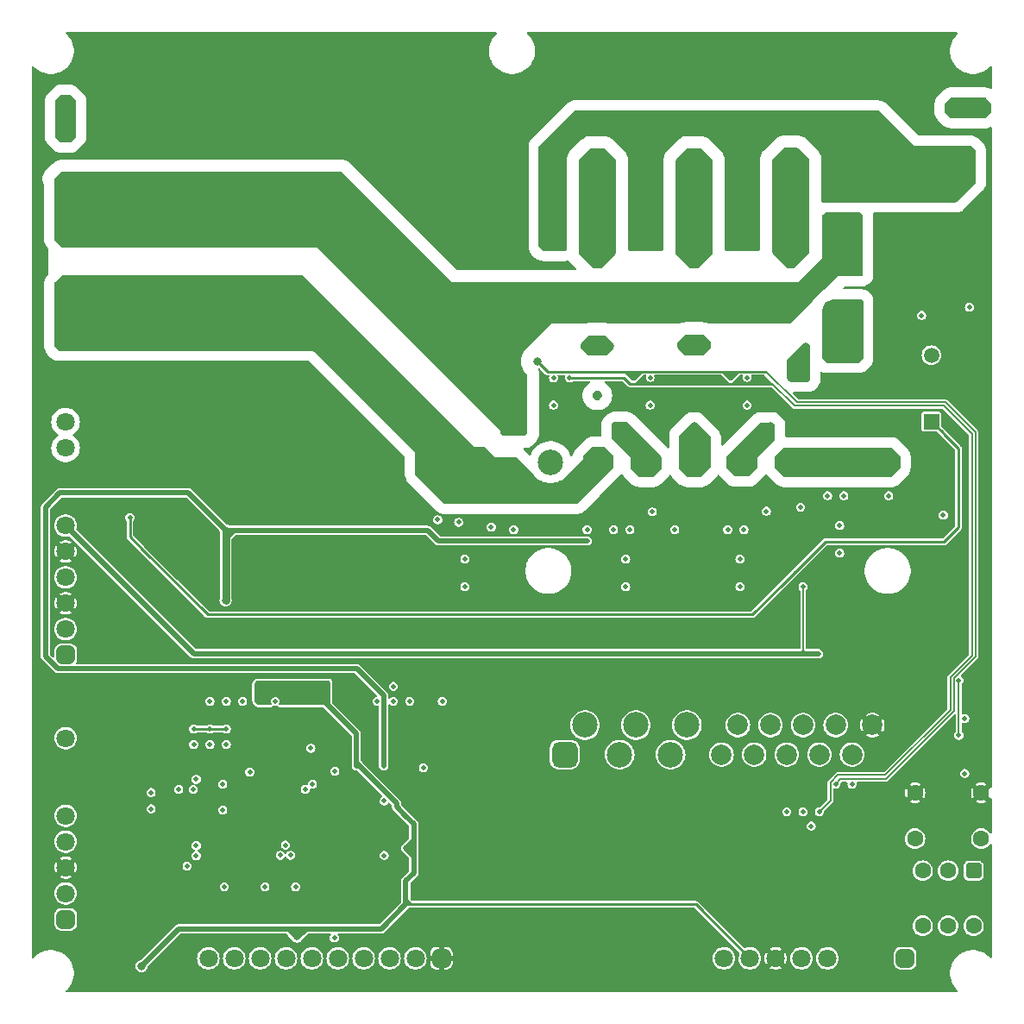
<source format=gbr>
%TF.GenerationSoftware,KiCad,Pcbnew,8.0.2*%
%TF.CreationDate,2024-05-14T20:48:52+07:00*%
%TF.ProjectId,HW.ACIM-INV,48572e41-4349-44d2-9d49-4e562e6b6963,0.0*%
%TF.SameCoordinates,Original*%
%TF.FileFunction,Copper,L4,Bot*%
%TF.FilePolarity,Positive*%
%FSLAX46Y46*%
G04 Gerber Fmt 4.6, Leading zero omitted, Abs format (unit mm)*
G04 Created by KiCad (PCBNEW 8.0.2) date 2024-05-14 20:48:52*
%MOMM*%
%LPD*%
G01*
G04 APERTURE LIST*
G04 Aperture macros list*
%AMRoundRect*
0 Rectangle with rounded corners*
0 $1 Rounding radius*
0 $2 $3 $4 $5 $6 $7 $8 $9 X,Y pos of 4 corners*
0 Add a 4 corners polygon primitive as box body*
4,1,4,$2,$3,$4,$5,$6,$7,$8,$9,$2,$3,0*
0 Add four circle primitives for the rounded corners*
1,1,$1+$1,$2,$3*
1,1,$1+$1,$4,$5*
1,1,$1+$1,$6,$7*
1,1,$1+$1,$8,$9*
0 Add four rect primitives between the rounded corners*
20,1,$1+$1,$2,$3,$4,$5,0*
20,1,$1+$1,$4,$5,$6,$7,0*
20,1,$1+$1,$6,$7,$8,$9,0*
20,1,$1+$1,$8,$9,$2,$3,0*%
G04 Aperture macros list end*
%TA.AperFunction,ComponentPad*%
%ADD10C,1.500000*%
%TD*%
%TA.AperFunction,ComponentPad*%
%ADD11RoundRect,0.250000X0.650000X-0.650000X0.650000X0.650000X-0.650000X0.650000X-0.650000X-0.650000X0*%
%TD*%
%TA.AperFunction,ComponentPad*%
%ADD12C,1.800000*%
%TD*%
%TA.AperFunction,ComponentPad*%
%ADD13RoundRect,0.450000X0.450000X-0.450000X0.450000X0.450000X-0.450000X0.450000X-0.450000X-0.450000X0*%
%TD*%
%TA.AperFunction,ComponentPad*%
%ADD14RoundRect,0.450000X0.450000X0.450000X-0.450000X0.450000X-0.450000X-0.450000X0.450000X-0.450000X0*%
%TD*%
%TA.AperFunction,ComponentPad*%
%ADD15C,1.600000*%
%TD*%
%TA.AperFunction,ComponentPad*%
%ADD16R,3.200000X3.200000*%
%TD*%
%TA.AperFunction,ComponentPad*%
%ADD17C,3.200000*%
%TD*%
%TA.AperFunction,ComponentPad*%
%ADD18R,1.500000X1.500000*%
%TD*%
%TA.AperFunction,ComponentPad*%
%ADD19RoundRect,0.400000X0.400000X0.400000X-0.400000X0.400000X-0.400000X-0.400000X0.400000X-0.400000X0*%
%TD*%
%TA.AperFunction,ComponentPad*%
%ADD20RoundRect,0.625000X-0.625000X-0.625000X0.625000X-0.625000X0.625000X0.625000X-0.625000X0.625000X0*%
%TD*%
%TA.AperFunction,ComponentPad*%
%ADD21C,2.500000*%
%TD*%
%TA.AperFunction,ComponentPad*%
%ADD22C,2.000000*%
%TD*%
%TA.AperFunction,ViaPad*%
%ADD23C,0.480000*%
%TD*%
%TA.AperFunction,ViaPad*%
%ADD24C,0.800000*%
%TD*%
%TA.AperFunction,Conductor*%
%ADD25C,0.160000*%
%TD*%
%TA.AperFunction,Conductor*%
%ADD26C,0.250000*%
%TD*%
%TA.AperFunction,Conductor*%
%ADD27C,2.000000*%
%TD*%
%TA.AperFunction,Conductor*%
%ADD28C,0.500000*%
%TD*%
%TA.AperFunction,Conductor*%
%ADD29C,0.750000*%
%TD*%
%TA.AperFunction,Conductor*%
%ADD30C,0.180000*%
%TD*%
%TA.AperFunction,Conductor*%
%ADD31C,1.500000*%
%TD*%
G04 APERTURE END LIST*
D10*
%TO.P,M3,1,1*%
%TO.N,Net-(G1-Pad2)*%
X148625000Y-58850000D03*
%TO.P,M3,2,2*%
%TO.N,Net-(U10-IPN1)*%
X153625000Y-60350000D03*
%TD*%
D11*
%TO.P,C75,+,+*%
%TO.N,VDC*%
X112450000Y-63178900D03*
D12*
%TO.P,C75,-,-*%
%TO.N,PGND*%
X112450000Y-55678900D03*
%TD*%
%TO.P,C1,1,1*%
%TO.N,PGND*%
X140225000Y-66350000D03*
%TO.P,C1,2,2*%
%TO.N,VDC*%
X140225000Y-81350000D03*
%TD*%
D13*
%TO.P,J4,1,1*%
%TO.N,/MCU/~{PWR_FAULT}*%
X101450000Y-99275200D03*
D12*
%TO.P,J4,2,2*%
%TO.N,/MCU/~{INV_FAULT}*%
X101450000Y-96735200D03*
%TO.P,J4,3,3*%
%TO.N,GND*%
X101450000Y-94195200D03*
%TO.P,J4,4,4*%
%TO.N,+5V*%
X101450000Y-91655200D03*
%TO.P,J4,5,5*%
%TO.N,GND*%
X101450000Y-89115200D03*
%TO.P,J4,6,6*%
%TO.N,+15V*%
X101450000Y-86575200D03*
%TO.P,J4,9,9*%
%TO.N,GND1*%
X101450000Y-78955200D03*
%TO.P,J4,10,10*%
%TO.N,+24V*%
X101450000Y-76415200D03*
%TD*%
D14*
%TO.P,J6,1,1*%
%TO.N,GND*%
X138318700Y-129050100D03*
D12*
%TO.P,J6,2,2*%
%TO.N,/MCU/CTS2*%
X135778700Y-129050100D03*
%TO.P,J6,3,3*%
%TO.N,/MCU/RTS2*%
X133238700Y-129050100D03*
%TO.P,J6,4,4*%
%TO.N,/MCU/RXD2*%
X130698700Y-129050100D03*
%TO.P,J6,5,5*%
%TO.N,/MCU/TXD2*%
X128158700Y-129050100D03*
%TO.P,J6,6,6*%
%TO.N,/MCU/RXD1*%
X125618700Y-129050100D03*
%TO.P,J6,7,7*%
%TO.N,/MCU/TXD1*%
X123078700Y-129050100D03*
%TO.P,J6,8,8*%
%TO.N,/MCU/USB_DP*%
X120538700Y-129050100D03*
%TO.P,J6,9,9*%
%TO.N,/MCU/USB_DM*%
X117998700Y-129050100D03*
%TO.P,J6,10,10*%
%TO.N,/MCU/VBUS*%
X115458700Y-129050100D03*
%TD*%
D10*
%TO.P,M1,1,1*%
%TO.N,Net-(G1-Pad2)*%
X167625000Y-58850000D03*
%TO.P,M1,2,2*%
%TO.N,Net-(U7-IPN1)*%
X172625000Y-60350000D03*
%TD*%
D15*
%TO.P,BT1,1,1*%
%TO.N,/MCU/~{MCLR}*%
X191311100Y-117300100D03*
%TO.P,BT1,2,2*%
X184811100Y-117300100D03*
%TO.P,BT1,3,3*%
%TO.N,GND*%
X191311100Y-112800100D03*
%TO.P,BT1,4,4*%
X184811100Y-112800100D03*
%TD*%
D10*
%TO.P,M2,1,1*%
%TO.N,Net-(G1-Pad2)*%
X158125000Y-58850000D03*
%TO.P,M2,2,2*%
%TO.N,Net-(U9-IPN1)*%
X163125000Y-60350000D03*
%TD*%
D16*
%TO.P,J3,1,1*%
%TO.N,Net-(G1-Pad2)*%
X182125000Y-51350000D03*
D17*
%TO.P,J3,2,2*%
%TO.N,Net-(U7-IPN1)*%
X172625000Y-51350000D03*
%TO.P,J3,3,3*%
%TO.N,Net-(U9-IPN1)*%
X163125000Y-51350000D03*
%TO.P,J3,4,4*%
%TO.N,Net-(U10-IPN1)*%
X153625000Y-51350000D03*
%TD*%
D13*
%TO.P,J5,1,1*%
%TO.N,Net-(SW1-NO1)*%
X101450000Y-125211100D03*
D12*
%TO.P,J5,2,2*%
%TO.N,+3V3*%
X101450000Y-122671100D03*
%TO.P,J5,3,3*%
%TO.N,GND*%
X101450000Y-120131100D03*
%TO.P,J5,4,4*%
%TO.N,Net-(Q7-G)*%
X101450000Y-117591100D03*
%TO.P,J5,5,5*%
%TO.N,/MCU/PGC*%
X101450000Y-115051100D03*
%TO.P,J5,8,8*%
%TO.N,Net-(C77-Pad2)*%
X101450000Y-107431100D03*
%TD*%
D10*
%TO.P,BZ1,1,V-*%
%TO.N,Net-(BZ1-V-)*%
X186412500Y-69855000D03*
D18*
%TO.P,BZ1,2,V+*%
%TO.N,+5V*%
X186412500Y-76355000D03*
%TD*%
D14*
%TO.P,J2,1,1*%
%TO.N,Net-(C76-Pad2)*%
X183841100Y-129050100D03*
D12*
%TO.P,J2,4,4*%
%TO.N,/MCU/PGC*%
X176221100Y-129050100D03*
%TO.P,J2,5,5*%
%TO.N,Net-(SW1-COM2)*%
X173681100Y-129050100D03*
%TO.P,J2,6,6*%
%TO.N,GND*%
X171141100Y-129050100D03*
%TO.P,J2,7,7*%
%TO.N,+3V3*%
X168601100Y-129050100D03*
%TO.P,J2,8,8*%
%TO.N,Net-(SW1-COM1)*%
X166061100Y-129050100D03*
%TD*%
D19*
%TO.P,SW1,1,NC1*%
%TO.N,/MCU/~{MCLR}*%
X190561100Y-120450100D03*
D15*
%TO.P,SW1,2,COM1*%
%TO.N,Net-(SW1-COM1)*%
X188061100Y-120450100D03*
%TO.P,SW1,3,NO1*%
%TO.N,Net-(SW1-NO1)*%
X185561100Y-120450100D03*
%TO.P,SW1,4,NC2*%
%TO.N,/MCU/PGD*%
X190561100Y-125850100D03*
%TO.P,SW1,5,COM2*%
%TO.N,Net-(SW1-COM2)*%
X188061100Y-125850100D03*
%TO.P,SW1,6,NO2*%
%TO.N,Net-(Q7-G)*%
X185561100Y-125850100D03*
%TD*%
D13*
%TO.P,J1,1,1*%
%TO.N,VDC*%
X101450000Y-68258900D03*
D12*
%TO.P,J1,2,2*%
X101450000Y-65718900D03*
%TO.P,J1,3,3*%
X101450000Y-63178900D03*
%TO.P,J1,5,5*%
%TO.N,PGND*%
X101450000Y-58098900D03*
%TO.P,J1,6,6*%
X101450000Y-55558900D03*
%TO.P,J1,7,7*%
X101450000Y-53018900D03*
%TO.P,J1,9,9*%
%TO.N,CHASSIS*%
X101450000Y-47938900D03*
%TO.P,J1,10,10*%
X101450000Y-45398900D03*
%TD*%
D20*
%TO.P,U1,1,VSU*%
%TO.N,Net-(U1-VSU)*%
X150425000Y-109050000D03*
D21*
%TO.P,U1,2,VBU*%
%TO.N,Net-(U1-VBU)*%
X152425000Y-106150000D03*
%TO.P,U1,3,VSV*%
%TO.N,Net-(U1-VSV)*%
X155825000Y-109050000D03*
%TO.P,U1,4,VBV*%
%TO.N,Net-(U1-VBV)*%
X157425000Y-106150000D03*
%TO.P,U1,5,VSW*%
%TO.N,Net-(U1-VSW)*%
X160825000Y-109050000D03*
%TO.P,U1,6,VBW*%
%TO.N,Net-(U1-VBW)*%
X162425000Y-106150000D03*
D22*
%TO.P,U1,7,HINU*%
%TO.N,/Inverter/IPM_PWM_UH*%
X165825000Y-109050000D03*
%TO.P,U1,8,HINV*%
%TO.N,/Inverter/IPM_PWM_VH*%
X167425000Y-106150000D03*
%TO.P,U1,9,HINW*%
%TO.N,/Inverter/IPM_PWM_WH*%
X169025000Y-109050000D03*
%TO.P,U1,10,LINU*%
%TO.N,/Inverter/IPM_PWM_UL*%
X170625000Y-106150000D03*
%TO.P,U1,11,LINV*%
%TO.N,/Inverter/IPM_PWM_VL*%
X172225000Y-109050000D03*
%TO.P,U1,12,LINW*%
%TO.N,/Inverter/IPM_PWM_WL*%
X173825000Y-106150000D03*
%TO.P,U1,13,VDD*%
%TO.N,+15V*%
X175425000Y-109050000D03*
%TO.P,U1,14,VFO*%
%TO.N,Net-(U1-VFO)*%
X177025000Y-106150000D03*
%TO.P,U1,15,ITR*%
%TO.N,Net-(U1-ITR)*%
X178625000Y-109050000D03*
%TO.P,U1,16,VSS*%
%TO.N,GND*%
X180625000Y-106150000D03*
D21*
%TO.P,U1,17,NW*%
%TO.N,Net-(U1-NU)*%
X181925000Y-80350000D03*
%TO.P,U1,18,NV*%
X177225000Y-80350000D03*
%TO.P,U1,19,NU*%
X172525000Y-80350000D03*
%TO.P,U1,20,W*%
%TO.N,/Inverter/MC_VW*%
X167825000Y-80350000D03*
%TO.P,U1,21,V*%
%TO.N,/Inverter/MC_VV*%
X163125000Y-80350000D03*
%TO.P,U1,22,U*%
%TO.N,/Inverter/MC_VU*%
X158425000Y-80350000D03*
%TO.P,U1,23,P*%
%TO.N,VDC*%
X153725000Y-80350000D03*
%TO.P,U1,24,NC*%
%TO.N,unconnected-(U1-NC-Pad24)*%
X149025000Y-80350000D03*
%TD*%
D23*
%TO.N,/MCU/~{MCLR}*%
X122018700Y-103825100D03*
%TO.N,GND*%
X155561100Y-120450100D03*
X173825000Y-111950000D03*
X161637500Y-44530000D03*
X186487500Y-83855000D03*
X107775000Y-73725000D03*
X191637500Y-124255000D03*
X180561100Y-120450100D03*
X182737500Y-99155000D03*
X104725000Y-106750100D03*
X146315000Y-56285000D03*
X149825000Y-113650100D03*
X125668700Y-116625100D03*
X191637500Y-76955000D03*
X169025000Y-111950000D03*
X122018700Y-106525100D03*
X126825000Y-73825000D03*
X144825000Y-113650100D03*
X162725000Y-92575000D03*
X98725000Y-88750100D03*
X126825000Y-89875000D03*
X98725000Y-48750100D03*
X186487500Y-89255000D03*
X172225000Y-111950000D03*
X135018700Y-125250100D03*
X146061100Y-129050100D03*
X171637500Y-44530000D03*
X106218700Y-121245100D03*
X134818700Y-116250100D03*
X130418700Y-103225100D03*
X120668700Y-127050100D03*
X151475000Y-97275000D03*
X145475000Y-92575000D03*
X137718700Y-125250100D03*
X112515000Y-44535000D03*
X175425000Y-111950000D03*
X191612500Y-100755000D03*
X156637500Y-44530000D03*
X140561100Y-120450100D03*
X159825000Y-113650100D03*
X170561100Y-120450100D03*
X98725000Y-103750100D03*
X165825000Y-111950000D03*
X98725000Y-118750100D03*
X160561100Y-120450100D03*
X145561100Y-120450100D03*
X105825000Y-131850100D03*
X191637500Y-71955000D03*
X150561100Y-120450100D03*
X110293700Y-123850100D03*
X132168700Y-117275100D03*
X126818700Y-106525100D03*
X170725000Y-92575000D03*
X141061100Y-129050100D03*
X98725000Y-108750100D03*
X112565000Y-48685000D03*
X119518700Y-111950100D03*
X134818700Y-109375100D03*
X120418700Y-106525100D03*
X191637500Y-84255000D03*
X110800000Y-86650200D03*
X110918700Y-120545100D03*
X164825000Y-113650100D03*
X191612500Y-106155000D03*
X98725000Y-63750100D03*
X177475000Y-92575000D03*
X191637500Y-54680000D03*
X107775000Y-81425000D03*
X134818700Y-113050100D03*
X190162500Y-63255000D03*
X170625000Y-111950000D03*
X191637500Y-94255000D03*
X108518700Y-126145100D03*
X123618700Y-106525100D03*
X186415000Y-78185000D03*
X167425000Y-111950000D03*
X136365000Y-56285000D03*
X112543700Y-115975100D03*
X98725000Y-58750100D03*
X116268700Y-123900100D03*
X126118700Y-110445100D03*
X166637500Y-44530000D03*
X110725000Y-109750100D03*
X151637500Y-44530000D03*
X186487500Y-100055000D03*
X110800000Y-87550200D03*
X134818700Y-119450100D03*
X98725000Y-93750100D03*
X103325000Y-129350100D03*
X126918700Y-123850100D03*
X154825000Y-113650100D03*
X175561100Y-120450100D03*
X186487500Y-94655000D03*
X156061100Y-129050100D03*
X98725000Y-73750100D03*
X116300000Y-89450200D03*
X98725000Y-98750100D03*
X110800000Y-88450200D03*
X117768700Y-116625100D03*
X161061100Y-129050100D03*
X110725000Y-104750100D03*
X139825000Y-113650100D03*
X151425000Y-92575000D03*
X98725000Y-68750100D03*
X132168700Y-120375100D03*
X133168700Y-123450100D03*
X118250000Y-88025200D03*
X104725000Y-101750100D03*
X98725000Y-53750100D03*
X151061100Y-129050100D03*
X162725000Y-97275000D03*
X107118700Y-127345100D03*
X129968700Y-114975100D03*
X191637500Y-59530000D03*
X118225000Y-81475000D03*
X118225000Y-73775000D03*
X110800000Y-94450200D03*
X112618700Y-128645100D03*
X141465000Y-56285000D03*
X98725000Y-78750100D03*
X191637500Y-89255000D03*
X118250000Y-90625200D03*
X98725000Y-43750100D03*
X165561100Y-120450100D03*
X131318700Y-107675100D03*
X130418700Y-119450100D03*
X106218700Y-118045100D03*
X98725000Y-113750100D03*
X119268700Y-116625100D03*
X117868700Y-123900100D03*
X104818700Y-122845100D03*
X125218700Y-106525100D03*
X107818700Y-128745100D03*
X112318700Y-122845100D03*
X181237500Y-99155000D03*
X126825000Y-81425000D03*
X184237500Y-99155000D03*
X123018700Y-111950100D03*
X114650000Y-88675200D03*
X121518700Y-119675100D03*
X98725000Y-123750100D03*
X110800000Y-99650200D03*
X110918700Y-118045100D03*
X98725000Y-83750100D03*
X190162500Y-59555000D03*
X126825000Y-97275000D03*
X191637500Y-66955000D03*
%TO.N,+5V*%
X107750000Y-85775200D03*
D24*
%TO.N,PGND*%
X176312500Y-58005000D03*
X176312500Y-59805000D03*
D23*
X146425000Y-77450000D03*
D24*
X176312500Y-61505000D03*
X179112500Y-56305000D03*
X176312500Y-56305000D03*
D23*
X144425000Y-77450000D03*
D24*
X177712500Y-58005000D03*
X179112500Y-59805000D03*
X177712500Y-56305000D03*
D23*
X145425000Y-77450000D03*
D24*
X179112500Y-61505000D03*
X177712500Y-59805000D03*
D23*
X145425000Y-76450000D03*
D24*
X179112500Y-58005000D03*
%TO.N,VDC*%
X138225000Y-81350000D03*
X140225000Y-79350000D03*
X142225000Y-79350000D03*
X136225000Y-79350000D03*
X138225000Y-79350000D03*
X136225000Y-81350000D03*
X142225000Y-81350000D03*
D23*
%TO.N,/MCU/MC_VDC_SENSE*%
X140625000Y-89875000D03*
X140625000Y-92575000D03*
X114018700Y-108050100D03*
%TO.N,AGND*%
X161225000Y-86975000D03*
X173575000Y-84775000D03*
X156825000Y-86975000D03*
X175425000Y-114650000D03*
X137975000Y-86000000D03*
X135218700Y-103825100D03*
X140025000Y-86250000D03*
X114018700Y-106525100D03*
X145425000Y-86975000D03*
X168025000Y-86975000D03*
X182225000Y-83650000D03*
X117218700Y-106525100D03*
X138418700Y-103825100D03*
X159025000Y-85225000D03*
X176225000Y-83650000D03*
X177825000Y-83650000D03*
X155225000Y-86975000D03*
X150925000Y-72060000D03*
X166425000Y-86975000D03*
X115618700Y-106525100D03*
X169925000Y-72060000D03*
X112543700Y-112475100D03*
X143225000Y-86725000D03*
X170225000Y-85175000D03*
X160425000Y-72060000D03*
X152625000Y-86975000D03*
D24*
%TO.N,/Inverter/MC_VU*%
X153625000Y-73790000D03*
X152425000Y-68940000D03*
X154825000Y-68940000D03*
X155475000Y-76850000D03*
%TO.N,/Inverter/MC_VV*%
X164325000Y-68940000D03*
X161925000Y-68940000D03*
X163125000Y-76850000D03*
%TO.N,/Inverter/MC_VW*%
X172625000Y-70560000D03*
X172625000Y-72060000D03*
X174125000Y-72060000D03*
X170625000Y-76850000D03*
X174125000Y-69060000D03*
X174125000Y-70560000D03*
D23*
%TO.N,+15V*%
X175337500Y-99155000D03*
X173837500Y-99155000D03*
X173825000Y-92575000D03*
X173837500Y-99155000D03*
X172337500Y-99155000D03*
%TO.N,/Inverter/MC_IPM_TEMP*%
X174625000Y-116075000D03*
X116868700Y-114475100D03*
%TO.N,/MCU/MC_VU_SENSE*%
X156425000Y-92575000D03*
X156425000Y-89875000D03*
X117218700Y-103825100D03*
%TO.N,AVDD*%
X136972811Y-87025715D03*
X152675715Y-88077189D03*
X132668700Y-110175100D03*
D24*
X117150000Y-93905200D03*
D23*
%TO.N,/MCU/MC_VV_SENSE*%
X167625000Y-92575000D03*
X109843700Y-114375100D03*
X167625000Y-89875000D03*
%TO.N,/Inverter/MC_IDC_SENSE*%
X119518700Y-110750100D03*
X136568700Y-110325100D03*
X185462500Y-65955000D03*
X115618700Y-103825100D03*
%TO.N,+3V3*%
X189112500Y-101755000D03*
X123618700Y-103825100D03*
D24*
X120418700Y-102200100D03*
D23*
X126818700Y-103825100D03*
D24*
X108900000Y-129805200D03*
D23*
X134818700Y-115050100D03*
X134818700Y-121450100D03*
X189112500Y-107155000D03*
X125218700Y-103825100D03*
X122018700Y-102400100D03*
X124168700Y-127050100D03*
X134818700Y-118250100D03*
X129968700Y-110175100D03*
X120418700Y-103825100D03*
%TO.N,/MCU/MC_VW_SENSE*%
X177425000Y-86575100D03*
X109843700Y-112775100D03*
X177425000Y-89275000D03*
%TO.N,VREF*%
X157225000Y-72060000D03*
D24*
X147725000Y-70450100D03*
D23*
X133618700Y-102350100D03*
X177025000Y-111950000D03*
X166725000Y-72060000D03*
X133618700Y-103825100D03*
X113968700Y-112475100D03*
%TO.N,/Inverter/MC_IW_SENSE*%
X115618700Y-108050100D03*
X168325000Y-72060000D03*
X168325000Y-74760000D03*
%TO.N,/Inverter/MC_IV_SENSE*%
X158825000Y-74760000D03*
X117218700Y-108050100D03*
X158825000Y-72060000D03*
%TO.N,/Inverter/MC_IU_SENSE*%
X149325000Y-74760000D03*
X149325000Y-72060000D03*
X118818700Y-103825100D03*
%TO.N,/MCU/IND_RUN*%
X125518700Y-108425100D03*
X190137500Y-65155000D03*
D24*
%TO.N,CHASSIS*%
X189999000Y-45580000D03*
X188729000Y-45580000D03*
X191269000Y-45580000D03*
D23*
%TO.N,/MCU/PGC*%
X114268700Y-111475100D03*
%TO.N,/MCU/~{INV_FAULT}*%
X124968700Y-112475100D03*
%TO.N,/MCU/~{PWR_FAULT}*%
X125668700Y-111975100D03*
%TO.N,/MCU/TXD1*%
X124018700Y-122025100D03*
%TO.N,/MCU/RXD1*%
X123018700Y-117925100D03*
%TO.N,/MCU/TXD2*%
X123518700Y-118925100D03*
%TO.N,/MCU/RXD2*%
X122518700Y-118925100D03*
%TO.N,/MCU/RTS2*%
X114268700Y-118975100D03*
%TO.N,/MCU/CTS2*%
X117018700Y-122025100D03*
%TO.N,/Inverter/INV_FLT_OC*%
X132018700Y-103825100D03*
X178625000Y-111950000D03*
%TO.N,/MCU/PGD*%
X189687500Y-110905000D03*
X116868700Y-111975100D03*
%TO.N,/MCU/IND_ERR*%
X187587500Y-85555000D03*
X127868700Y-110675100D03*
%TO.N,/Inverter/MC_PWM_VL*%
X132718700Y-113600100D03*
X172225000Y-114650000D03*
%TO.N,/Inverter/MC_PWM_WL*%
X173825000Y-114675000D03*
X132718700Y-118950100D03*
D24*
%TO.N,Net-(U1-NU)*%
X177712500Y-70005000D03*
X176312500Y-65005000D03*
X176312500Y-66705000D03*
X179112500Y-68405000D03*
X176312500Y-68405000D03*
X179112500Y-70005000D03*
X176312500Y-70005000D03*
X177712500Y-66705000D03*
X177712500Y-68405000D03*
X179112500Y-66705000D03*
X179112500Y-65005000D03*
D23*
%TO.N,/MCU/SYS_CLK_EN*%
X121018700Y-122025100D03*
X127818700Y-127050100D03*
%TO.N,/MCU/SDI*%
X114268700Y-117975100D03*
X113368700Y-119975100D03*
%TO.N,Net-(Q7-G)*%
X189687500Y-105505000D03*
D24*
%TO.N,Net-(G1-Pad2)*%
X189999000Y-50080000D03*
X187332000Y-51350000D03*
X189999000Y-52620000D03*
%TD*%
D25*
%TO.N,GND*%
X134818700Y-119450100D02*
X128818700Y-113450100D01*
X128818700Y-108525100D02*
X126818700Y-106525100D01*
X101450000Y-89115200D02*
X100040100Y-90525100D01*
X100018700Y-92763900D02*
X101450000Y-94195200D01*
X100040100Y-90525100D02*
X100018700Y-90525100D01*
X128818700Y-113450100D02*
X128818700Y-108525100D01*
X100018700Y-90525100D02*
X100018700Y-92763900D01*
D26*
%TO.N,+5V*%
X189075000Y-86760000D02*
X189075000Y-79010000D01*
X186420000Y-76355000D02*
X187425000Y-77360000D01*
X187675000Y-88160000D02*
X189075000Y-86760000D01*
X172775000Y-91410000D02*
X173025000Y-91160000D01*
X186412500Y-76355000D02*
X186420000Y-76355000D01*
X187725000Y-77660000D02*
X187910000Y-77845000D01*
X187425000Y-77360000D02*
X187725000Y-77660000D01*
X107750000Y-87685000D02*
X108975000Y-88910000D01*
X168875000Y-95310000D02*
X171975000Y-92210000D01*
X108975000Y-88910000D02*
X115375000Y-95310000D01*
X172775000Y-91410000D02*
X176025000Y-88160000D01*
X115375000Y-95310000D02*
X119375000Y-95310000D01*
X119375000Y-95310000D02*
X168875000Y-95310000D01*
X176025000Y-88160000D02*
X187675000Y-88160000D01*
X189075000Y-79010000D02*
X187910000Y-77845000D01*
X171975000Y-92210000D02*
X172775000Y-91410000D01*
X107750000Y-85775200D02*
X107750000Y-87685000D01*
D27*
%TO.N,PGND*%
X141985000Y-64590000D02*
X173227500Y-64590000D01*
X112450000Y-55678900D02*
X101570000Y-55678900D01*
D25*
X101450000Y-58098900D02*
X101450000Y-55558900D01*
X179112500Y-61505000D02*
X176312500Y-61505000D01*
X104110000Y-55678900D02*
X104925000Y-55678900D01*
X145425000Y-77450000D02*
X145425000Y-76450000D01*
X101570000Y-55678900D02*
X101450000Y-55558900D01*
X145425000Y-66350000D02*
X140225000Y-66350000D01*
D27*
X125553900Y-55678900D02*
X112450000Y-55678900D01*
X136225000Y-66350000D02*
X125553900Y-55678900D01*
D25*
X146425000Y-77450000D02*
X144425000Y-77450000D01*
X179112500Y-56305000D02*
X179112500Y-61505000D01*
D27*
X140225000Y-66350000D02*
X141985000Y-64590000D01*
X140225000Y-66350000D02*
X136225000Y-66350000D01*
D25*
X145425000Y-76450000D02*
X145425000Y-66350000D01*
X144425000Y-77450000D02*
X145425000Y-76450000D01*
X146425000Y-77450000D02*
X145425000Y-76450000D01*
X101450000Y-53018900D02*
X104110000Y-55678900D01*
D27*
X173227500Y-64590000D02*
X176312500Y-61505000D01*
%TO.N,VDC*%
X106530000Y-63178900D02*
X101450000Y-63178900D01*
X101450000Y-63178900D02*
X101450000Y-68258900D01*
X140225000Y-81350000D02*
X122053900Y-63178900D01*
X106530000Y-63178900D02*
X101450000Y-68258900D01*
X122053900Y-63178900D02*
X106530000Y-63178900D01*
D25*
%TO.N,AGND*%
X190405000Y-77580200D02*
X190405000Y-99327452D01*
X188275000Y-104657452D02*
X181872452Y-111060000D01*
D26*
X150925000Y-72060000D02*
X156225000Y-72060000D01*
X160425000Y-72660000D02*
X169925000Y-72660000D01*
X160425000Y-72660000D02*
X160425000Y-72060000D01*
D25*
X170825000Y-72660000D02*
X172990200Y-74825200D01*
X181872452Y-111060000D02*
X177225000Y-111060000D01*
D26*
X117218700Y-106525100D02*
X114018700Y-106525100D01*
D25*
X187650000Y-74825200D02*
X190405000Y-77580200D01*
D26*
X170825000Y-72660000D02*
X169925000Y-72660000D01*
D25*
X172990200Y-74825200D02*
X187650000Y-74825200D01*
X177225000Y-111060000D02*
X176525000Y-111760000D01*
D26*
X156825000Y-72660000D02*
X160425000Y-72660000D01*
D25*
X188275000Y-101457452D02*
X188275000Y-104657452D01*
X190405000Y-99327452D02*
X188275000Y-101457452D01*
D26*
X156225000Y-72060000D02*
X156825000Y-72660000D01*
D25*
X176525000Y-113550000D02*
X175425000Y-114650000D01*
X176525000Y-111760000D02*
X176525000Y-113550000D01*
D26*
X169925000Y-72660000D02*
X169925000Y-72060000D01*
D28*
%TO.N,+15V*%
X175337500Y-99155000D02*
X174200000Y-99155000D01*
D25*
X173812500Y-98792500D02*
X173450000Y-99155000D01*
X173837500Y-98792500D02*
X173812500Y-98792500D01*
X173837500Y-92587500D02*
X173825000Y-92575000D01*
X173837500Y-99155000D02*
X173837500Y-98625200D01*
X173837500Y-98625200D02*
X173837500Y-92587500D01*
D28*
X174200000Y-99155000D02*
X173450000Y-99155000D01*
X173450000Y-99155000D02*
X172337500Y-99155000D01*
X101450000Y-86575200D02*
X114029800Y-99155000D01*
D25*
X173837500Y-98792500D02*
X174200000Y-99155000D01*
D28*
X114029800Y-99155000D02*
X172337500Y-99155000D01*
D25*
X173837500Y-98625200D02*
X173837500Y-98792500D01*
D28*
%TO.N,AVDD*%
X152675715Y-88077189D02*
X138024285Y-88077189D01*
D26*
X117650000Y-87025715D02*
X117579485Y-87025715D01*
D28*
X113499385Y-83375100D02*
X117150000Y-87025715D01*
X99468700Y-99418700D02*
X99468700Y-84775100D01*
X132668700Y-103275100D02*
X130018600Y-100625000D01*
X117925000Y-87025715D02*
X136972811Y-87025715D01*
X117150000Y-87025715D02*
X117650000Y-87025715D01*
D29*
X117150000Y-87800000D02*
X117150000Y-87455200D01*
D28*
X132668700Y-110175100D02*
X132668700Y-103275100D01*
X100675000Y-100625000D02*
X99468700Y-99418700D01*
X138024285Y-88077189D02*
X136972811Y-87025715D01*
X130018600Y-100625000D02*
X100675000Y-100625000D01*
X117650000Y-87025715D02*
X117925000Y-87025715D01*
X100868700Y-83375100D02*
X113499385Y-83375100D01*
D29*
X117150000Y-93905200D02*
X117150000Y-87800000D01*
X117150000Y-87455200D02*
X117150000Y-87025715D01*
D28*
X99468700Y-84775100D02*
X100868700Y-83375100D01*
X117925000Y-87025715D02*
X117924285Y-87025715D01*
X117924285Y-87025715D02*
X117150000Y-87800000D01*
%TO.N,+3V3*%
X129968700Y-109750100D02*
X129968700Y-106975100D01*
X135268700Y-118700100D02*
X135293700Y-118725100D01*
X135618700Y-119050100D02*
X135618700Y-119400100D01*
D25*
X189112500Y-101755000D02*
X189112500Y-107155000D01*
D28*
X108900000Y-129793800D02*
X112543700Y-126150100D01*
X135618700Y-119400100D02*
X135618700Y-120650100D01*
X134818700Y-115050100D02*
X133918700Y-114150100D01*
X135618700Y-115850100D02*
X135618700Y-117100100D01*
D26*
X135318700Y-123750100D02*
X134818700Y-123250100D01*
D28*
X125693700Y-126150100D02*
X123268700Y-126150100D01*
X129968700Y-110175100D02*
X129968700Y-109750100D01*
D25*
X121843700Y-102400100D02*
X120418700Y-103825100D01*
D28*
X125693700Y-126150100D02*
X125068700Y-126150100D01*
X130568700Y-110450100D02*
X129968700Y-109850100D01*
D26*
X135368700Y-123750100D02*
X135318700Y-123750100D01*
D25*
X120418700Y-102200100D02*
X120418700Y-103825100D01*
D26*
X168601100Y-129050100D02*
X163301100Y-123750100D01*
D28*
X125693700Y-126150100D02*
X132418700Y-126150100D01*
X112543700Y-126150100D02*
X123268700Y-126150100D01*
X123668700Y-126550100D02*
X124668700Y-126550100D01*
X108900000Y-129805200D02*
X108900000Y-129793800D01*
X134818700Y-123250100D02*
X134818700Y-121450100D01*
D25*
X122018700Y-102400100D02*
X121843700Y-102400100D01*
D28*
X135268700Y-117800100D02*
X135268700Y-118700100D01*
X130293700Y-110175100D02*
X129968700Y-110175100D01*
X123268700Y-126150100D02*
X123668700Y-126550100D01*
X134818700Y-115050100D02*
X135618700Y-115850100D01*
X133918700Y-113800100D02*
X130568700Y-110450100D01*
X134818700Y-118250100D02*
X135293700Y-118725100D01*
X130568700Y-110450100D02*
X130293700Y-110175100D01*
D26*
X135368700Y-123750100D02*
X134818700Y-123750100D01*
D28*
X132418700Y-126150100D02*
X134818700Y-123750100D01*
X134818700Y-123750100D02*
X134818700Y-123250100D01*
X135618700Y-117450100D02*
X135268700Y-117800100D01*
X129968700Y-106975100D02*
X126818700Y-103825100D01*
X124768700Y-126450100D02*
X124168700Y-127050100D01*
X135618700Y-117100100D02*
X135618700Y-117450100D01*
X135293700Y-118725100D02*
X135618700Y-119050100D01*
X125068700Y-126150100D02*
X124768700Y-126450100D01*
D26*
X163301100Y-123750100D02*
X135368700Y-123750100D01*
D28*
X123668700Y-126550100D02*
X124168700Y-127050100D01*
X135618700Y-117100100D02*
X135618700Y-119400100D01*
X129968700Y-109850100D02*
X129968700Y-109750100D01*
X133918700Y-114150100D02*
X133918700Y-113800100D01*
X135618700Y-120650100D02*
X134818700Y-121450100D01*
X124668700Y-126550100D02*
X124768700Y-126450100D01*
X135268700Y-117800100D02*
X134818700Y-118250100D01*
D26*
%TO.N,VREF*%
X166725000Y-71460000D02*
X166725000Y-72060000D01*
X147725000Y-70450100D02*
X148734900Y-71460000D01*
D25*
X157225000Y-71460000D02*
X157225000Y-72060000D01*
X187800000Y-74475200D02*
X173240200Y-74475200D01*
X181925000Y-111460000D02*
X188625000Y-104760000D01*
X177025000Y-111950000D02*
X177515000Y-111460000D01*
D26*
X166725000Y-71460000D02*
X157225000Y-71460000D01*
D25*
X177515000Y-111460000D02*
X181925000Y-111460000D01*
X188625000Y-101560000D02*
X190725000Y-99460000D01*
D26*
X166725000Y-71460000D02*
X170225000Y-71460000D01*
D25*
X173240200Y-74475200D02*
X170225000Y-71460000D01*
X190725000Y-77400200D02*
X187800000Y-74475200D01*
X188625000Y-104760000D02*
X188625000Y-101560000D01*
D26*
X148734900Y-71460000D02*
X157225000Y-71460000D01*
D25*
X190725000Y-99460000D02*
X190725000Y-77400200D01*
D27*
%TO.N,CHASSIS*%
X191269000Y-45580000D02*
X188729000Y-45580000D01*
X189999000Y-45580000D02*
X191269000Y-45580000D01*
D30*
%TO.N,Net-(U1-NU)*%
X176312500Y-67950000D02*
X176312500Y-68405000D01*
X176312500Y-65005000D02*
X176312500Y-67950000D01*
X176312500Y-67950000D02*
X176312500Y-70005000D01*
D26*
X177712500Y-66705000D02*
X177712500Y-70005000D01*
D30*
X179112500Y-70005000D02*
X179112500Y-65005000D01*
D31*
%TO.N,Net-(G1-Pad2)*%
X148625000Y-49750000D02*
X151725000Y-46650000D01*
X189999000Y-51295000D02*
X189999000Y-52620000D01*
X167625000Y-48850000D02*
X166575000Y-47800000D01*
X158125000Y-49450000D02*
X156325000Y-47650000D01*
X153975000Y-46650000D02*
X160925000Y-46650000D01*
X189999000Y-52620000D02*
X188729000Y-51350000D01*
X158125000Y-58850000D02*
X158125000Y-49450000D01*
X177425000Y-46650000D02*
X182125000Y-51350000D01*
X167625000Y-48850000D02*
X168750000Y-47725000D01*
X156325000Y-47650000D02*
X156675000Y-48000000D01*
X189999000Y-50080000D02*
X189999000Y-51295000D01*
X169825000Y-46650000D02*
X177425000Y-46650000D01*
X156675000Y-48000000D02*
X159575000Y-48000000D01*
X189999000Y-50080000D02*
X188729000Y-51350000D01*
X167625000Y-49450000D02*
X170425000Y-46650000D01*
X156325000Y-47650000D02*
X155325000Y-46650000D01*
X167675000Y-49450000D02*
X164875000Y-46650000D01*
X167625000Y-58850000D02*
X167625000Y-48850000D01*
X168750000Y-47725000D02*
X169825000Y-46650000D01*
X160925000Y-46650000D02*
X164575000Y-46650000D01*
X188729000Y-51350000D02*
X187332000Y-51350000D01*
X148625000Y-58850000D02*
X148625000Y-49750000D01*
X189944000Y-51350000D02*
X189999000Y-51295000D01*
X151725000Y-46650000D02*
X153975000Y-46650000D01*
X182125000Y-51350000D02*
X189944000Y-51350000D01*
X164575000Y-46650000D02*
X169825000Y-46650000D01*
X158125000Y-49450000D02*
X159575000Y-48000000D01*
X165425000Y-46650000D02*
X164575000Y-46650000D01*
X159575000Y-48000000D02*
X160925000Y-46650000D01*
X155325000Y-46650000D02*
X153975000Y-46650000D01*
X168675000Y-47800000D02*
X166575000Y-47800000D01*
X168750000Y-47725000D02*
X168675000Y-47800000D01*
X166575000Y-47800000D02*
X165425000Y-46650000D01*
%TD*%
%TA.AperFunction,Conductor*%
%TO.N,Net-(U1-NU)*%
G36*
X182540677Y-78919685D02*
G01*
X182561319Y-78936319D01*
X183338681Y-79713681D01*
X183372166Y-79775004D01*
X183375000Y-79801362D01*
X183375000Y-80898638D01*
X183355315Y-80965677D01*
X183338681Y-80986319D01*
X182561319Y-81763681D01*
X182499996Y-81797166D01*
X182473638Y-81800000D01*
X171976362Y-81800000D01*
X171909323Y-81780315D01*
X171888681Y-81763681D01*
X171111319Y-80986319D01*
X171077834Y-80924996D01*
X171075000Y-80898638D01*
X171075000Y-79801362D01*
X171094685Y-79734323D01*
X171111319Y-79713681D01*
X171888681Y-78936319D01*
X171950004Y-78902834D01*
X171976362Y-78900000D01*
X182473638Y-78900000D01*
X182540677Y-78919685D01*
G37*
%TD.AperFunction*%
%TD*%
%TA.AperFunction,Conductor*%
%TO.N,Net-(U10-IPN1)*%
G36*
X154340677Y-49569685D02*
G01*
X154361319Y-49586319D01*
X155388681Y-50613681D01*
X155422166Y-50675004D01*
X155425000Y-50701362D01*
X155425000Y-59848638D01*
X155405315Y-59915677D01*
X155388681Y-59936319D01*
X154011319Y-61313681D01*
X153949996Y-61347166D01*
X153923638Y-61350000D01*
X153326362Y-61350000D01*
X153259323Y-61330315D01*
X153238681Y-61313681D01*
X151861319Y-59936319D01*
X151827834Y-59874996D01*
X151825000Y-59848638D01*
X151825000Y-50701362D01*
X151844685Y-50634323D01*
X151861319Y-50613681D01*
X152888681Y-49586319D01*
X152950004Y-49552834D01*
X152976362Y-49550000D01*
X154273638Y-49550000D01*
X154340677Y-49569685D01*
G37*
%TD.AperFunction*%
%TD*%
%TA.AperFunction,Conductor*%
%TO.N,PGND*%
G36*
X102550000Y-52568900D02*
G01*
X102550000Y-58568900D01*
X101860000Y-59258900D01*
X101858646Y-59259461D01*
X101811193Y-59268900D01*
X101101362Y-59268900D01*
X101034323Y-59249215D01*
X101013681Y-59232581D01*
X100386319Y-58605219D01*
X100352834Y-58543896D01*
X100350000Y-58517538D01*
X100350000Y-52610262D01*
X100367194Y-52551705D01*
X101035709Y-51883190D01*
X101061880Y-51868900D01*
X101850000Y-51868900D01*
X102550000Y-52568900D01*
G37*
%TD.AperFunction*%
%TD*%
%TA.AperFunction,Conductor*%
%TO.N,CHASSIS*%
G36*
X101915677Y-44308585D02*
G01*
X101936319Y-44325219D01*
X102463681Y-44852581D01*
X102497166Y-44913904D01*
X102500000Y-44940262D01*
X102500000Y-48337538D01*
X102480315Y-48404577D01*
X102463681Y-48425219D01*
X101936319Y-48952581D01*
X101874996Y-48986066D01*
X101848638Y-48988900D01*
X101051362Y-48988900D01*
X100984323Y-48969215D01*
X100963681Y-48952581D01*
X100436319Y-48425219D01*
X100402834Y-48363896D01*
X100400000Y-48337538D01*
X100400000Y-44940262D01*
X100419685Y-44873223D01*
X100436319Y-44852581D01*
X100963681Y-44325219D01*
X101025004Y-44291734D01*
X101051362Y-44288900D01*
X101848638Y-44288900D01*
X101915677Y-44308585D01*
G37*
%TD.AperFunction*%
%TD*%
%TA.AperFunction,Conductor*%
%TO.N,/Inverter/MC_VU*%
G36*
X154440677Y-67909685D02*
G01*
X154461319Y-67926319D01*
X155188681Y-68653681D01*
X155222166Y-68715004D01*
X155225000Y-68741362D01*
X155225000Y-69088638D01*
X155205315Y-69155677D01*
X155188681Y-69176319D01*
X154516319Y-69848681D01*
X154454996Y-69882166D01*
X154428638Y-69885000D01*
X152821362Y-69885000D01*
X152754323Y-69865315D01*
X152733681Y-69848681D01*
X152061319Y-69176319D01*
X152027834Y-69114996D01*
X152025000Y-69088638D01*
X152025000Y-68741362D01*
X152044685Y-68674323D01*
X152061319Y-68653681D01*
X152788681Y-67926319D01*
X152850004Y-67892834D01*
X152876362Y-67890000D01*
X154373638Y-67890000D01*
X154440677Y-67909685D01*
G37*
%TD.AperFunction*%
%TD*%
%TA.AperFunction,Conductor*%
%TO.N,/Inverter/MC_VV*%
G36*
X164015677Y-67834685D02*
G01*
X164036319Y-67851319D01*
X164738681Y-68553681D01*
X164772166Y-68615004D01*
X164775000Y-68641362D01*
X164775000Y-69038638D01*
X164755315Y-69105677D01*
X164738681Y-69126319D01*
X164011319Y-69853681D01*
X163949996Y-69887166D01*
X163923638Y-69890000D01*
X162326362Y-69890000D01*
X162259323Y-69870315D01*
X162238681Y-69853681D01*
X161548819Y-69163819D01*
X161515334Y-69102496D01*
X161512500Y-69076138D01*
X161512500Y-68591362D01*
X161532185Y-68524323D01*
X161548819Y-68503681D01*
X162201181Y-67851319D01*
X162262504Y-67817834D01*
X162288862Y-67815000D01*
X163948638Y-67815000D01*
X164015677Y-67834685D01*
G37*
%TD.AperFunction*%
%TD*%
%TA.AperFunction,Conductor*%
%TO.N,GND*%
G36*
X143735996Y-38169407D02*
G01*
X143771960Y-38218907D01*
X143771960Y-38280093D01*
X143747810Y-38319501D01*
X143603497Y-38463815D01*
X143554348Y-38512964D01*
X143374764Y-38747002D01*
X143227253Y-39002500D01*
X143114361Y-39275046D01*
X143078580Y-39408584D01*
X143038007Y-39560007D01*
X142999500Y-39852494D01*
X142999500Y-40147506D01*
X143038007Y-40439993D01*
X143096470Y-40658183D01*
X143114361Y-40724953D01*
X143227253Y-40997499D01*
X143227255Y-40997503D01*
X143227257Y-40997507D01*
X143374762Y-41252994D01*
X143374764Y-41252997D01*
X143554348Y-41487035D01*
X143554350Y-41487037D01*
X143554354Y-41487042D01*
X143762958Y-41695646D01*
X143762962Y-41695649D01*
X143762964Y-41695651D01*
X143997002Y-41875235D01*
X143997006Y-41875238D01*
X144252493Y-42022743D01*
X144525048Y-42135639D01*
X144810007Y-42211993D01*
X145102494Y-42250500D01*
X145102495Y-42250500D01*
X145397505Y-42250500D01*
X145397506Y-42250500D01*
X145689993Y-42211993D01*
X145974952Y-42135639D01*
X146247507Y-42022743D01*
X146502994Y-41875238D01*
X146737042Y-41695646D01*
X146945646Y-41487042D01*
X147125238Y-41252994D01*
X147272743Y-40997507D01*
X147385639Y-40724952D01*
X147461993Y-40439993D01*
X147500500Y-40147506D01*
X147500500Y-39852494D01*
X147461993Y-39560007D01*
X147385639Y-39275048D01*
X147272743Y-39002493D01*
X147125238Y-38747006D01*
X147125235Y-38747002D01*
X146945651Y-38512964D01*
X146945649Y-38512962D01*
X146945646Y-38512958D01*
X146752189Y-38319501D01*
X146724414Y-38264987D01*
X146733985Y-38204555D01*
X146777250Y-38161290D01*
X146822195Y-38150500D01*
X188927805Y-38150500D01*
X188985996Y-38169407D01*
X189021960Y-38218907D01*
X189021960Y-38280093D01*
X188997810Y-38319501D01*
X188853497Y-38463815D01*
X188804348Y-38512964D01*
X188624764Y-38747002D01*
X188477253Y-39002500D01*
X188364361Y-39275046D01*
X188328580Y-39408584D01*
X188288007Y-39560007D01*
X188249500Y-39852494D01*
X188249500Y-40147506D01*
X188288007Y-40439993D01*
X188346470Y-40658183D01*
X188364361Y-40724953D01*
X188477253Y-40997499D01*
X188477255Y-40997503D01*
X188477257Y-40997507D01*
X188624762Y-41252994D01*
X188624764Y-41252997D01*
X188804348Y-41487035D01*
X188804350Y-41487037D01*
X188804354Y-41487042D01*
X189012958Y-41695646D01*
X189012962Y-41695649D01*
X189012964Y-41695651D01*
X189247002Y-41875235D01*
X189247006Y-41875238D01*
X189502493Y-42022743D01*
X189775048Y-42135639D01*
X190060007Y-42211993D01*
X190352494Y-42250500D01*
X190352495Y-42250500D01*
X190647505Y-42250500D01*
X190647506Y-42250500D01*
X190939993Y-42211993D01*
X191224952Y-42135639D01*
X191497507Y-42022743D01*
X191752994Y-41875238D01*
X191987042Y-41695646D01*
X192180498Y-41502189D01*
X192235013Y-41474414D01*
X192295445Y-41483985D01*
X192338710Y-41527250D01*
X192349500Y-41572195D01*
X192349500Y-43618694D01*
X192330593Y-43676885D01*
X192281093Y-43712849D01*
X192219907Y-43712849D01*
X192213141Y-43710374D01*
X192027972Y-43634918D01*
X191960919Y-43615229D01*
X191880048Y-43595083D01*
X191677640Y-43574500D01*
X191677638Y-43574500D01*
X188330362Y-43574500D01*
X188330361Y-43574500D01*
X188222887Y-43580261D01*
X188222879Y-43580261D01*
X188196508Y-43583096D01*
X188009632Y-43621389D01*
X188009631Y-43621389D01*
X187822123Y-43700325D01*
X187822118Y-43700328D01*
X187760795Y-43733813D01*
X187760792Y-43733815D01*
X187689363Y-43776754D01*
X187531675Y-43905331D01*
X187531674Y-43905332D01*
X187054334Y-44382673D01*
X187054299Y-44382710D01*
X186982397Y-44462757D01*
X186965749Y-44483418D01*
X186860690Y-44642628D01*
X186860690Y-44642629D01*
X186783918Y-44831027D01*
X186764229Y-44898080D01*
X186744083Y-44978951D01*
X186723500Y-45181360D01*
X186723500Y-45978639D01*
X186729261Y-46086112D01*
X186729261Y-46086120D01*
X186732096Y-46112491D01*
X186770389Y-46299367D01*
X186770390Y-46299371D01*
X186849328Y-46486882D01*
X186882813Y-46548205D01*
X186925755Y-46619638D01*
X187054323Y-46777315D01*
X187054326Y-46777318D01*
X187054331Y-46777324D01*
X187054332Y-46777325D01*
X187531673Y-47254665D01*
X187531685Y-47254677D01*
X187531698Y-47254689D01*
X187531710Y-47254700D01*
X187611757Y-47326602D01*
X187619256Y-47332645D01*
X187632412Y-47343246D01*
X187791626Y-47448308D01*
X187854428Y-47473899D01*
X187980027Y-47525081D01*
X187980030Y-47525082D01*
X187980033Y-47525083D01*
X188047072Y-47544768D01*
X188047079Y-47544769D01*
X188047080Y-47544770D01*
X188127951Y-47564916D01*
X188127952Y-47564916D01*
X188127956Y-47564917D01*
X188271121Y-47579475D01*
X188330360Y-47585500D01*
X188330362Y-47585500D01*
X191677639Y-47585500D01*
X191683609Y-47585179D01*
X191785129Y-47579738D01*
X191811487Y-47576904D01*
X191998371Y-47538610D01*
X192185882Y-47459672D01*
X192203053Y-47450295D01*
X192263185Y-47439000D01*
X192318473Y-47465207D01*
X192347798Y-47518907D01*
X192349500Y-47537184D01*
X192349500Y-112226224D01*
X192330593Y-112284415D01*
X192281093Y-112320379D01*
X192219907Y-112320379D01*
X192182081Y-112292897D01*
X192173176Y-112291576D01*
X191753237Y-112711514D01*
X191730433Y-112626406D01*
X191671190Y-112523794D01*
X191587406Y-112440010D01*
X191484794Y-112380767D01*
X191399682Y-112357961D01*
X191819622Y-111938022D01*
X191695640Y-111871752D01*
X191695635Y-111871750D01*
X191507134Y-111814568D01*
X191507129Y-111814567D01*
X191311103Y-111795261D01*
X191311097Y-111795261D01*
X191115070Y-111814567D01*
X191115065Y-111814568D01*
X190926564Y-111871750D01*
X190926559Y-111871752D01*
X190802576Y-111938022D01*
X191222515Y-112357961D01*
X191137406Y-112380767D01*
X191034794Y-112440010D01*
X190951010Y-112523794D01*
X190891767Y-112626406D01*
X190868961Y-112711515D01*
X190449022Y-112291576D01*
X190382752Y-112415559D01*
X190382750Y-112415564D01*
X190325568Y-112604065D01*
X190325567Y-112604070D01*
X190306261Y-112800096D01*
X190306261Y-112800103D01*
X190325567Y-112996129D01*
X190325568Y-112996134D01*
X190382750Y-113184635D01*
X190382752Y-113184640D01*
X190449022Y-113308622D01*
X190868961Y-112888682D01*
X190891767Y-112973794D01*
X190951010Y-113076406D01*
X191034794Y-113160190D01*
X191137406Y-113219433D01*
X191222514Y-113242237D01*
X190802576Y-113662176D01*
X190926564Y-113728449D01*
X191115065Y-113785631D01*
X191115070Y-113785632D01*
X191311097Y-113804939D01*
X191311103Y-113804939D01*
X191507129Y-113785632D01*
X191507134Y-113785631D01*
X191695635Y-113728449D01*
X191819622Y-113662176D01*
X191399684Y-113242238D01*
X191484794Y-113219433D01*
X191587406Y-113160190D01*
X191671190Y-113076406D01*
X191730433Y-112973794D01*
X191753238Y-112888684D01*
X192173176Y-113308622D01*
X192184344Y-113306965D01*
X192207296Y-113284899D01*
X192267904Y-113276516D01*
X192321865Y-113305358D01*
X192348566Y-113360410D01*
X192349500Y-113373974D01*
X192349500Y-116725164D01*
X192330593Y-116783355D01*
X192281093Y-116819319D01*
X192219907Y-116819319D01*
X192170407Y-116783355D01*
X192163190Y-116771833D01*
X192147010Y-116741562D01*
X192147006Y-116741557D01*
X192021987Y-116589221D01*
X192021978Y-116589212D01*
X191869642Y-116464193D01*
X191869640Y-116464192D01*
X191869638Y-116464190D01*
X191770746Y-116411331D01*
X191695832Y-116371288D01*
X191695830Y-116371287D01*
X191507229Y-116314075D01*
X191507226Y-116314074D01*
X191311103Y-116294759D01*
X191311097Y-116294759D01*
X191114973Y-116314074D01*
X191114970Y-116314075D01*
X190926369Y-116371287D01*
X190926367Y-116371288D01*
X190752567Y-116464187D01*
X190752557Y-116464193D01*
X190600221Y-116589212D01*
X190600212Y-116589221D01*
X190475193Y-116741557D01*
X190475187Y-116741567D01*
X190382288Y-116915367D01*
X190382287Y-116915369D01*
X190325075Y-117103970D01*
X190325074Y-117103973D01*
X190305759Y-117300096D01*
X190305759Y-117300103D01*
X190325074Y-117496226D01*
X190325075Y-117496229D01*
X190382287Y-117684830D01*
X190382288Y-117684832D01*
X190440738Y-117794183D01*
X190475190Y-117858638D01*
X190475192Y-117858640D01*
X190475193Y-117858642D01*
X190600212Y-118010978D01*
X190600221Y-118010987D01*
X190752557Y-118136006D01*
X190752562Y-118136010D01*
X190926373Y-118228914D01*
X191114968Y-118286124D01*
X191114970Y-118286124D01*
X191114973Y-118286125D01*
X191311097Y-118305441D01*
X191311100Y-118305441D01*
X191311103Y-118305441D01*
X191507226Y-118286125D01*
X191507227Y-118286124D01*
X191507232Y-118286124D01*
X191695827Y-118228914D01*
X191869638Y-118136010D01*
X192021983Y-118010983D01*
X192147010Y-117858638D01*
X192163190Y-117828366D01*
X192207295Y-117785960D01*
X192267903Y-117777577D01*
X192321864Y-117806419D01*
X192348566Y-117861470D01*
X192349500Y-117875035D01*
X192349500Y-128927805D01*
X192330593Y-128985996D01*
X192281093Y-129021960D01*
X192219907Y-129021960D01*
X192180498Y-128997810D01*
X191987042Y-128804354D01*
X191987037Y-128804350D01*
X191987035Y-128804348D01*
X191752997Y-128624764D01*
X191752994Y-128624762D01*
X191497507Y-128477257D01*
X191497503Y-128477255D01*
X191497499Y-128477253D01*
X191224953Y-128364361D01*
X191133654Y-128339898D01*
X190939993Y-128288007D01*
X190939986Y-128288006D01*
X190647506Y-128249500D01*
X190352494Y-128249500D01*
X190352493Y-128249500D01*
X190060013Y-128288006D01*
X190060011Y-128288006D01*
X190060007Y-128288007D01*
X189908584Y-128328580D01*
X189775046Y-128364361D01*
X189502500Y-128477253D01*
X189247002Y-128624764D01*
X189012964Y-128804348D01*
X188804348Y-129012964D01*
X188624764Y-129247002D01*
X188477253Y-129502500D01*
X188364361Y-129775046D01*
X188355973Y-129806351D01*
X188288007Y-130060007D01*
X188288006Y-130060011D01*
X188288006Y-130060013D01*
X188281014Y-130113124D01*
X188249500Y-130352494D01*
X188249500Y-130647506D01*
X188288007Y-130939993D01*
X188289262Y-130944675D01*
X188364361Y-131224953D01*
X188477253Y-131497499D01*
X188477255Y-131497503D01*
X188477257Y-131497507D01*
X188487877Y-131515901D01*
X188624764Y-131752997D01*
X188804348Y-131987035D01*
X188804350Y-131987037D01*
X188804354Y-131987042D01*
X188997810Y-132180498D01*
X189025586Y-132235013D01*
X189016015Y-132295445D01*
X188972750Y-132338710D01*
X188927805Y-132349500D01*
X101572195Y-132349500D01*
X101514004Y-132330593D01*
X101478040Y-132281093D01*
X101478040Y-132219907D01*
X101502189Y-132180498D01*
X101695646Y-131987042D01*
X101875238Y-131752994D01*
X102022743Y-131497507D01*
X102135639Y-131224952D01*
X102211993Y-130939993D01*
X102250500Y-130647506D01*
X102250500Y-130352494D01*
X102211993Y-130060007D01*
X102143718Y-129805199D01*
X108294318Y-129805199D01*
X108294318Y-129805200D01*
X108314955Y-129961958D01*
X108314957Y-129961966D01*
X108375462Y-130108038D01*
X108375462Y-130108039D01*
X108471713Y-130233476D01*
X108471718Y-130233482D01*
X108597159Y-130329736D01*
X108597160Y-130329736D01*
X108597161Y-130329737D01*
X108652104Y-130352495D01*
X108743238Y-130390244D01*
X108860809Y-130405722D01*
X108899999Y-130410882D01*
X108900000Y-130410882D01*
X108900001Y-130410882D01*
X108931352Y-130406754D01*
X109056762Y-130390244D01*
X109202841Y-130329736D01*
X109328282Y-130233482D01*
X109424536Y-130108041D01*
X109485044Y-129961962D01*
X109498259Y-129861574D01*
X109524599Y-129806351D01*
X109526370Y-129804531D01*
X110280801Y-129050100D01*
X114353485Y-129050100D01*
X114372303Y-129253183D01*
X114428118Y-129449350D01*
X114519027Y-129631921D01*
X114641936Y-129794679D01*
X114792659Y-129932081D01*
X114966063Y-130039448D01*
X115156244Y-130113124D01*
X115356724Y-130150600D01*
X115560676Y-130150600D01*
X115761156Y-130113124D01*
X115951337Y-130039448D01*
X116124741Y-129932081D01*
X116275464Y-129794679D01*
X116398373Y-129631921D01*
X116489282Y-129449350D01*
X116545097Y-129253183D01*
X116563915Y-129050100D01*
X116893485Y-129050100D01*
X116912303Y-129253183D01*
X116968118Y-129449350D01*
X117059027Y-129631921D01*
X117181936Y-129794679D01*
X117332659Y-129932081D01*
X117506063Y-130039448D01*
X117696244Y-130113124D01*
X117896724Y-130150600D01*
X118100676Y-130150600D01*
X118301156Y-130113124D01*
X118491337Y-130039448D01*
X118664741Y-129932081D01*
X118815464Y-129794679D01*
X118938373Y-129631921D01*
X119029282Y-129449350D01*
X119085097Y-129253183D01*
X119103915Y-129050100D01*
X119433485Y-129050100D01*
X119452303Y-129253183D01*
X119508118Y-129449350D01*
X119599027Y-129631921D01*
X119721936Y-129794679D01*
X119872659Y-129932081D01*
X120046063Y-130039448D01*
X120236244Y-130113124D01*
X120436724Y-130150600D01*
X120640676Y-130150600D01*
X120841156Y-130113124D01*
X121031337Y-130039448D01*
X121204741Y-129932081D01*
X121355464Y-129794679D01*
X121478373Y-129631921D01*
X121569282Y-129449350D01*
X121625097Y-129253183D01*
X121643915Y-129050100D01*
X121973485Y-129050100D01*
X121992303Y-129253183D01*
X122048118Y-129449350D01*
X122139027Y-129631921D01*
X122261936Y-129794679D01*
X122412659Y-129932081D01*
X122586063Y-130039448D01*
X122776244Y-130113124D01*
X122976724Y-130150600D01*
X123180676Y-130150600D01*
X123381156Y-130113124D01*
X123571337Y-130039448D01*
X123744741Y-129932081D01*
X123895464Y-129794679D01*
X124018373Y-129631921D01*
X124109282Y-129449350D01*
X124165097Y-129253183D01*
X124183915Y-129050100D01*
X124513485Y-129050100D01*
X124532303Y-129253183D01*
X124588118Y-129449350D01*
X124679027Y-129631921D01*
X124801936Y-129794679D01*
X124952659Y-129932081D01*
X125126063Y-130039448D01*
X125316244Y-130113124D01*
X125516724Y-130150600D01*
X125720676Y-130150600D01*
X125921156Y-130113124D01*
X126111337Y-130039448D01*
X126284741Y-129932081D01*
X126435464Y-129794679D01*
X126558373Y-129631921D01*
X126649282Y-129449350D01*
X126705097Y-129253183D01*
X126723915Y-129050100D01*
X127053485Y-129050100D01*
X127072303Y-129253183D01*
X127128118Y-129449350D01*
X127219027Y-129631921D01*
X127341936Y-129794679D01*
X127492659Y-129932081D01*
X127666063Y-130039448D01*
X127856244Y-130113124D01*
X128056724Y-130150600D01*
X128260676Y-130150600D01*
X128461156Y-130113124D01*
X128651337Y-130039448D01*
X128824741Y-129932081D01*
X128975464Y-129794679D01*
X129098373Y-129631921D01*
X129189282Y-129449350D01*
X129245097Y-129253183D01*
X129263915Y-129050100D01*
X129593485Y-129050100D01*
X129612303Y-129253183D01*
X129668118Y-129449350D01*
X129759027Y-129631921D01*
X129881936Y-129794679D01*
X130032659Y-129932081D01*
X130206063Y-130039448D01*
X130396244Y-130113124D01*
X130596724Y-130150600D01*
X130800676Y-130150600D01*
X131001156Y-130113124D01*
X131191337Y-130039448D01*
X131364741Y-129932081D01*
X131515464Y-129794679D01*
X131638373Y-129631921D01*
X131729282Y-129449350D01*
X131785097Y-129253183D01*
X131803915Y-129050100D01*
X132133485Y-129050100D01*
X132152303Y-129253183D01*
X132208118Y-129449350D01*
X132299027Y-129631921D01*
X132421936Y-129794679D01*
X132572659Y-129932081D01*
X132746063Y-130039448D01*
X132936244Y-130113124D01*
X133136724Y-130150600D01*
X133340676Y-130150600D01*
X133541156Y-130113124D01*
X133731337Y-130039448D01*
X133904741Y-129932081D01*
X134055464Y-129794679D01*
X134178373Y-129631921D01*
X134269282Y-129449350D01*
X134325097Y-129253183D01*
X134343915Y-129050100D01*
X134673485Y-129050100D01*
X134692303Y-129253183D01*
X134748118Y-129449350D01*
X134839027Y-129631921D01*
X134961936Y-129794679D01*
X135112659Y-129932081D01*
X135286063Y-130039448D01*
X135476244Y-130113124D01*
X135676724Y-130150600D01*
X135880676Y-130150600D01*
X136081156Y-130113124D01*
X136271337Y-130039448D01*
X136444741Y-129932081D01*
X136595464Y-129794679D01*
X136718373Y-129631921D01*
X136809282Y-129449350D01*
X136865097Y-129253183D01*
X136883915Y-129050100D01*
X136865097Y-128847017D01*
X136809282Y-128650850D01*
X136751329Y-128534463D01*
X137218700Y-128534463D01*
X137218700Y-128800099D01*
X137218701Y-128800100D01*
X137885688Y-128800100D01*
X137852775Y-128857107D01*
X137818700Y-128984274D01*
X137818700Y-129115926D01*
X137852775Y-129243093D01*
X137885688Y-129300100D01*
X137218701Y-129300100D01*
X137218700Y-129300101D01*
X137218700Y-129565736D01*
X137221599Y-129602589D01*
X137267419Y-129760300D01*
X137267419Y-129760301D01*
X137351014Y-129901652D01*
X137467147Y-130017785D01*
X137608499Y-130101380D01*
X137766210Y-130147200D01*
X137803063Y-130150100D01*
X138068699Y-130150100D01*
X138068700Y-130150099D01*
X138068700Y-129483112D01*
X138125707Y-129516025D01*
X138252874Y-129550100D01*
X138384526Y-129550100D01*
X138511693Y-129516025D01*
X138568700Y-129483112D01*
X138568700Y-130150099D01*
X138568701Y-130150100D01*
X138834337Y-130150100D01*
X138871189Y-130147200D01*
X139028900Y-130101380D01*
X139028901Y-130101380D01*
X139170252Y-130017785D01*
X139286385Y-129901652D01*
X139369980Y-129760301D01*
X139369980Y-129760300D01*
X139415800Y-129602589D01*
X139418700Y-129565736D01*
X139418700Y-129300101D01*
X139418699Y-129300100D01*
X138751712Y-129300100D01*
X138784625Y-129243093D01*
X138818700Y-129115926D01*
X138818700Y-129050100D01*
X164955885Y-129050100D01*
X164974703Y-129253183D01*
X165030518Y-129449350D01*
X165121427Y-129631921D01*
X165244336Y-129794679D01*
X165395059Y-129932081D01*
X165568463Y-130039448D01*
X165758644Y-130113124D01*
X165959124Y-130150600D01*
X166163076Y-130150600D01*
X166363556Y-130113124D01*
X166553737Y-130039448D01*
X166727141Y-129932081D01*
X166877864Y-129794679D01*
X167000773Y-129631921D01*
X167091682Y-129449350D01*
X167147497Y-129253183D01*
X167166315Y-129050100D01*
X167147497Y-128847017D01*
X167091682Y-128650850D01*
X167000773Y-128468279D01*
X166877864Y-128305521D01*
X166727141Y-128168119D01*
X166553737Y-128060752D01*
X166363556Y-127987076D01*
X166363555Y-127987075D01*
X166363553Y-127987075D01*
X166163076Y-127949600D01*
X165959124Y-127949600D01*
X165758646Y-127987075D01*
X165688732Y-128014159D01*
X165568463Y-128060752D01*
X165395059Y-128168119D01*
X165244337Y-128305520D01*
X165121428Y-128468277D01*
X165121423Y-128468286D01*
X165030520Y-128650845D01*
X165030518Y-128650850D01*
X164974703Y-128847017D01*
X164955885Y-129050100D01*
X138818700Y-129050100D01*
X138818700Y-128984274D01*
X138784625Y-128857107D01*
X138751712Y-128800100D01*
X139418699Y-128800100D01*
X139418700Y-128800099D01*
X139418700Y-128534463D01*
X139415800Y-128497610D01*
X139369980Y-128339899D01*
X139369980Y-128339898D01*
X139286385Y-128198547D01*
X139170252Y-128082414D01*
X139028900Y-127998819D01*
X138871189Y-127952999D01*
X138834337Y-127950100D01*
X138568701Y-127950100D01*
X138568700Y-127950101D01*
X138568700Y-128617088D01*
X138511693Y-128584175D01*
X138384526Y-128550100D01*
X138252874Y-128550100D01*
X138125707Y-128584175D01*
X138068700Y-128617088D01*
X138068700Y-127950101D01*
X138068699Y-127950100D01*
X137803063Y-127950100D01*
X137766210Y-127952999D01*
X137608499Y-127998819D01*
X137608498Y-127998819D01*
X137467147Y-128082414D01*
X137351014Y-128198547D01*
X137267419Y-128339898D01*
X137267419Y-128339899D01*
X137221599Y-128497610D01*
X137218700Y-128534463D01*
X136751329Y-128534463D01*
X136718373Y-128468279D01*
X136595464Y-128305521D01*
X136444741Y-128168119D01*
X136271337Y-128060752D01*
X136081156Y-127987076D01*
X136081155Y-127987075D01*
X136081153Y-127987075D01*
X135880676Y-127949600D01*
X135676724Y-127949600D01*
X135476246Y-127987075D01*
X135406332Y-128014159D01*
X135286063Y-128060752D01*
X135112659Y-128168119D01*
X134961937Y-128305520D01*
X134839028Y-128468277D01*
X134839023Y-128468286D01*
X134748120Y-128650845D01*
X134748118Y-128650850D01*
X134692303Y-128847017D01*
X134673485Y-129050100D01*
X134343915Y-129050100D01*
X134325097Y-128847017D01*
X134269282Y-128650850D01*
X134178373Y-128468279D01*
X134055464Y-128305521D01*
X133904741Y-128168119D01*
X133731337Y-128060752D01*
X133541156Y-127987076D01*
X133541155Y-127987075D01*
X133541153Y-127987075D01*
X133340676Y-127949600D01*
X133136724Y-127949600D01*
X132936246Y-127987075D01*
X132866332Y-128014159D01*
X132746063Y-128060752D01*
X132572659Y-128168119D01*
X132421937Y-128305520D01*
X132299028Y-128468277D01*
X132299023Y-128468286D01*
X132208120Y-128650845D01*
X132208118Y-128650850D01*
X132152303Y-128847017D01*
X132133485Y-129050100D01*
X131803915Y-129050100D01*
X131785097Y-128847017D01*
X131729282Y-128650850D01*
X131638373Y-128468279D01*
X131515464Y-128305521D01*
X131364741Y-128168119D01*
X131191337Y-128060752D01*
X131001156Y-127987076D01*
X131001155Y-127987075D01*
X131001153Y-127987075D01*
X130800676Y-127949600D01*
X130596724Y-127949600D01*
X130396246Y-127987075D01*
X130326332Y-128014159D01*
X130206063Y-128060752D01*
X130032659Y-128168119D01*
X129881937Y-128305520D01*
X129759028Y-128468277D01*
X129759023Y-128468286D01*
X129668120Y-128650845D01*
X129668118Y-128650850D01*
X129612303Y-128847017D01*
X129593485Y-129050100D01*
X129263915Y-129050100D01*
X129245097Y-128847017D01*
X129189282Y-128650850D01*
X129098373Y-128468279D01*
X128975464Y-128305521D01*
X128824741Y-128168119D01*
X128651337Y-128060752D01*
X128461156Y-127987076D01*
X128461155Y-127987075D01*
X128461153Y-127987075D01*
X128260676Y-127949600D01*
X128056724Y-127949600D01*
X127856246Y-127987075D01*
X127786332Y-128014159D01*
X127666063Y-128060752D01*
X127492659Y-128168119D01*
X127341937Y-128305520D01*
X127219028Y-128468277D01*
X127219023Y-128468286D01*
X127128120Y-128650845D01*
X127128118Y-128650850D01*
X127072303Y-128847017D01*
X127053485Y-129050100D01*
X126723915Y-129050100D01*
X126705097Y-128847017D01*
X126649282Y-128650850D01*
X126558373Y-128468279D01*
X126435464Y-128305521D01*
X126284741Y-128168119D01*
X126111337Y-128060752D01*
X125921156Y-127987076D01*
X125921155Y-127987075D01*
X125921153Y-127987075D01*
X125720676Y-127949600D01*
X125516724Y-127949600D01*
X125316246Y-127987075D01*
X125246332Y-128014159D01*
X125126063Y-128060752D01*
X124952659Y-128168119D01*
X124801937Y-128305520D01*
X124679028Y-128468277D01*
X124679023Y-128468286D01*
X124588120Y-128650845D01*
X124588118Y-128650850D01*
X124532303Y-128847017D01*
X124513485Y-129050100D01*
X124183915Y-129050100D01*
X124165097Y-128847017D01*
X124109282Y-128650850D01*
X124018373Y-128468279D01*
X123895464Y-128305521D01*
X123744741Y-128168119D01*
X123571337Y-128060752D01*
X123381156Y-127987076D01*
X123381155Y-127987075D01*
X123381153Y-127987075D01*
X123180676Y-127949600D01*
X122976724Y-127949600D01*
X122776246Y-127987075D01*
X122706332Y-128014159D01*
X122586063Y-128060752D01*
X122412659Y-128168119D01*
X122261937Y-128305520D01*
X122139028Y-128468277D01*
X122139023Y-128468286D01*
X122048120Y-128650845D01*
X122048118Y-128650850D01*
X121992303Y-128847017D01*
X121973485Y-129050100D01*
X121643915Y-129050100D01*
X121625097Y-128847017D01*
X121569282Y-128650850D01*
X121478373Y-128468279D01*
X121355464Y-128305521D01*
X121204741Y-128168119D01*
X121031337Y-128060752D01*
X120841156Y-127987076D01*
X120841155Y-127987075D01*
X120841153Y-127987075D01*
X120640676Y-127949600D01*
X120436724Y-127949600D01*
X120236246Y-127987075D01*
X120166332Y-128014159D01*
X120046063Y-128060752D01*
X119872659Y-128168119D01*
X119721937Y-128305520D01*
X119599028Y-128468277D01*
X119599023Y-128468286D01*
X119508120Y-128650845D01*
X119508118Y-128650850D01*
X119452303Y-128847017D01*
X119433485Y-129050100D01*
X119103915Y-129050100D01*
X119085097Y-128847017D01*
X119029282Y-128650850D01*
X118938373Y-128468279D01*
X118815464Y-128305521D01*
X118664741Y-128168119D01*
X118491337Y-128060752D01*
X118301156Y-127987076D01*
X118301155Y-127987075D01*
X118301153Y-127987075D01*
X118100676Y-127949600D01*
X117896724Y-127949600D01*
X117696246Y-127987075D01*
X117626332Y-128014159D01*
X117506063Y-128060752D01*
X117332659Y-128168119D01*
X117181937Y-128305520D01*
X117059028Y-128468277D01*
X117059023Y-128468286D01*
X116968120Y-128650845D01*
X116968118Y-128650850D01*
X116912303Y-128847017D01*
X116893485Y-129050100D01*
X116563915Y-129050100D01*
X116545097Y-128847017D01*
X116489282Y-128650850D01*
X116398373Y-128468279D01*
X116275464Y-128305521D01*
X116124741Y-128168119D01*
X115951337Y-128060752D01*
X115761156Y-127987076D01*
X115761155Y-127987075D01*
X115761153Y-127987075D01*
X115560676Y-127949600D01*
X115356724Y-127949600D01*
X115156246Y-127987075D01*
X115086332Y-128014159D01*
X114966063Y-128060752D01*
X114792659Y-128168119D01*
X114641937Y-128305520D01*
X114519028Y-128468277D01*
X114519023Y-128468286D01*
X114428120Y-128650845D01*
X114428118Y-128650850D01*
X114372303Y-128847017D01*
X114353485Y-129050100D01*
X110280801Y-129050100D01*
X112701307Y-126629596D01*
X112755824Y-126601819D01*
X112771311Y-126600600D01*
X123041089Y-126600600D01*
X123099280Y-126619507D01*
X123111093Y-126629596D01*
X123308210Y-126826713D01*
X123308211Y-126826714D01*
X123892086Y-127410590D01*
X123994813Y-127469899D01*
X124109391Y-127500599D01*
X124109393Y-127500599D01*
X124228007Y-127500599D01*
X124228009Y-127500599D01*
X124342587Y-127469899D01*
X124445314Y-127410590D01*
X124529190Y-127326714D01*
X124529190Y-127326712D01*
X124537340Y-127318563D01*
X124537342Y-127318560D01*
X125129189Y-126726714D01*
X125226307Y-126629596D01*
X125280824Y-126601819D01*
X125296311Y-126600600D01*
X127408549Y-126600600D01*
X127466740Y-126619507D01*
X127502704Y-126669007D01*
X127502704Y-126730193D01*
X127483368Y-126764431D01*
X127444318Y-126809496D01*
X127391696Y-126924723D01*
X127391695Y-126924726D01*
X127373670Y-127050097D01*
X127373670Y-127050102D01*
X127391695Y-127175473D01*
X127391696Y-127175476D01*
X127391696Y-127175477D01*
X127391697Y-127175479D01*
X127444317Y-127290701D01*
X127527267Y-127386431D01*
X127633828Y-127454914D01*
X127755366Y-127490600D01*
X127755368Y-127490600D01*
X127882032Y-127490600D01*
X127882034Y-127490600D01*
X128003572Y-127454914D01*
X128110133Y-127386431D01*
X128193083Y-127290701D01*
X128245703Y-127175479D01*
X128263730Y-127050100D01*
X128245703Y-126924721D01*
X128193083Y-126809499D01*
X128193081Y-126809497D01*
X128193081Y-126809496D01*
X128154032Y-126764431D01*
X128130214Y-126708072D01*
X128144073Y-126648476D01*
X128190314Y-126608409D01*
X128228851Y-126600600D01*
X132478009Y-126600600D01*
X132568369Y-126576387D01*
X132568372Y-126576387D01*
X132581603Y-126572841D01*
X132592587Y-126569899D01*
X132695314Y-126510589D01*
X135101307Y-124104596D01*
X135155824Y-124076819D01*
X135171311Y-124075600D01*
X135275847Y-124075600D01*
X135325847Y-124075600D01*
X163125265Y-124075600D01*
X163183456Y-124094507D01*
X163195269Y-124104596D01*
X167576994Y-128486321D01*
X167604771Y-128540838D01*
X167595612Y-128600451D01*
X167570519Y-128650845D01*
X167526842Y-128804354D01*
X167514703Y-128847017D01*
X167495885Y-129050100D01*
X167514703Y-129253183D01*
X167570518Y-129449350D01*
X167661427Y-129631921D01*
X167784336Y-129794679D01*
X167935059Y-129932081D01*
X168108463Y-130039448D01*
X168298644Y-130113124D01*
X168499124Y-130150600D01*
X168703076Y-130150600D01*
X168903556Y-130113124D01*
X169093737Y-130039448D01*
X169267141Y-129932081D01*
X169417864Y-129794679D01*
X169540773Y-129631921D01*
X169631682Y-129449350D01*
X169687497Y-129253183D01*
X169706315Y-129050100D01*
X170036387Y-129050100D01*
X170055197Y-129253089D01*
X170110987Y-129449170D01*
X170201851Y-129631651D01*
X170203632Y-129634011D01*
X170658136Y-129179506D01*
X170675175Y-129243093D01*
X170741001Y-129357107D01*
X170834093Y-129450199D01*
X170948107Y-129516025D01*
X171011690Y-129533062D01*
X170560412Y-129984341D01*
X170648681Y-130038995D01*
X170648686Y-130038998D01*
X170838783Y-130112641D01*
X171039170Y-130150100D01*
X171243030Y-130150100D01*
X171443416Y-130112641D01*
X171633515Y-130038997D01*
X171633516Y-130038997D01*
X171721786Y-129984341D01*
X171270507Y-129533062D01*
X171334093Y-129516025D01*
X171448107Y-129450199D01*
X171541199Y-129357107D01*
X171607025Y-129243093D01*
X171624062Y-129179507D01*
X172078566Y-129634011D01*
X172080345Y-129631656D01*
X172080349Y-129631649D01*
X172171212Y-129449170D01*
X172227002Y-129253089D01*
X172245812Y-129050100D01*
X172575885Y-129050100D01*
X172594703Y-129253183D01*
X172650518Y-129449350D01*
X172741427Y-129631921D01*
X172864336Y-129794679D01*
X173015059Y-129932081D01*
X173188463Y-130039448D01*
X173378644Y-130113124D01*
X173579124Y-130150600D01*
X173783076Y-130150600D01*
X173983556Y-130113124D01*
X174173737Y-130039448D01*
X174347141Y-129932081D01*
X174497864Y-129794679D01*
X174620773Y-129631921D01*
X174711682Y-129449350D01*
X174767497Y-129253183D01*
X174786315Y-129050100D01*
X175115885Y-129050100D01*
X175134703Y-129253183D01*
X175190518Y-129449350D01*
X175281427Y-129631921D01*
X175404336Y-129794679D01*
X175555059Y-129932081D01*
X175728463Y-130039448D01*
X175918644Y-130113124D01*
X176119124Y-130150600D01*
X176323076Y-130150600D01*
X176523556Y-130113124D01*
X176713737Y-130039448D01*
X176887141Y-129932081D01*
X177037864Y-129794679D01*
X177160773Y-129631921D01*
X177251682Y-129449350D01*
X177307497Y-129253183D01*
X177326315Y-129050100D01*
X177307497Y-128847017D01*
X177251682Y-128650850D01*
X177193703Y-128534411D01*
X182740600Y-128534411D01*
X182740600Y-129565788D01*
X182743501Y-129602665D01*
X182743501Y-129602668D01*
X182743502Y-129602669D01*
X182789356Y-129760498D01*
X182873019Y-129901965D01*
X182989235Y-130018181D01*
X183130702Y-130101844D01*
X183288531Y-130147698D01*
X183325406Y-130150600D01*
X183325411Y-130150600D01*
X184356789Y-130150600D01*
X184356794Y-130150600D01*
X184393669Y-130147698D01*
X184551498Y-130101844D01*
X184692965Y-130018181D01*
X184809181Y-129901965D01*
X184892844Y-129760498D01*
X184938698Y-129602669D01*
X184941600Y-129565794D01*
X184941600Y-128534406D01*
X184938698Y-128497531D01*
X184892844Y-128339702D01*
X184809181Y-128198235D01*
X184692965Y-128082019D01*
X184551498Y-127998356D01*
X184393669Y-127952502D01*
X184393668Y-127952501D01*
X184393665Y-127952501D01*
X184370240Y-127950658D01*
X184356794Y-127949600D01*
X183325406Y-127949600D01*
X183312873Y-127950586D01*
X183288534Y-127952501D01*
X183288527Y-127952503D01*
X183130702Y-127998356D01*
X182989236Y-128082018D01*
X182873018Y-128198236D01*
X182789356Y-128339702D01*
X182743503Y-128497527D01*
X182743501Y-128497534D01*
X182740600Y-128534411D01*
X177193703Y-128534411D01*
X177160773Y-128468279D01*
X177037864Y-128305521D01*
X176887141Y-128168119D01*
X176713737Y-128060752D01*
X176523556Y-127987076D01*
X176523555Y-127987075D01*
X176523553Y-127987075D01*
X176323076Y-127949600D01*
X176119124Y-127949600D01*
X175918646Y-127987075D01*
X175848732Y-128014159D01*
X175728463Y-128060752D01*
X175555059Y-128168119D01*
X175404337Y-128305520D01*
X175281428Y-128468277D01*
X175281423Y-128468286D01*
X175190520Y-128650845D01*
X175190518Y-128650850D01*
X175134703Y-128847017D01*
X175115885Y-129050100D01*
X174786315Y-129050100D01*
X174767497Y-128847017D01*
X174711682Y-128650850D01*
X174620773Y-128468279D01*
X174497864Y-128305521D01*
X174347141Y-128168119D01*
X174173737Y-128060752D01*
X173983556Y-127987076D01*
X173983555Y-127987075D01*
X173983553Y-127987075D01*
X173783076Y-127949600D01*
X173579124Y-127949600D01*
X173378646Y-127987075D01*
X173308732Y-128014159D01*
X173188463Y-128060752D01*
X173015059Y-128168119D01*
X172864337Y-128305520D01*
X172741428Y-128468277D01*
X172741423Y-128468286D01*
X172650520Y-128650845D01*
X172650518Y-128650850D01*
X172594703Y-128847017D01*
X172575885Y-129050100D01*
X172245812Y-129050100D01*
X172227002Y-128847110D01*
X172171212Y-128651029D01*
X172080349Y-128468550D01*
X172080344Y-128468541D01*
X172078566Y-128466187D01*
X171624062Y-128920690D01*
X171607025Y-128857107D01*
X171541199Y-128743093D01*
X171448107Y-128650001D01*
X171334093Y-128584175D01*
X171270506Y-128567136D01*
X171721786Y-128115857D01*
X171633518Y-128061204D01*
X171633513Y-128061201D01*
X171443416Y-127987558D01*
X171243030Y-127950100D01*
X171039170Y-127950100D01*
X170838783Y-127987558D01*
X170648686Y-128061201D01*
X170648684Y-128061202D01*
X170560412Y-128115857D01*
X171011692Y-128567137D01*
X170948107Y-128584175D01*
X170834093Y-128650001D01*
X170741001Y-128743093D01*
X170675175Y-128857107D01*
X170658137Y-128920691D01*
X170203633Y-128466187D01*
X170201853Y-128468545D01*
X170201850Y-128468549D01*
X170110987Y-128651029D01*
X170055197Y-128847110D01*
X170036387Y-129050100D01*
X169706315Y-129050100D01*
X169687497Y-128847017D01*
X169631682Y-128650850D01*
X169540773Y-128468279D01*
X169417864Y-128305521D01*
X169267141Y-128168119D01*
X169093737Y-128060752D01*
X168903556Y-127987076D01*
X168903555Y-127987075D01*
X168903553Y-127987075D01*
X168703076Y-127949600D01*
X168499124Y-127949600D01*
X168298644Y-127987075D01*
X168142390Y-128047608D01*
X168081299Y-128050998D01*
X168036624Y-128025297D01*
X165861423Y-125850096D01*
X184555759Y-125850096D01*
X184555759Y-125850103D01*
X184575074Y-126046226D01*
X184575075Y-126046229D01*
X184632287Y-126234830D01*
X184632288Y-126234832D01*
X184647261Y-126262844D01*
X184725190Y-126408638D01*
X184725192Y-126408640D01*
X184725193Y-126408642D01*
X184850212Y-126560978D01*
X184850221Y-126560987D01*
X184952940Y-126645286D01*
X185002562Y-126686010D01*
X185176373Y-126778914D01*
X185364968Y-126836124D01*
X185364970Y-126836124D01*
X185364973Y-126836125D01*
X185561097Y-126855441D01*
X185561100Y-126855441D01*
X185561103Y-126855441D01*
X185757226Y-126836125D01*
X185757227Y-126836124D01*
X185757232Y-126836124D01*
X185945827Y-126778914D01*
X186119638Y-126686010D01*
X186271983Y-126560983D01*
X186397010Y-126408638D01*
X186489914Y-126234827D01*
X186547124Y-126046232D01*
X186566441Y-125850100D01*
X186566441Y-125850096D01*
X187055759Y-125850096D01*
X187055759Y-125850103D01*
X187075074Y-126046226D01*
X187075075Y-126046229D01*
X187132287Y-126234830D01*
X187132288Y-126234832D01*
X187147261Y-126262844D01*
X187225190Y-126408638D01*
X187225192Y-126408640D01*
X187225193Y-126408642D01*
X187350212Y-126560978D01*
X187350221Y-126560987D01*
X187452940Y-126645286D01*
X187502562Y-126686010D01*
X187676373Y-126778914D01*
X187864968Y-126836124D01*
X187864970Y-126836124D01*
X187864973Y-126836125D01*
X188061097Y-126855441D01*
X188061100Y-126855441D01*
X188061103Y-126855441D01*
X188257226Y-126836125D01*
X188257227Y-126836124D01*
X188257232Y-126836124D01*
X188445827Y-126778914D01*
X188619638Y-126686010D01*
X188771983Y-126560983D01*
X188897010Y-126408638D01*
X188989914Y-126234827D01*
X189047124Y-126046232D01*
X189066441Y-125850100D01*
X189066441Y-125850096D01*
X189555759Y-125850096D01*
X189555759Y-125850103D01*
X189575074Y-126046226D01*
X189575075Y-126046229D01*
X189632287Y-126234830D01*
X189632288Y-126234832D01*
X189647261Y-126262844D01*
X189725190Y-126408638D01*
X189725192Y-126408640D01*
X189725193Y-126408642D01*
X189850212Y-126560978D01*
X189850221Y-126560987D01*
X189952940Y-126645286D01*
X190002562Y-126686010D01*
X190176373Y-126778914D01*
X190364968Y-126836124D01*
X190364970Y-126836124D01*
X190364973Y-126836125D01*
X190561097Y-126855441D01*
X190561100Y-126855441D01*
X190561103Y-126855441D01*
X190757226Y-126836125D01*
X190757227Y-126836124D01*
X190757232Y-126836124D01*
X190945827Y-126778914D01*
X191119638Y-126686010D01*
X191271983Y-126560983D01*
X191397010Y-126408638D01*
X191489914Y-126234827D01*
X191547124Y-126046232D01*
X191566441Y-125850100D01*
X191566441Y-125850096D01*
X191547125Y-125653973D01*
X191547124Y-125653970D01*
X191547124Y-125653968D01*
X191489914Y-125465373D01*
X191397010Y-125291562D01*
X191397006Y-125291557D01*
X191271987Y-125139221D01*
X191271978Y-125139212D01*
X191119642Y-125014193D01*
X191119640Y-125014192D01*
X191119638Y-125014190D01*
X191078718Y-124992318D01*
X190945832Y-124921288D01*
X190945830Y-124921287D01*
X190757229Y-124864075D01*
X190757226Y-124864074D01*
X190561103Y-124844759D01*
X190561097Y-124844759D01*
X190364973Y-124864074D01*
X190364970Y-124864075D01*
X190176369Y-124921287D01*
X190176367Y-124921288D01*
X190002567Y-125014187D01*
X190002557Y-125014193D01*
X189850221Y-125139212D01*
X189850212Y-125139221D01*
X189725193Y-125291557D01*
X189725187Y-125291567D01*
X189632288Y-125465367D01*
X189632287Y-125465369D01*
X189575075Y-125653970D01*
X189575074Y-125653973D01*
X189555759Y-125850096D01*
X189066441Y-125850096D01*
X189047125Y-125653973D01*
X189047124Y-125653970D01*
X189047124Y-125653968D01*
X188989914Y-125465373D01*
X188897010Y-125291562D01*
X188897006Y-125291557D01*
X188771987Y-125139221D01*
X188771978Y-125139212D01*
X188619642Y-125014193D01*
X188619640Y-125014192D01*
X188619638Y-125014190D01*
X188578718Y-124992318D01*
X188445832Y-124921288D01*
X188445830Y-124921287D01*
X188257229Y-124864075D01*
X188257226Y-124864074D01*
X188061103Y-124844759D01*
X188061097Y-124844759D01*
X187864973Y-124864074D01*
X187864970Y-124864075D01*
X187676369Y-124921287D01*
X187676367Y-124921288D01*
X187502567Y-125014187D01*
X187502557Y-125014193D01*
X187350221Y-125139212D01*
X187350212Y-125139221D01*
X187225193Y-125291557D01*
X187225187Y-125291567D01*
X187132288Y-125465367D01*
X187132287Y-125465369D01*
X187075075Y-125653970D01*
X187075074Y-125653973D01*
X187055759Y-125850096D01*
X186566441Y-125850096D01*
X186547125Y-125653973D01*
X186547124Y-125653970D01*
X186547124Y-125653968D01*
X186489914Y-125465373D01*
X186397010Y-125291562D01*
X186397006Y-125291557D01*
X186271987Y-125139221D01*
X186271978Y-125139212D01*
X186119642Y-125014193D01*
X186119640Y-125014192D01*
X186119638Y-125014190D01*
X186078718Y-124992318D01*
X185945832Y-124921288D01*
X185945830Y-124921287D01*
X185757229Y-124864075D01*
X185757226Y-124864074D01*
X185561103Y-124844759D01*
X185561097Y-124844759D01*
X185364973Y-124864074D01*
X185364970Y-124864075D01*
X185176369Y-124921287D01*
X185176367Y-124921288D01*
X185002567Y-125014187D01*
X185002557Y-125014193D01*
X184850221Y-125139212D01*
X184850212Y-125139221D01*
X184725193Y-125291557D01*
X184725187Y-125291567D01*
X184632288Y-125465367D01*
X184632287Y-125465369D01*
X184575075Y-125653970D01*
X184575074Y-125653973D01*
X184555759Y-125850096D01*
X165861423Y-125850096D01*
X165774992Y-125763665D01*
X163500962Y-123489635D01*
X163500959Y-123489633D01*
X163500958Y-123489632D01*
X163500957Y-123489631D01*
X163426742Y-123446783D01*
X163426744Y-123446783D01*
X163394621Y-123438176D01*
X163343953Y-123424600D01*
X163343951Y-123424600D01*
X135494533Y-123424600D01*
X135436342Y-123405693D01*
X135424529Y-123395603D01*
X135298196Y-123269269D01*
X135270419Y-123214753D01*
X135269200Y-123199266D01*
X135269200Y-121677711D01*
X135288107Y-121619520D01*
X135298196Y-121607707D01*
X135619897Y-121286006D01*
X135979190Y-120926714D01*
X136038499Y-120823987D01*
X136056119Y-120758227D01*
X136069200Y-120709409D01*
X136069200Y-120450096D01*
X184555759Y-120450096D01*
X184555759Y-120450103D01*
X184575074Y-120646226D01*
X184575075Y-120646229D01*
X184632287Y-120834830D01*
X184632288Y-120834832D01*
X184703318Y-120967718D01*
X184725190Y-121008638D01*
X184725192Y-121008640D01*
X184725193Y-121008642D01*
X184850212Y-121160978D01*
X184850221Y-121160987D01*
X184993260Y-121278376D01*
X185002562Y-121286010D01*
X185176373Y-121378914D01*
X185364968Y-121436124D01*
X185364970Y-121436124D01*
X185364973Y-121436125D01*
X185561097Y-121455441D01*
X185561100Y-121455441D01*
X185561103Y-121455441D01*
X185757226Y-121436125D01*
X185757227Y-121436124D01*
X185757232Y-121436124D01*
X185945827Y-121378914D01*
X186119638Y-121286010D01*
X186271983Y-121160983D01*
X186397010Y-121008638D01*
X186489914Y-120834827D01*
X186547124Y-120646232D01*
X186548615Y-120631100D01*
X186566441Y-120450103D01*
X186566441Y-120450096D01*
X187055759Y-120450096D01*
X187055759Y-120450103D01*
X187075074Y-120646226D01*
X187075075Y-120646229D01*
X187132287Y-120834830D01*
X187132288Y-120834832D01*
X187203318Y-120967718D01*
X187225190Y-121008638D01*
X187225192Y-121008640D01*
X187225193Y-121008642D01*
X187350212Y-121160978D01*
X187350221Y-121160987D01*
X187493260Y-121278376D01*
X187502562Y-121286010D01*
X187676373Y-121378914D01*
X187864968Y-121436124D01*
X187864970Y-121436124D01*
X187864973Y-121436125D01*
X188061097Y-121455441D01*
X188061100Y-121455441D01*
X188061103Y-121455441D01*
X188257226Y-121436125D01*
X188257227Y-121436124D01*
X188257232Y-121436124D01*
X188445827Y-121378914D01*
X188619638Y-121286010D01*
X188771983Y-121160983D01*
X188897010Y-121008638D01*
X188989914Y-120834827D01*
X189047124Y-120646232D01*
X189048615Y-120631100D01*
X189066441Y-120450103D01*
X189066441Y-120450096D01*
X189047125Y-120253973D01*
X189047124Y-120253970D01*
X189047124Y-120253968D01*
X188989914Y-120065373D01*
X188960710Y-120010737D01*
X189560600Y-120010737D01*
X189560600Y-120889457D01*
X189560601Y-120889462D01*
X189576055Y-121006858D01*
X189576057Y-121006866D01*
X189636562Y-121152938D01*
X189636562Y-121152939D01*
X189731154Y-121276214D01*
X189732818Y-121278382D01*
X189732822Y-121278385D01*
X189732823Y-121278386D01*
X189762182Y-121300913D01*
X189858259Y-121374636D01*
X189858260Y-121374636D01*
X189858261Y-121374637D01*
X189897263Y-121390792D01*
X190004338Y-121435144D01*
X190121739Y-121450600D01*
X191000460Y-121450599D01*
X191117862Y-121435144D01*
X191263941Y-121374636D01*
X191389382Y-121278382D01*
X191485636Y-121152941D01*
X191546144Y-121006862D01*
X191561600Y-120889461D01*
X191561599Y-120010740D01*
X191546144Y-119893338D01*
X191517462Y-119824093D01*
X191485637Y-119747261D01*
X191485637Y-119747260D01*
X191389386Y-119621823D01*
X191389385Y-119621822D01*
X191389382Y-119621818D01*
X191389377Y-119621814D01*
X191389376Y-119621813D01*
X191295194Y-119549545D01*
X191263941Y-119525564D01*
X191263940Y-119525563D01*
X191263938Y-119525562D01*
X191117866Y-119465057D01*
X191117858Y-119465055D01*
X191000461Y-119449600D01*
X190121742Y-119449600D01*
X190121737Y-119449601D01*
X190004341Y-119465055D01*
X190004333Y-119465057D01*
X189858261Y-119525562D01*
X189858260Y-119525562D01*
X189732823Y-119621813D01*
X189732813Y-119621823D01*
X189636562Y-119747260D01*
X189636562Y-119747261D01*
X189576057Y-119893333D01*
X189576055Y-119893341D01*
X189560600Y-120010737D01*
X188960710Y-120010737D01*
X188897010Y-119891562D01*
X188862676Y-119849726D01*
X188771987Y-119739221D01*
X188771978Y-119739212D01*
X188619642Y-119614193D01*
X188619640Y-119614192D01*
X188619638Y-119614190D01*
X188578718Y-119592318D01*
X188445832Y-119521288D01*
X188445830Y-119521287D01*
X188257229Y-119464075D01*
X188257226Y-119464074D01*
X188061103Y-119444759D01*
X188061097Y-119444759D01*
X187864973Y-119464074D01*
X187864970Y-119464075D01*
X187676369Y-119521287D01*
X187676367Y-119521288D01*
X187502567Y-119614187D01*
X187502557Y-119614193D01*
X187350221Y-119739212D01*
X187350212Y-119739221D01*
X187225193Y-119891557D01*
X187225187Y-119891567D01*
X187132288Y-120065367D01*
X187132287Y-120065369D01*
X187075075Y-120253970D01*
X187075074Y-120253973D01*
X187055759Y-120450096D01*
X186566441Y-120450096D01*
X186547125Y-120253973D01*
X186547124Y-120253970D01*
X186547124Y-120253968D01*
X186489914Y-120065373D01*
X186397010Y-119891562D01*
X186362676Y-119849726D01*
X186271987Y-119739221D01*
X186271978Y-119739212D01*
X186119642Y-119614193D01*
X186119640Y-119614192D01*
X186119638Y-119614190D01*
X186078718Y-119592318D01*
X185945832Y-119521288D01*
X185945830Y-119521287D01*
X185757229Y-119464075D01*
X185757226Y-119464074D01*
X185561103Y-119444759D01*
X185561097Y-119444759D01*
X185364973Y-119464074D01*
X185364970Y-119464075D01*
X185176369Y-119521287D01*
X185176367Y-119521288D01*
X185002567Y-119614187D01*
X185002557Y-119614193D01*
X184850221Y-119739212D01*
X184850212Y-119739221D01*
X184725193Y-119891557D01*
X184725187Y-119891567D01*
X184632288Y-120065367D01*
X184632287Y-120065369D01*
X184575075Y-120253970D01*
X184575074Y-120253973D01*
X184555759Y-120450096D01*
X136069200Y-120450096D01*
X136069200Y-119340791D01*
X136069200Y-117300096D01*
X183805759Y-117300096D01*
X183805759Y-117300103D01*
X183825074Y-117496226D01*
X183825075Y-117496229D01*
X183882287Y-117684830D01*
X183882288Y-117684832D01*
X183940738Y-117794183D01*
X183975190Y-117858638D01*
X183975192Y-117858640D01*
X183975193Y-117858642D01*
X184100212Y-118010978D01*
X184100221Y-118010987D01*
X184252557Y-118136006D01*
X184252562Y-118136010D01*
X184426373Y-118228914D01*
X184614968Y-118286124D01*
X184614970Y-118286124D01*
X184614973Y-118286125D01*
X184811097Y-118305441D01*
X184811100Y-118305441D01*
X184811103Y-118305441D01*
X185007226Y-118286125D01*
X185007227Y-118286124D01*
X185007232Y-118286124D01*
X185195827Y-118228914D01*
X185369638Y-118136010D01*
X185521983Y-118010983D01*
X185647010Y-117858638D01*
X185739914Y-117684827D01*
X185797124Y-117496232D01*
X185816441Y-117300100D01*
X185815692Y-117292493D01*
X185797125Y-117103973D01*
X185797124Y-117103970D01*
X185797124Y-117103968D01*
X185739914Y-116915373D01*
X185647010Y-116741562D01*
X185647006Y-116741557D01*
X185521987Y-116589221D01*
X185521978Y-116589212D01*
X185369642Y-116464193D01*
X185369640Y-116464192D01*
X185369638Y-116464190D01*
X185270746Y-116411331D01*
X185195832Y-116371288D01*
X185195830Y-116371287D01*
X185007229Y-116314075D01*
X185007226Y-116314074D01*
X184811103Y-116294759D01*
X184811097Y-116294759D01*
X184614973Y-116314074D01*
X184614970Y-116314075D01*
X184426369Y-116371287D01*
X184426367Y-116371288D01*
X184252567Y-116464187D01*
X184252557Y-116464193D01*
X184100221Y-116589212D01*
X184100212Y-116589221D01*
X183975193Y-116741557D01*
X183975187Y-116741567D01*
X183882288Y-116915367D01*
X183882287Y-116915369D01*
X183825075Y-117103970D01*
X183825074Y-117103973D01*
X183805759Y-117300096D01*
X136069200Y-117300096D01*
X136069200Y-117040791D01*
X136069200Y-116074997D01*
X174179970Y-116074997D01*
X174179970Y-116075002D01*
X174197995Y-116200373D01*
X174197996Y-116200376D01*
X174197996Y-116200377D01*
X174197997Y-116200379D01*
X174250617Y-116315601D01*
X174333567Y-116411331D01*
X174440128Y-116479814D01*
X174561666Y-116515500D01*
X174561668Y-116515500D01*
X174688332Y-116515500D01*
X174688334Y-116515500D01*
X174809872Y-116479814D01*
X174916433Y-116411331D01*
X174999383Y-116315601D01*
X175052003Y-116200379D01*
X175052004Y-116200373D01*
X175070030Y-116075002D01*
X175070030Y-116074997D01*
X175052004Y-115949626D01*
X175052003Y-115949623D01*
X175052003Y-115949621D01*
X174999383Y-115834399D01*
X174916433Y-115738669D01*
X174809872Y-115670186D01*
X174809869Y-115670185D01*
X174688336Y-115634500D01*
X174688334Y-115634500D01*
X174561666Y-115634500D01*
X174561663Y-115634500D01*
X174440130Y-115670185D01*
X174440127Y-115670186D01*
X174333567Y-115738669D01*
X174250617Y-115834399D01*
X174197996Y-115949623D01*
X174197995Y-115949626D01*
X174179970Y-116074997D01*
X136069200Y-116074997D01*
X136069200Y-115790791D01*
X136038499Y-115676214D01*
X136038499Y-115676213D01*
X135979190Y-115573486D01*
X135095314Y-114689611D01*
X135055700Y-114649997D01*
X171779970Y-114649997D01*
X171779970Y-114650002D01*
X171797995Y-114775373D01*
X171797996Y-114775376D01*
X171797996Y-114775377D01*
X171797997Y-114775379D01*
X171850617Y-114890601D01*
X171933567Y-114986331D01*
X172040128Y-115054814D01*
X172161666Y-115090500D01*
X172161668Y-115090500D01*
X172288332Y-115090500D01*
X172288334Y-115090500D01*
X172409872Y-115054814D01*
X172516433Y-114986331D01*
X172599383Y-114890601D01*
X172652003Y-114775379D01*
X172660584Y-114715700D01*
X172666436Y-114674997D01*
X173379970Y-114674997D01*
X173379970Y-114675002D01*
X173397995Y-114800373D01*
X173397996Y-114800376D01*
X173397996Y-114800377D01*
X173397997Y-114800379D01*
X173450617Y-114915601D01*
X173533567Y-115011331D01*
X173640128Y-115079814D01*
X173761666Y-115115500D01*
X173761668Y-115115500D01*
X173888332Y-115115500D01*
X173888334Y-115115500D01*
X174009872Y-115079814D01*
X174116433Y-115011331D01*
X174199383Y-114915601D01*
X174252003Y-114800379D01*
X174252004Y-114800373D01*
X174270030Y-114675002D01*
X174270030Y-114674997D01*
X174252004Y-114549626D01*
X174252003Y-114549623D01*
X174252003Y-114549621D01*
X174199383Y-114434399D01*
X174116433Y-114338669D01*
X174009872Y-114270186D01*
X174009869Y-114270185D01*
X173888336Y-114234500D01*
X173888334Y-114234500D01*
X173761666Y-114234500D01*
X173761663Y-114234500D01*
X173640130Y-114270185D01*
X173640127Y-114270186D01*
X173533567Y-114338669D01*
X173450617Y-114434399D01*
X173397996Y-114549623D01*
X173397995Y-114549626D01*
X173379970Y-114674997D01*
X172666436Y-114674997D01*
X172670030Y-114650002D01*
X172670030Y-114649997D01*
X172652004Y-114524626D01*
X172652003Y-114524623D01*
X172652003Y-114524621D01*
X172599383Y-114409399D01*
X172516433Y-114313669D01*
X172409872Y-114245186D01*
X172409869Y-114245185D01*
X172288336Y-114209500D01*
X172288334Y-114209500D01*
X172161666Y-114209500D01*
X172161663Y-114209500D01*
X172040130Y-114245185D01*
X172040127Y-114245186D01*
X171933567Y-114313669D01*
X171850617Y-114409399D01*
X171797996Y-114524623D01*
X171797995Y-114524626D01*
X171779970Y-114649997D01*
X135055700Y-114649997D01*
X134398196Y-113992493D01*
X134370419Y-113937976D01*
X134369200Y-113922489D01*
X134369200Y-113740792D01*
X134365096Y-113725476D01*
X134338499Y-113626214D01*
X134313431Y-113582796D01*
X134279189Y-113523486D01*
X130934835Y-110179132D01*
X130934825Y-110179120D01*
X130570314Y-109814611D01*
X130448196Y-109692493D01*
X130420419Y-109637976D01*
X130419200Y-109622489D01*
X130419200Y-106915792D01*
X130399622Y-106842727D01*
X130392863Y-106817500D01*
X130388499Y-106801213D01*
X130329190Y-106698486D01*
X127634496Y-104003792D01*
X127606719Y-103949275D01*
X127605500Y-103933788D01*
X127605500Y-101924005D01*
X127605500Y-101924000D01*
X127600803Y-101880316D01*
X127589597Y-101828805D01*
X127587110Y-101818627D01*
X127544100Y-101737915D01*
X127498345Y-101685111D01*
X127480754Y-101667157D01*
X127480753Y-101667156D01*
X127480752Y-101667155D01*
X127480750Y-101667153D01*
X127400941Y-101622511D01*
X127400937Y-101622509D01*
X127333904Y-101602826D01*
X127333895Y-101602824D01*
X127287684Y-101596180D01*
X127276000Y-101594500D01*
X127275999Y-101594500D01*
X120425810Y-101594500D01*
X120424559Y-101594418D01*
X120412841Y-101594418D01*
X120411590Y-101594500D01*
X120251343Y-101594500D01*
X120229405Y-101595677D01*
X120229398Y-101595677D01*
X120229393Y-101595678D01*
X120220894Y-101596591D01*
X120203038Y-101598511D01*
X120203030Y-101598513D01*
X120126525Y-101622467D01*
X120065203Y-101655949D01*
X120018377Y-101691002D01*
X119885414Y-101823965D01*
X119859858Y-101855106D01*
X119832981Y-101895334D01*
X119832973Y-101895347D01*
X119814004Y-101930836D01*
X119813992Y-101930863D01*
X119811877Y-101935967D01*
X119811867Y-101935988D01*
X119811868Y-101935989D01*
X119811475Y-101936937D01*
X119811300Y-101937309D01*
X119810886Y-101938276D01*
X119810882Y-101938285D01*
X119810851Y-101938271D01*
X119807747Y-101944909D01*
X119791210Y-101976523D01*
X119791208Y-101976529D01*
X119771524Y-102043566D01*
X119763200Y-102101462D01*
X119763200Y-103698756D01*
X119764377Y-103720694D01*
X119764378Y-103720703D01*
X119767211Y-103747061D01*
X119767211Y-103747063D01*
X119767212Y-103747065D01*
X119789977Y-103819772D01*
X119794189Y-103847320D01*
X119794465Y-103847313D01*
X119794500Y-103848656D01*
X119795677Y-103870594D01*
X119795678Y-103870603D01*
X119798511Y-103896961D01*
X119798512Y-103896966D01*
X119822469Y-103973479D01*
X119837323Y-104000681D01*
X119855956Y-104034805D01*
X119879085Y-104065700D01*
X119891010Y-104081630D01*
X120118376Y-104308996D01*
X120134722Y-104323679D01*
X120134738Y-104323693D01*
X120155380Y-104340327D01*
X120195535Y-104361332D01*
X120226425Y-104377490D01*
X120293464Y-104397175D01*
X120351362Y-104405500D01*
X120351363Y-104405500D01*
X121557884Y-104405500D01*
X121577490Y-104403885D01*
X121591463Y-104402736D01*
X121591465Y-104402736D01*
X121591467Y-104402735D01*
X121591475Y-104402735D01*
X121631410Y-104396117D01*
X121631460Y-104396124D01*
X121631458Y-104396110D01*
X121631673Y-104396074D01*
X121631673Y-104396073D01*
X121631679Y-104396073D01*
X121716281Y-104361333D01*
X121773388Y-104321076D01*
X121793011Y-104305362D01*
X121802945Y-104291145D01*
X121851773Y-104254277D01*
X121911984Y-104252862D01*
X121955366Y-104265600D01*
X121955368Y-104265600D01*
X122082032Y-104265600D01*
X122082034Y-104265600D01*
X122126560Y-104252526D01*
X122187718Y-104254273D01*
X122229268Y-104282684D01*
X122252064Y-104308991D01*
X122257175Y-104314889D01*
X122257187Y-104314901D01*
X122274767Y-104332844D01*
X122274769Y-104332846D01*
X122354578Y-104377488D01*
X122354582Y-104377490D01*
X122421615Y-104397173D01*
X122421622Y-104397175D01*
X122479520Y-104405500D01*
X126720989Y-104405500D01*
X126779180Y-104424407D01*
X126790993Y-104434496D01*
X129489204Y-107132707D01*
X129516981Y-107187224D01*
X129518200Y-107202711D01*
X129518200Y-109690791D01*
X129518200Y-110115791D01*
X129518200Y-110234409D01*
X129542500Y-110325097D01*
X129548902Y-110348990D01*
X129608207Y-110451708D01*
X129608209Y-110451710D01*
X129608211Y-110451713D01*
X129692087Y-110535589D01*
X129692089Y-110535590D01*
X129692091Y-110535592D01*
X129794810Y-110594897D01*
X129794811Y-110594897D01*
X129794814Y-110594899D01*
X129909391Y-110625600D01*
X130066090Y-110625600D01*
X130124281Y-110644507D01*
X130136094Y-110654597D01*
X130297720Y-110816225D01*
X130297732Y-110816235D01*
X132533985Y-113052488D01*
X132561762Y-113107005D01*
X132552191Y-113167437D01*
X132517505Y-113205776D01*
X132427267Y-113263769D01*
X132344317Y-113359499D01*
X132291696Y-113474723D01*
X132291695Y-113474726D01*
X132273670Y-113600097D01*
X132273670Y-113600102D01*
X132291695Y-113725473D01*
X132291696Y-113725476D01*
X132291696Y-113725477D01*
X132291697Y-113725479D01*
X132344317Y-113840701D01*
X132427267Y-113936431D01*
X132533828Y-114004914D01*
X132655366Y-114040600D01*
X132655368Y-114040600D01*
X132782032Y-114040600D01*
X132782034Y-114040600D01*
X132903572Y-114004914D01*
X133010133Y-113936431D01*
X133093083Y-113840701D01*
X133105680Y-113813116D01*
X133147051Y-113768040D01*
X133207018Y-113755889D01*
X133262674Y-113781306D01*
X133265737Y-113784240D01*
X133439204Y-113957707D01*
X133466981Y-114012224D01*
X133468200Y-114027711D01*
X133468200Y-114209409D01*
X133474354Y-114232377D01*
X133491168Y-114295130D01*
X133498900Y-114323986D01*
X133498902Y-114323990D01*
X133558207Y-114426709D01*
X133558208Y-114426710D01*
X133558209Y-114426711D01*
X133558211Y-114426714D01*
X134011410Y-114879913D01*
X134458211Y-115326714D01*
X135139204Y-116007707D01*
X135166981Y-116062224D01*
X135168200Y-116077711D01*
X135168200Y-117222489D01*
X135149293Y-117280680D01*
X135139208Y-117292487D01*
X134992086Y-117439611D01*
X134542086Y-117889611D01*
X134542085Y-117889610D01*
X134458211Y-117973485D01*
X134458207Y-117973490D01*
X134398903Y-118076207D01*
X134398901Y-118076211D01*
X134398901Y-118076213D01*
X134368201Y-118190791D01*
X134368201Y-118309409D01*
X134398901Y-118423987D01*
X134398902Y-118423989D01*
X134398903Y-118423992D01*
X134458207Y-118526709D01*
X134458211Y-118526714D01*
X134933209Y-119001713D01*
X134933210Y-119001713D01*
X135139204Y-119207707D01*
X135166981Y-119262224D01*
X135168200Y-119277711D01*
X135168200Y-120422488D01*
X135149293Y-120480679D01*
X135139204Y-120492491D01*
X134458211Y-121173485D01*
X134458207Y-121173490D01*
X134398900Y-121276212D01*
X134398900Y-121276213D01*
X134398901Y-121276214D01*
X134371383Y-121378914D01*
X134368200Y-121390792D01*
X134368200Y-123522489D01*
X134349293Y-123580680D01*
X134339204Y-123592493D01*
X132261093Y-125670604D01*
X132206576Y-125698381D01*
X132191089Y-125699600D01*
X125753009Y-125699600D01*
X123328009Y-125699600D01*
X112484391Y-125699600D01*
X112439208Y-125711706D01*
X112394025Y-125723813D01*
X112394024Y-125723812D01*
X112369812Y-125730301D01*
X112369809Y-125730302D01*
X112267090Y-125789607D01*
X112267089Y-125789608D01*
X108874448Y-129182247D01*
X108819931Y-129210024D01*
X108817367Y-129210396D01*
X108743237Y-129220156D01*
X108597161Y-129280662D01*
X108597160Y-129280662D01*
X108471723Y-129376913D01*
X108471713Y-129376923D01*
X108375462Y-129502360D01*
X108375462Y-129502361D01*
X108314957Y-129648433D01*
X108314955Y-129648441D01*
X108294318Y-129805199D01*
X102143718Y-129805199D01*
X102135639Y-129775048D01*
X102048939Y-129565736D01*
X102022746Y-129502500D01*
X102022745Y-129502499D01*
X102022743Y-129502493D01*
X101875238Y-129247006D01*
X101875235Y-129247002D01*
X101695651Y-129012964D01*
X101695649Y-129012962D01*
X101695646Y-129012958D01*
X101487042Y-128804354D01*
X101487037Y-128804350D01*
X101487035Y-128804348D01*
X101252997Y-128624764D01*
X101252994Y-128624762D01*
X100997507Y-128477257D01*
X100997503Y-128477255D01*
X100997499Y-128477253D01*
X100724953Y-128364361D01*
X100633654Y-128339898D01*
X100439993Y-128288007D01*
X100439986Y-128288006D01*
X100147506Y-128249500D01*
X99852494Y-128249500D01*
X99852493Y-128249500D01*
X99560013Y-128288006D01*
X99560011Y-128288006D01*
X99560007Y-128288007D01*
X99408584Y-128328580D01*
X99275046Y-128364361D01*
X99002500Y-128477253D01*
X98747002Y-128624764D01*
X98512964Y-128804348D01*
X98512958Y-128804353D01*
X98512958Y-128804354D01*
X98319501Y-128997810D01*
X98264987Y-129025586D01*
X98204555Y-129016015D01*
X98161290Y-128972750D01*
X98150500Y-128927805D01*
X98150500Y-124695411D01*
X100349500Y-124695411D01*
X100349500Y-125726788D01*
X100352401Y-125763665D01*
X100352401Y-125763668D01*
X100352402Y-125763669D01*
X100398256Y-125921498D01*
X100481919Y-126062965D01*
X100598135Y-126179181D01*
X100739602Y-126262844D01*
X100897431Y-126308698D01*
X100934306Y-126311600D01*
X100934311Y-126311600D01*
X101965689Y-126311600D01*
X101965694Y-126311600D01*
X102002569Y-126308698D01*
X102160398Y-126262844D01*
X102301865Y-126179181D01*
X102418081Y-126062965D01*
X102501744Y-125921498D01*
X102547598Y-125763669D01*
X102550500Y-125726794D01*
X102550500Y-124695406D01*
X102547598Y-124658531D01*
X102501744Y-124500702D01*
X102418081Y-124359235D01*
X102301865Y-124243019D01*
X102160398Y-124159356D01*
X102002569Y-124113502D01*
X102002568Y-124113501D01*
X102002565Y-124113501D01*
X101979140Y-124111658D01*
X101965694Y-124110600D01*
X100934306Y-124110600D01*
X100921773Y-124111586D01*
X100897434Y-124113501D01*
X100897427Y-124113503D01*
X100739602Y-124159356D01*
X100598136Y-124243018D01*
X100481918Y-124359236D01*
X100398256Y-124500702D01*
X100352403Y-124658527D01*
X100352401Y-124658534D01*
X100349500Y-124695411D01*
X98150500Y-124695411D01*
X98150500Y-122671100D01*
X100344785Y-122671100D01*
X100363603Y-122874183D01*
X100419418Y-123070350D01*
X100510327Y-123252921D01*
X100633236Y-123415679D01*
X100783959Y-123553081D01*
X100957363Y-123660448D01*
X101147544Y-123734124D01*
X101348024Y-123771600D01*
X101551976Y-123771600D01*
X101752456Y-123734124D01*
X101942637Y-123660448D01*
X102116041Y-123553081D01*
X102266764Y-123415679D01*
X102389673Y-123252921D01*
X102480582Y-123070350D01*
X102536397Y-122874183D01*
X102555215Y-122671100D01*
X102536397Y-122468017D01*
X102480582Y-122271850D01*
X102389673Y-122089279D01*
X102341205Y-122025097D01*
X116573670Y-122025097D01*
X116573670Y-122025102D01*
X116591695Y-122150473D01*
X116591696Y-122150476D01*
X116591696Y-122150477D01*
X116591697Y-122150479D01*
X116644317Y-122265701D01*
X116727267Y-122361431D01*
X116833828Y-122429914D01*
X116955366Y-122465600D01*
X116955368Y-122465600D01*
X117082032Y-122465600D01*
X117082034Y-122465600D01*
X117203572Y-122429914D01*
X117310133Y-122361431D01*
X117393083Y-122265701D01*
X117445703Y-122150479D01*
X117445704Y-122150473D01*
X117463730Y-122025102D01*
X117463730Y-122025097D01*
X120573670Y-122025097D01*
X120573670Y-122025102D01*
X120591695Y-122150473D01*
X120591696Y-122150476D01*
X120591696Y-122150477D01*
X120591697Y-122150479D01*
X120644317Y-122265701D01*
X120727267Y-122361431D01*
X120833828Y-122429914D01*
X120955366Y-122465600D01*
X120955368Y-122465600D01*
X121082032Y-122465600D01*
X121082034Y-122465600D01*
X121203572Y-122429914D01*
X121310133Y-122361431D01*
X121393083Y-122265701D01*
X121445703Y-122150479D01*
X121445704Y-122150473D01*
X121463730Y-122025102D01*
X121463730Y-122025097D01*
X123573670Y-122025097D01*
X123573670Y-122025102D01*
X123591695Y-122150473D01*
X123591696Y-122150476D01*
X123591696Y-122150477D01*
X123591697Y-122150479D01*
X123644317Y-122265701D01*
X123727267Y-122361431D01*
X123833828Y-122429914D01*
X123955366Y-122465600D01*
X123955368Y-122465600D01*
X124082032Y-122465600D01*
X124082034Y-122465600D01*
X124203572Y-122429914D01*
X124310133Y-122361431D01*
X124393083Y-122265701D01*
X124445703Y-122150479D01*
X124445704Y-122150473D01*
X124463730Y-122025102D01*
X124463730Y-122025097D01*
X124445704Y-121899726D01*
X124445703Y-121899723D01*
X124445703Y-121899721D01*
X124393083Y-121784499D01*
X124310133Y-121688769D01*
X124203572Y-121620286D01*
X124203569Y-121620285D01*
X124082036Y-121584600D01*
X124082034Y-121584600D01*
X123955366Y-121584600D01*
X123955363Y-121584600D01*
X123833830Y-121620285D01*
X123833827Y-121620286D01*
X123727267Y-121688769D01*
X123644317Y-121784499D01*
X123591696Y-121899723D01*
X123591695Y-121899726D01*
X123573670Y-122025097D01*
X121463730Y-122025097D01*
X121445704Y-121899726D01*
X121445703Y-121899723D01*
X121445703Y-121899721D01*
X121393083Y-121784499D01*
X121310133Y-121688769D01*
X121203572Y-121620286D01*
X121203569Y-121620285D01*
X121082036Y-121584600D01*
X121082034Y-121584600D01*
X120955366Y-121584600D01*
X120955363Y-121584600D01*
X120833830Y-121620285D01*
X120833827Y-121620286D01*
X120727267Y-121688769D01*
X120644317Y-121784499D01*
X120591696Y-121899723D01*
X120591695Y-121899726D01*
X120573670Y-122025097D01*
X117463730Y-122025097D01*
X117445704Y-121899726D01*
X117445703Y-121899723D01*
X117445703Y-121899721D01*
X117393083Y-121784499D01*
X117310133Y-121688769D01*
X117203572Y-121620286D01*
X117203569Y-121620285D01*
X117082036Y-121584600D01*
X117082034Y-121584600D01*
X116955366Y-121584600D01*
X116955363Y-121584600D01*
X116833830Y-121620285D01*
X116833827Y-121620286D01*
X116727267Y-121688769D01*
X116644317Y-121784499D01*
X116591696Y-121899723D01*
X116591695Y-121899726D01*
X116573670Y-122025097D01*
X102341205Y-122025097D01*
X102266764Y-121926521D01*
X102116041Y-121789119D01*
X101942637Y-121681752D01*
X101752456Y-121608076D01*
X101752455Y-121608075D01*
X101752453Y-121608075D01*
X101551976Y-121570600D01*
X101348024Y-121570600D01*
X101147546Y-121608075D01*
X101116026Y-121620286D01*
X100957363Y-121681752D01*
X100791421Y-121784499D01*
X100783959Y-121789119D01*
X100633237Y-121926520D01*
X100510328Y-122089277D01*
X100510323Y-122089286D01*
X100419419Y-122271847D01*
X100419418Y-122271850D01*
X100363603Y-122468017D01*
X100344785Y-122671100D01*
X98150500Y-122671100D01*
X98150500Y-120131100D01*
X100345287Y-120131100D01*
X100364097Y-120334089D01*
X100419887Y-120530170D01*
X100510751Y-120712651D01*
X100512532Y-120715011D01*
X100967036Y-120260506D01*
X100984075Y-120324093D01*
X101049901Y-120438107D01*
X101142993Y-120531199D01*
X101257007Y-120597025D01*
X101320590Y-120614062D01*
X100869312Y-121065341D01*
X100957581Y-121119995D01*
X100957586Y-121119998D01*
X101147683Y-121193641D01*
X101348070Y-121231100D01*
X101551930Y-121231100D01*
X101752316Y-121193641D01*
X101942415Y-121119997D01*
X101942416Y-121119997D01*
X102030686Y-121065341D01*
X101579407Y-120614062D01*
X101642993Y-120597025D01*
X101757007Y-120531199D01*
X101850099Y-120438107D01*
X101915925Y-120324093D01*
X101932962Y-120260507D01*
X102387466Y-120715011D01*
X102389245Y-120712656D01*
X102389249Y-120712649D01*
X102480112Y-120530170D01*
X102535902Y-120334089D01*
X102554712Y-120131100D01*
X102540256Y-119975097D01*
X112923670Y-119975097D01*
X112923670Y-119975102D01*
X112941695Y-120100473D01*
X112941696Y-120100476D01*
X112941696Y-120100477D01*
X112941697Y-120100479D01*
X112994317Y-120215701D01*
X113077267Y-120311431D01*
X113183828Y-120379914D01*
X113305366Y-120415600D01*
X113305368Y-120415600D01*
X113432032Y-120415600D01*
X113432034Y-120415600D01*
X113553572Y-120379914D01*
X113660133Y-120311431D01*
X113743083Y-120215701D01*
X113795703Y-120100479D01*
X113800751Y-120065369D01*
X113813730Y-119975102D01*
X113813730Y-119975097D01*
X113795704Y-119849726D01*
X113795703Y-119849723D01*
X113795703Y-119849721D01*
X113743083Y-119734499D01*
X113660133Y-119638769D01*
X113553572Y-119570286D01*
X113553569Y-119570285D01*
X113432036Y-119534600D01*
X113432034Y-119534600D01*
X113305366Y-119534600D01*
X113305363Y-119534600D01*
X113183830Y-119570285D01*
X113183827Y-119570286D01*
X113077267Y-119638769D01*
X112994317Y-119734499D01*
X112941696Y-119849723D01*
X112941695Y-119849726D01*
X112923670Y-119975097D01*
X102540256Y-119975097D01*
X102535902Y-119928110D01*
X102480112Y-119732029D01*
X102389249Y-119549550D01*
X102389244Y-119549541D01*
X102387466Y-119547187D01*
X101932962Y-120001690D01*
X101915925Y-119938107D01*
X101850099Y-119824093D01*
X101757007Y-119731001D01*
X101642993Y-119665175D01*
X101579406Y-119648136D01*
X102030686Y-119196857D01*
X101942418Y-119142204D01*
X101942413Y-119142201D01*
X101752316Y-119068558D01*
X101551930Y-119031100D01*
X101348070Y-119031100D01*
X101147683Y-119068558D01*
X100957586Y-119142201D01*
X100957584Y-119142202D01*
X100869312Y-119196857D01*
X101320592Y-119648137D01*
X101257007Y-119665175D01*
X101142993Y-119731001D01*
X101049901Y-119824093D01*
X100984075Y-119938107D01*
X100967037Y-120001691D01*
X100512533Y-119547187D01*
X100510753Y-119549545D01*
X100510750Y-119549549D01*
X100419887Y-119732029D01*
X100364097Y-119928110D01*
X100345287Y-120131100D01*
X98150500Y-120131100D01*
X98150500Y-117591100D01*
X100344785Y-117591100D01*
X100363603Y-117794183D01*
X100415078Y-117975097D01*
X100419419Y-117990352D01*
X100449358Y-118050479D01*
X100510327Y-118172921D01*
X100633236Y-118335679D01*
X100783959Y-118473081D01*
X100957363Y-118580448D01*
X101147544Y-118654124D01*
X101348024Y-118691600D01*
X101551976Y-118691600D01*
X101752456Y-118654124D01*
X101942637Y-118580448D01*
X102116041Y-118473081D01*
X102266764Y-118335679D01*
X102389673Y-118172921D01*
X102480582Y-117990350D01*
X102484922Y-117975097D01*
X113823670Y-117975097D01*
X113823670Y-117975102D01*
X113841695Y-118100473D01*
X113841696Y-118100476D01*
X113841696Y-118100477D01*
X113841697Y-118100479D01*
X113894317Y-118215701D01*
X113977267Y-118311431D01*
X114083828Y-118379914D01*
X114084090Y-118379991D01*
X114084498Y-118380111D01*
X114084975Y-118380437D01*
X114090269Y-118382855D01*
X114089850Y-118383771D01*
X114135004Y-118414648D01*
X114155564Y-118472276D01*
X114138324Y-118530982D01*
X114089870Y-118568344D01*
X114084498Y-118570089D01*
X114083832Y-118570284D01*
X114083827Y-118570286D01*
X113977267Y-118638769D01*
X113894317Y-118734499D01*
X113841696Y-118849723D01*
X113841695Y-118849726D01*
X113823670Y-118975097D01*
X113823670Y-118975102D01*
X113841695Y-119100473D01*
X113841696Y-119100476D01*
X113841696Y-119100477D01*
X113841697Y-119100479D01*
X113894317Y-119215701D01*
X113977267Y-119311431D01*
X114083828Y-119379914D01*
X114205366Y-119415600D01*
X114205368Y-119415600D01*
X114332032Y-119415600D01*
X114332034Y-119415600D01*
X114453572Y-119379914D01*
X114560133Y-119311431D01*
X114643083Y-119215701D01*
X114695703Y-119100479D01*
X114699298Y-119075476D01*
X114713730Y-118975102D01*
X114713730Y-118975097D01*
X114706541Y-118925097D01*
X122073670Y-118925097D01*
X122073670Y-118925102D01*
X122091695Y-119050473D01*
X122091696Y-119050476D01*
X122091696Y-119050477D01*
X122091697Y-119050479D01*
X122144317Y-119165701D01*
X122227267Y-119261431D01*
X122333828Y-119329914D01*
X122455366Y-119365600D01*
X122455368Y-119365600D01*
X122582032Y-119365600D01*
X122582034Y-119365600D01*
X122703572Y-119329914D01*
X122810133Y-119261431D01*
X122893083Y-119165701D01*
X122928647Y-119087825D01*
X122970018Y-119042749D01*
X123029985Y-119030598D01*
X123085641Y-119056015D01*
X123108751Y-119087824D01*
X123144317Y-119165701D01*
X123227267Y-119261431D01*
X123333828Y-119329914D01*
X123455366Y-119365600D01*
X123455368Y-119365600D01*
X123582032Y-119365600D01*
X123582034Y-119365600D01*
X123703572Y-119329914D01*
X123810133Y-119261431D01*
X123893083Y-119165701D01*
X123945703Y-119050479D01*
X123945704Y-119050473D01*
X123960136Y-118950097D01*
X132273670Y-118950097D01*
X132273670Y-118950102D01*
X132291695Y-119075473D01*
X132291696Y-119075476D01*
X132291696Y-119075477D01*
X132291697Y-119075479D01*
X132344317Y-119190701D01*
X132427267Y-119286431D01*
X132533828Y-119354914D01*
X132655366Y-119390600D01*
X132655368Y-119390600D01*
X132782032Y-119390600D01*
X132782034Y-119390600D01*
X132903572Y-119354914D01*
X133010133Y-119286431D01*
X133093083Y-119190701D01*
X133145703Y-119075479D01*
X133149298Y-119050476D01*
X133163730Y-118950102D01*
X133163730Y-118950097D01*
X133145704Y-118824726D01*
X133145703Y-118824723D01*
X133145703Y-118824721D01*
X133093083Y-118709499D01*
X133010133Y-118613769D01*
X132903572Y-118545286D01*
X132870431Y-118535555D01*
X132782036Y-118509600D01*
X132782034Y-118509600D01*
X132655366Y-118509600D01*
X132655363Y-118509600D01*
X132533830Y-118545285D01*
X132533827Y-118545286D01*
X132427267Y-118613769D01*
X132344317Y-118709499D01*
X132291696Y-118824723D01*
X132291695Y-118824726D01*
X132273670Y-118950097D01*
X123960136Y-118950097D01*
X123963730Y-118925102D01*
X123963730Y-118925097D01*
X123945704Y-118799726D01*
X123945703Y-118799723D01*
X123945703Y-118799721D01*
X123893083Y-118684499D01*
X123810133Y-118588769D01*
X123703572Y-118520286D01*
X123703569Y-118520285D01*
X123582036Y-118484600D01*
X123582034Y-118484600D01*
X123455366Y-118484600D01*
X123455363Y-118484600D01*
X123333830Y-118520285D01*
X123333827Y-118520286D01*
X123227267Y-118588769D01*
X123144317Y-118684499D01*
X123108754Y-118762372D01*
X123067381Y-118807450D01*
X123007415Y-118819601D01*
X122951759Y-118794183D01*
X122928646Y-118762372D01*
X122915917Y-118734499D01*
X122893083Y-118684499D01*
X122810133Y-118588769D01*
X122703572Y-118520286D01*
X122703569Y-118520285D01*
X122582036Y-118484600D01*
X122582034Y-118484600D01*
X122455366Y-118484600D01*
X122455363Y-118484600D01*
X122333830Y-118520285D01*
X122333827Y-118520286D01*
X122227267Y-118588769D01*
X122144317Y-118684499D01*
X122091696Y-118799723D01*
X122091695Y-118799726D01*
X122073670Y-118925097D01*
X114706541Y-118925097D01*
X114695704Y-118849726D01*
X114695703Y-118849723D01*
X114695703Y-118849721D01*
X114643083Y-118734499D01*
X114560133Y-118638769D01*
X114453572Y-118570286D01*
X114453565Y-118570284D01*
X114452904Y-118570090D01*
X114452425Y-118569763D01*
X114447131Y-118567345D01*
X114447549Y-118566428D01*
X114402397Y-118535555D01*
X114381835Y-118477928D01*
X114399073Y-118419221D01*
X114447526Y-118381858D01*
X114452904Y-118380110D01*
X114453572Y-118379914D01*
X114560133Y-118311431D01*
X114643083Y-118215701D01*
X114695703Y-118100479D01*
X114702892Y-118050479D01*
X114713730Y-117975102D01*
X114713730Y-117975097D01*
X114706541Y-117925097D01*
X122573670Y-117925097D01*
X122573670Y-117925102D01*
X122591695Y-118050473D01*
X122591696Y-118050476D01*
X122591696Y-118050477D01*
X122591697Y-118050479D01*
X122644317Y-118165701D01*
X122727267Y-118261431D01*
X122833828Y-118329914D01*
X122955366Y-118365600D01*
X122955368Y-118365600D01*
X123082032Y-118365600D01*
X123082034Y-118365600D01*
X123203572Y-118329914D01*
X123310133Y-118261431D01*
X123393083Y-118165701D01*
X123445703Y-118050479D01*
X123451382Y-118010983D01*
X123463730Y-117925102D01*
X123463730Y-117925097D01*
X123445704Y-117799726D01*
X123445703Y-117799723D01*
X123445703Y-117799721D01*
X123393083Y-117684499D01*
X123310133Y-117588769D01*
X123203572Y-117520286D01*
X123203569Y-117520285D01*
X123082036Y-117484600D01*
X123082034Y-117484600D01*
X122955366Y-117484600D01*
X122955363Y-117484600D01*
X122833830Y-117520285D01*
X122833827Y-117520286D01*
X122727267Y-117588769D01*
X122644317Y-117684499D01*
X122591696Y-117799723D01*
X122591695Y-117799726D01*
X122573670Y-117925097D01*
X114706541Y-117925097D01*
X114695704Y-117849726D01*
X114695703Y-117849723D01*
X114695703Y-117849721D01*
X114643083Y-117734499D01*
X114560133Y-117638769D01*
X114453572Y-117570286D01*
X114453569Y-117570285D01*
X114332036Y-117534600D01*
X114332034Y-117534600D01*
X114205366Y-117534600D01*
X114205363Y-117534600D01*
X114083830Y-117570285D01*
X114083827Y-117570286D01*
X113977267Y-117638769D01*
X113894317Y-117734499D01*
X113841696Y-117849723D01*
X113841695Y-117849726D01*
X113823670Y-117975097D01*
X102484922Y-117975097D01*
X102536397Y-117794183D01*
X102555215Y-117591100D01*
X102536397Y-117388017D01*
X102480582Y-117191850D01*
X102389673Y-117009279D01*
X102266764Y-116846521D01*
X102116041Y-116709119D01*
X101942637Y-116601752D01*
X101752456Y-116528076D01*
X101752455Y-116528075D01*
X101752453Y-116528075D01*
X101551976Y-116490600D01*
X101348024Y-116490600D01*
X101147546Y-116528075D01*
X101077632Y-116555159D01*
X100957363Y-116601752D01*
X100783959Y-116709119D01*
X100633237Y-116846520D01*
X100510328Y-117009277D01*
X100510323Y-117009286D01*
X100463175Y-117103973D01*
X100419418Y-117191850D01*
X100363603Y-117388017D01*
X100344785Y-117591100D01*
X98150500Y-117591100D01*
X98150500Y-115051100D01*
X100344785Y-115051100D01*
X100363603Y-115254183D01*
X100419418Y-115450350D01*
X100510327Y-115632921D01*
X100633236Y-115795679D01*
X100783959Y-115933081D01*
X100957363Y-116040448D01*
X101147544Y-116114124D01*
X101348024Y-116151600D01*
X101551976Y-116151600D01*
X101752456Y-116114124D01*
X101942637Y-116040448D01*
X102116041Y-115933081D01*
X102266764Y-115795679D01*
X102389673Y-115632921D01*
X102480582Y-115450350D01*
X102536397Y-115254183D01*
X102555215Y-115051100D01*
X102536397Y-114848017D01*
X102480582Y-114651850D01*
X102389673Y-114469279D01*
X102318550Y-114375097D01*
X109398670Y-114375097D01*
X109398670Y-114375102D01*
X109416695Y-114500473D01*
X109416696Y-114500476D01*
X109416696Y-114500477D01*
X109416697Y-114500479D01*
X109469317Y-114615701D01*
X109552267Y-114711431D01*
X109658828Y-114779914D01*
X109780366Y-114815600D01*
X109780368Y-114815600D01*
X109907032Y-114815600D01*
X109907034Y-114815600D01*
X110028572Y-114779914D01*
X110135133Y-114711431D01*
X110218083Y-114615701D01*
X110270703Y-114500479D01*
X110274352Y-114475100D01*
X110274352Y-114475097D01*
X116423670Y-114475097D01*
X116423670Y-114475102D01*
X116441695Y-114600473D01*
X116441696Y-114600476D01*
X116441696Y-114600477D01*
X116441697Y-114600479D01*
X116494317Y-114715701D01*
X116577267Y-114811431D01*
X116683828Y-114879914D01*
X116805366Y-114915600D01*
X116805368Y-114915600D01*
X116932032Y-114915600D01*
X116932034Y-114915600D01*
X117053572Y-114879914D01*
X117160133Y-114811431D01*
X117243083Y-114715701D01*
X117295703Y-114600479D01*
X117303015Y-114549623D01*
X117313730Y-114475102D01*
X117313730Y-114475097D01*
X117295704Y-114349726D01*
X117295703Y-114349723D01*
X117295703Y-114349721D01*
X117243083Y-114234499D01*
X117160133Y-114138769D01*
X117053572Y-114070286D01*
X117053569Y-114070285D01*
X116932036Y-114034600D01*
X116932034Y-114034600D01*
X116805366Y-114034600D01*
X116805363Y-114034600D01*
X116683830Y-114070285D01*
X116683827Y-114070286D01*
X116577267Y-114138769D01*
X116494317Y-114234499D01*
X116441696Y-114349723D01*
X116441695Y-114349726D01*
X116423670Y-114475097D01*
X110274352Y-114475097D01*
X110288730Y-114375102D01*
X110288730Y-114375097D01*
X110270704Y-114249726D01*
X110270703Y-114249723D01*
X110270703Y-114249721D01*
X110218083Y-114134499D01*
X110135133Y-114038769D01*
X110028572Y-113970286D01*
X110028569Y-113970285D01*
X109907036Y-113934600D01*
X109907034Y-113934600D01*
X109780366Y-113934600D01*
X109780363Y-113934600D01*
X109658830Y-113970285D01*
X109658827Y-113970286D01*
X109552267Y-114038769D01*
X109469317Y-114134499D01*
X109416696Y-114249723D01*
X109416695Y-114249726D01*
X109398670Y-114375097D01*
X102318550Y-114375097D01*
X102266764Y-114306521D01*
X102116041Y-114169119D01*
X101942637Y-114061752D01*
X101752456Y-113988076D01*
X101752455Y-113988075D01*
X101752453Y-113988075D01*
X101551976Y-113950600D01*
X101348024Y-113950600D01*
X101147546Y-113988075D01*
X101136142Y-113992493D01*
X100957363Y-114061752D01*
X100832976Y-114138769D01*
X100783959Y-114169119D01*
X100633237Y-114306520D01*
X100510328Y-114469277D01*
X100510323Y-114469286D01*
X100420338Y-114650002D01*
X100419418Y-114651850D01*
X100363603Y-114848017D01*
X100344785Y-115051100D01*
X98150500Y-115051100D01*
X98150500Y-112775097D01*
X109398670Y-112775097D01*
X109398670Y-112775102D01*
X109416695Y-112900473D01*
X109416696Y-112900476D01*
X109416696Y-112900477D01*
X109416697Y-112900479D01*
X109469317Y-113015701D01*
X109552267Y-113111431D01*
X109658828Y-113179914D01*
X109780366Y-113215600D01*
X109780368Y-113215600D01*
X109907032Y-113215600D01*
X109907034Y-113215600D01*
X110028572Y-113179914D01*
X110135133Y-113111431D01*
X110218083Y-113015701D01*
X110270703Y-112900479D01*
X110273660Y-112879913D01*
X110288730Y-112775102D01*
X110288730Y-112775097D01*
X110270704Y-112649726D01*
X110270703Y-112649723D01*
X110270703Y-112649721D01*
X110218083Y-112534499D01*
X110166611Y-112475097D01*
X112098670Y-112475097D01*
X112098670Y-112475102D01*
X112116695Y-112600473D01*
X112116696Y-112600476D01*
X112116696Y-112600477D01*
X112116697Y-112600479D01*
X112169317Y-112715701D01*
X112252267Y-112811431D01*
X112358828Y-112879914D01*
X112480366Y-112915600D01*
X112480368Y-112915600D01*
X112607032Y-112915600D01*
X112607034Y-112915600D01*
X112728572Y-112879914D01*
X112835133Y-112811431D01*
X112918083Y-112715701D01*
X112970703Y-112600479D01*
X112988730Y-112475100D01*
X112988730Y-112475097D01*
X113523670Y-112475097D01*
X113523670Y-112475102D01*
X113541695Y-112600473D01*
X113541696Y-112600476D01*
X113541696Y-112600477D01*
X113541697Y-112600479D01*
X113594317Y-112715701D01*
X113677267Y-112811431D01*
X113783828Y-112879914D01*
X113905366Y-112915600D01*
X113905368Y-112915600D01*
X114032032Y-112915600D01*
X114032034Y-112915600D01*
X114153572Y-112879914D01*
X114260133Y-112811431D01*
X114343083Y-112715701D01*
X114395703Y-112600479D01*
X114413730Y-112475100D01*
X114413730Y-112475097D01*
X124523670Y-112475097D01*
X124523670Y-112475102D01*
X124541695Y-112600473D01*
X124541696Y-112600476D01*
X124541696Y-112600477D01*
X124541697Y-112600479D01*
X124594317Y-112715701D01*
X124677267Y-112811431D01*
X124783828Y-112879914D01*
X124905366Y-112915600D01*
X124905368Y-112915600D01*
X125032032Y-112915600D01*
X125032034Y-112915600D01*
X125153572Y-112879914D01*
X125260133Y-112811431D01*
X125343083Y-112715701D01*
X125395703Y-112600479D01*
X125413441Y-112477108D01*
X125440437Y-112422202D01*
X125494551Y-112393648D01*
X125539320Y-112396207D01*
X125605366Y-112415600D01*
X125605368Y-112415600D01*
X125732032Y-112415600D01*
X125732034Y-112415600D01*
X125853572Y-112379914D01*
X125960133Y-112311431D01*
X126043083Y-112215701D01*
X126095703Y-112100479D01*
X126105198Y-112034439D01*
X126113730Y-111975102D01*
X126113730Y-111975097D01*
X126095704Y-111849726D01*
X126095703Y-111849723D01*
X126095703Y-111849721D01*
X126043083Y-111734499D01*
X125960133Y-111638769D01*
X125853572Y-111570286D01*
X125853569Y-111570285D01*
X125732036Y-111534600D01*
X125732034Y-111534600D01*
X125605366Y-111534600D01*
X125605363Y-111534600D01*
X125483830Y-111570285D01*
X125483827Y-111570286D01*
X125377267Y-111638769D01*
X125294317Y-111734499D01*
X125241696Y-111849723D01*
X125241695Y-111849725D01*
X125223958Y-111973091D01*
X125196962Y-112027998D01*
X125142847Y-112056551D01*
X125098075Y-112053991D01*
X125032036Y-112034600D01*
X125032034Y-112034600D01*
X124905366Y-112034600D01*
X124905363Y-112034600D01*
X124783830Y-112070285D01*
X124783827Y-112070286D01*
X124677267Y-112138769D01*
X124594317Y-112234499D01*
X124541696Y-112349723D01*
X124541695Y-112349726D01*
X124523670Y-112475097D01*
X114413730Y-112475097D01*
X114409624Y-112446545D01*
X114395704Y-112349726D01*
X114395703Y-112349723D01*
X114395703Y-112349721D01*
X114343083Y-112234499D01*
X114260133Y-112138769D01*
X114196514Y-112097883D01*
X114157784Y-112050517D01*
X114154292Y-111989432D01*
X114163505Y-111975097D01*
X116423670Y-111975097D01*
X116423670Y-111975102D01*
X116441695Y-112100473D01*
X116441696Y-112100476D01*
X116441696Y-112100477D01*
X116441697Y-112100479D01*
X116494317Y-112215701D01*
X116577267Y-112311431D01*
X116683828Y-112379914D01*
X116805366Y-112415600D01*
X116805368Y-112415600D01*
X116932032Y-112415600D01*
X116932034Y-112415600D01*
X117053572Y-112379914D01*
X117160133Y-112311431D01*
X117243083Y-112215701D01*
X117295703Y-112100479D01*
X117305198Y-112034439D01*
X117313730Y-111975102D01*
X117313730Y-111975097D01*
X117295704Y-111849726D01*
X117295703Y-111849723D01*
X117295703Y-111849721D01*
X117243083Y-111734499D01*
X117160133Y-111638769D01*
X117053572Y-111570286D01*
X117053569Y-111570285D01*
X116932036Y-111534600D01*
X116932034Y-111534600D01*
X116805366Y-111534600D01*
X116805363Y-111534600D01*
X116683830Y-111570285D01*
X116683827Y-111570286D01*
X116577267Y-111638769D01*
X116494317Y-111734499D01*
X116441696Y-111849723D01*
X116441695Y-111849726D01*
X116423670Y-111975097D01*
X114163505Y-111975097D01*
X114187371Y-111937960D01*
X114244388Y-111915761D01*
X114250039Y-111915600D01*
X114332032Y-111915600D01*
X114332034Y-111915600D01*
X114453572Y-111879914D01*
X114560133Y-111811431D01*
X114643083Y-111715701D01*
X114695703Y-111600479D01*
X114695704Y-111600473D01*
X114713730Y-111475102D01*
X114713730Y-111475097D01*
X114695704Y-111349726D01*
X114695703Y-111349723D01*
X114695703Y-111349721D01*
X114643083Y-111234499D01*
X114560133Y-111138769D01*
X114453572Y-111070286D01*
X114453569Y-111070285D01*
X114332036Y-111034600D01*
X114332034Y-111034600D01*
X114205366Y-111034600D01*
X114205363Y-111034600D01*
X114083830Y-111070285D01*
X114083827Y-111070286D01*
X113977267Y-111138769D01*
X113894317Y-111234499D01*
X113841696Y-111349723D01*
X113841695Y-111349726D01*
X113823670Y-111475097D01*
X113823670Y-111475102D01*
X113841695Y-111600473D01*
X113841696Y-111600476D01*
X113841696Y-111600477D01*
X113841697Y-111600479D01*
X113894317Y-111715701D01*
X113977267Y-111811431D01*
X114036847Y-111849721D01*
X114040885Y-111852316D01*
X114079616Y-111899683D01*
X114083108Y-111960768D01*
X114050029Y-112012240D01*
X113993012Y-112034439D01*
X113987361Y-112034600D01*
X113905363Y-112034600D01*
X113783830Y-112070285D01*
X113783827Y-112070286D01*
X113677267Y-112138769D01*
X113594317Y-112234499D01*
X113541696Y-112349723D01*
X113541695Y-112349726D01*
X113523670Y-112475097D01*
X112988730Y-112475097D01*
X112984624Y-112446545D01*
X112970704Y-112349726D01*
X112970703Y-112349723D01*
X112970703Y-112349721D01*
X112918083Y-112234499D01*
X112835133Y-112138769D01*
X112728572Y-112070286D01*
X112728569Y-112070285D01*
X112607036Y-112034600D01*
X112607034Y-112034600D01*
X112480366Y-112034600D01*
X112480363Y-112034600D01*
X112358830Y-112070285D01*
X112358827Y-112070286D01*
X112252267Y-112138769D01*
X112169317Y-112234499D01*
X112116696Y-112349723D01*
X112116695Y-112349726D01*
X112098670Y-112475097D01*
X110166611Y-112475097D01*
X110135133Y-112438769D01*
X110028572Y-112370286D01*
X110028569Y-112370285D01*
X109907036Y-112334600D01*
X109907034Y-112334600D01*
X109780366Y-112334600D01*
X109780363Y-112334600D01*
X109658830Y-112370285D01*
X109658827Y-112370286D01*
X109552267Y-112438769D01*
X109469317Y-112534499D01*
X109416696Y-112649723D01*
X109416695Y-112649726D01*
X109398670Y-112775097D01*
X98150500Y-112775097D01*
X98150500Y-110750097D01*
X119073670Y-110750097D01*
X119073670Y-110750102D01*
X119091695Y-110875473D01*
X119091696Y-110875476D01*
X119091696Y-110875477D01*
X119091697Y-110875479D01*
X119144317Y-110990701D01*
X119227267Y-111086431D01*
X119333828Y-111154914D01*
X119455366Y-111190600D01*
X119455368Y-111190600D01*
X119582032Y-111190600D01*
X119582034Y-111190600D01*
X119703572Y-111154914D01*
X119810133Y-111086431D01*
X119893083Y-110990701D01*
X119945703Y-110875479D01*
X119956487Y-110800476D01*
X119963730Y-110750102D01*
X119963730Y-110750097D01*
X119952946Y-110675097D01*
X127423670Y-110675097D01*
X127423670Y-110675102D01*
X127441695Y-110800473D01*
X127441696Y-110800476D01*
X127441696Y-110800477D01*
X127441697Y-110800479D01*
X127494317Y-110915701D01*
X127577267Y-111011431D01*
X127683828Y-111079914D01*
X127805366Y-111115600D01*
X127805368Y-111115600D01*
X127932032Y-111115600D01*
X127932034Y-111115600D01*
X128053572Y-111079914D01*
X128160133Y-111011431D01*
X128243083Y-110915701D01*
X128295703Y-110800479D01*
X128298702Y-110779621D01*
X128313730Y-110675102D01*
X128313730Y-110675097D01*
X128295704Y-110549726D01*
X128295703Y-110549723D01*
X128295703Y-110549721D01*
X128243083Y-110434499D01*
X128160133Y-110338769D01*
X128053572Y-110270286D01*
X128047384Y-110268469D01*
X127932036Y-110234600D01*
X127932034Y-110234600D01*
X127805366Y-110234600D01*
X127805363Y-110234600D01*
X127683830Y-110270285D01*
X127683827Y-110270286D01*
X127577267Y-110338769D01*
X127494317Y-110434499D01*
X127441696Y-110549723D01*
X127441695Y-110549726D01*
X127423670Y-110675097D01*
X119952946Y-110675097D01*
X119945704Y-110624726D01*
X119945703Y-110624723D01*
X119945703Y-110624721D01*
X119893083Y-110509499D01*
X119810133Y-110413769D01*
X119703572Y-110345286D01*
X119681377Y-110338769D01*
X119582036Y-110309600D01*
X119582034Y-110309600D01*
X119455366Y-110309600D01*
X119455363Y-110309600D01*
X119333830Y-110345285D01*
X119333827Y-110345286D01*
X119227267Y-110413769D01*
X119144317Y-110509499D01*
X119091696Y-110624723D01*
X119091695Y-110624726D01*
X119073670Y-110750097D01*
X98150500Y-110750097D01*
X98150500Y-107431100D01*
X100344785Y-107431100D01*
X100363603Y-107634183D01*
X100419418Y-107830350D01*
X100510327Y-108012921D01*
X100633236Y-108175679D01*
X100783959Y-108313081D01*
X100957363Y-108420448D01*
X101147544Y-108494124D01*
X101348024Y-108531600D01*
X101551976Y-108531600D01*
X101752456Y-108494124D01*
X101942637Y-108420448D01*
X102116041Y-108313081D01*
X102266764Y-108175679D01*
X102361599Y-108050097D01*
X113573670Y-108050097D01*
X113573670Y-108050102D01*
X113591695Y-108175473D01*
X113591696Y-108175476D01*
X113591696Y-108175477D01*
X113591697Y-108175479D01*
X113644317Y-108290701D01*
X113727267Y-108386431D01*
X113833828Y-108454914D01*
X113955366Y-108490600D01*
X113955368Y-108490600D01*
X114082032Y-108490600D01*
X114082034Y-108490600D01*
X114203572Y-108454914D01*
X114310133Y-108386431D01*
X114393083Y-108290701D01*
X114445703Y-108175479D01*
X114463730Y-108050100D01*
X114463730Y-108050097D01*
X115173670Y-108050097D01*
X115173670Y-108050102D01*
X115191695Y-108175473D01*
X115191696Y-108175476D01*
X115191696Y-108175477D01*
X115191697Y-108175479D01*
X115244317Y-108290701D01*
X115327267Y-108386431D01*
X115433828Y-108454914D01*
X115555366Y-108490600D01*
X115555368Y-108490600D01*
X115682032Y-108490600D01*
X115682034Y-108490600D01*
X115803572Y-108454914D01*
X115910133Y-108386431D01*
X115993083Y-108290701D01*
X116045703Y-108175479D01*
X116063730Y-108050100D01*
X116063730Y-108050097D01*
X116773670Y-108050097D01*
X116773670Y-108050102D01*
X116791695Y-108175473D01*
X116791696Y-108175476D01*
X116791696Y-108175477D01*
X116791697Y-108175479D01*
X116844317Y-108290701D01*
X116927267Y-108386431D01*
X117033828Y-108454914D01*
X117155366Y-108490600D01*
X117155368Y-108490600D01*
X117282032Y-108490600D01*
X117282034Y-108490600D01*
X117403572Y-108454914D01*
X117449968Y-108425097D01*
X125073670Y-108425097D01*
X125073670Y-108425102D01*
X125091695Y-108550473D01*
X125091696Y-108550476D01*
X125091696Y-108550477D01*
X125091697Y-108550479D01*
X125144317Y-108665701D01*
X125227267Y-108761431D01*
X125333828Y-108829914D01*
X125455366Y-108865600D01*
X125455368Y-108865600D01*
X125582032Y-108865600D01*
X125582034Y-108865600D01*
X125703572Y-108829914D01*
X125810133Y-108761431D01*
X125893083Y-108665701D01*
X125945703Y-108550479D01*
X125945704Y-108550473D01*
X125963730Y-108425102D01*
X125963730Y-108425097D01*
X125945704Y-108299726D01*
X125945703Y-108299723D01*
X125945703Y-108299721D01*
X125893083Y-108184499D01*
X125810133Y-108088769D01*
X125703572Y-108020286D01*
X125703569Y-108020285D01*
X125582036Y-107984600D01*
X125582034Y-107984600D01*
X125455366Y-107984600D01*
X125455363Y-107984600D01*
X125333830Y-108020285D01*
X125333827Y-108020286D01*
X125227267Y-108088769D01*
X125144317Y-108184499D01*
X125091696Y-108299723D01*
X125091695Y-108299726D01*
X125073670Y-108425097D01*
X117449968Y-108425097D01*
X117510133Y-108386431D01*
X117593083Y-108290701D01*
X117645703Y-108175479D01*
X117663730Y-108050100D01*
X117659443Y-108020286D01*
X117645704Y-107924726D01*
X117645703Y-107924723D01*
X117645703Y-107924721D01*
X117593083Y-107809499D01*
X117510133Y-107713769D01*
X117403572Y-107645286D01*
X117403569Y-107645285D01*
X117282036Y-107609600D01*
X117282034Y-107609600D01*
X117155366Y-107609600D01*
X117155363Y-107609600D01*
X117033830Y-107645285D01*
X117033827Y-107645286D01*
X116927267Y-107713769D01*
X116844317Y-107809499D01*
X116791696Y-107924723D01*
X116791695Y-107924726D01*
X116773670Y-108050097D01*
X116063730Y-108050097D01*
X116059443Y-108020286D01*
X116045704Y-107924726D01*
X116045703Y-107924723D01*
X116045703Y-107924721D01*
X115993083Y-107809499D01*
X115910133Y-107713769D01*
X115803572Y-107645286D01*
X115803569Y-107645285D01*
X115682036Y-107609600D01*
X115682034Y-107609600D01*
X115555366Y-107609600D01*
X115555363Y-107609600D01*
X115433830Y-107645285D01*
X115433827Y-107645286D01*
X115327267Y-107713769D01*
X115244317Y-107809499D01*
X115191696Y-107924723D01*
X115191695Y-107924726D01*
X115173670Y-108050097D01*
X114463730Y-108050097D01*
X114459443Y-108020286D01*
X114445704Y-107924726D01*
X114445703Y-107924723D01*
X114445703Y-107924721D01*
X114393083Y-107809499D01*
X114310133Y-107713769D01*
X114203572Y-107645286D01*
X114203569Y-107645285D01*
X114082036Y-107609600D01*
X114082034Y-107609600D01*
X113955366Y-107609600D01*
X113955363Y-107609600D01*
X113833830Y-107645285D01*
X113833827Y-107645286D01*
X113727267Y-107713769D01*
X113644317Y-107809499D01*
X113591696Y-107924723D01*
X113591695Y-107924726D01*
X113573670Y-108050097D01*
X102361599Y-108050097D01*
X102389673Y-108012921D01*
X102480582Y-107830350D01*
X102536397Y-107634183D01*
X102555215Y-107431100D01*
X102536397Y-107228017D01*
X102480582Y-107031850D01*
X102389673Y-106849279D01*
X102266764Y-106686521D01*
X102116041Y-106549119D01*
X102077244Y-106525097D01*
X113573670Y-106525097D01*
X113573670Y-106525102D01*
X113591695Y-106650473D01*
X113591696Y-106650476D01*
X113591696Y-106650477D01*
X113591697Y-106650479D01*
X113644317Y-106765701D01*
X113727267Y-106861431D01*
X113833828Y-106929914D01*
X113955366Y-106965600D01*
X113955368Y-106965600D01*
X114082032Y-106965600D01*
X114082034Y-106965600D01*
X114203572Y-106929914D01*
X114302532Y-106866315D01*
X114356055Y-106850600D01*
X115281345Y-106850600D01*
X115334867Y-106866315D01*
X115433828Y-106929914D01*
X115555366Y-106965600D01*
X115555368Y-106965600D01*
X115682032Y-106965600D01*
X115682034Y-106965600D01*
X115803572Y-106929914D01*
X115902532Y-106866315D01*
X115956055Y-106850600D01*
X116881345Y-106850600D01*
X116934867Y-106866315D01*
X117033828Y-106929914D01*
X117155366Y-106965600D01*
X117155368Y-106965600D01*
X117282032Y-106965600D01*
X117282034Y-106965600D01*
X117403572Y-106929914D01*
X117510133Y-106861431D01*
X117593083Y-106765701D01*
X117645703Y-106650479D01*
X117650671Y-106615925D01*
X117663730Y-106525102D01*
X117663730Y-106525097D01*
X117645704Y-106399726D01*
X117645703Y-106399723D01*
X117645703Y-106399721D01*
X117593083Y-106284499D01*
X117510133Y-106188769D01*
X117403572Y-106120286D01*
X117403569Y-106120285D01*
X117282036Y-106084600D01*
X117282034Y-106084600D01*
X117155366Y-106084600D01*
X117155363Y-106084600D01*
X117033830Y-106120285D01*
X117033827Y-106120286D01*
X116987594Y-106149999D01*
X116934867Y-106183884D01*
X116881345Y-106199600D01*
X115956055Y-106199600D01*
X115902532Y-106183884D01*
X115803572Y-106120286D01*
X115803569Y-106120285D01*
X115682036Y-106084600D01*
X115682034Y-106084600D01*
X115555366Y-106084600D01*
X115555363Y-106084600D01*
X115433830Y-106120285D01*
X115433827Y-106120286D01*
X115387594Y-106149999D01*
X115334867Y-106183884D01*
X115281345Y-106199600D01*
X114356055Y-106199600D01*
X114302532Y-106183884D01*
X114203572Y-106120286D01*
X114203569Y-106120285D01*
X114082036Y-106084600D01*
X114082034Y-106084600D01*
X113955366Y-106084600D01*
X113955363Y-106084600D01*
X113833830Y-106120285D01*
X113833827Y-106120286D01*
X113727267Y-106188769D01*
X113644317Y-106284499D01*
X113591696Y-106399723D01*
X113591695Y-106399726D01*
X113573670Y-106525097D01*
X102077244Y-106525097D01*
X101942637Y-106441752D01*
X101752456Y-106368076D01*
X101752455Y-106368075D01*
X101752453Y-106368075D01*
X101551976Y-106330600D01*
X101348024Y-106330600D01*
X101147546Y-106368075D01*
X101092084Y-106389561D01*
X100957363Y-106441752D01*
X100857551Y-106503553D01*
X100783959Y-106549119D01*
X100672776Y-106650476D01*
X100633236Y-106686521D01*
X100593388Y-106739288D01*
X100510328Y-106849277D01*
X100510323Y-106849286D01*
X100420525Y-107029626D01*
X100419418Y-107031850D01*
X100363603Y-107228017D01*
X100344785Y-107431100D01*
X98150500Y-107431100D01*
X98150500Y-103825097D01*
X115173670Y-103825097D01*
X115173670Y-103825102D01*
X115191695Y-103950473D01*
X115191696Y-103950476D01*
X115191696Y-103950477D01*
X115191697Y-103950479D01*
X115244317Y-104065701D01*
X115327267Y-104161431D01*
X115433828Y-104229914D01*
X115555366Y-104265600D01*
X115555368Y-104265600D01*
X115682032Y-104265600D01*
X115682034Y-104265600D01*
X115803572Y-104229914D01*
X115910133Y-104161431D01*
X115993083Y-104065701D01*
X116045703Y-103950479D01*
X116063730Y-103825100D01*
X116063730Y-103825097D01*
X116773670Y-103825097D01*
X116773670Y-103825102D01*
X116791695Y-103950473D01*
X116791696Y-103950476D01*
X116791696Y-103950477D01*
X116791697Y-103950479D01*
X116844317Y-104065701D01*
X116927267Y-104161431D01*
X117033828Y-104229914D01*
X117155366Y-104265600D01*
X117155368Y-104265600D01*
X117282032Y-104265600D01*
X117282034Y-104265600D01*
X117403572Y-104229914D01*
X117510133Y-104161431D01*
X117593083Y-104065701D01*
X117645703Y-103950479D01*
X117663730Y-103825100D01*
X117663730Y-103825097D01*
X118373670Y-103825097D01*
X118373670Y-103825102D01*
X118391695Y-103950473D01*
X118391696Y-103950476D01*
X118391696Y-103950477D01*
X118391697Y-103950479D01*
X118444317Y-104065701D01*
X118527267Y-104161431D01*
X118633828Y-104229914D01*
X118755366Y-104265600D01*
X118755368Y-104265600D01*
X118882032Y-104265600D01*
X118882034Y-104265600D01*
X119003572Y-104229914D01*
X119110133Y-104161431D01*
X119193083Y-104065701D01*
X119245703Y-103950479D01*
X119263730Y-103825100D01*
X119263511Y-103823580D01*
X119245704Y-103699726D01*
X119245703Y-103699723D01*
X119245703Y-103699721D01*
X119193083Y-103584499D01*
X119110133Y-103488769D01*
X119003572Y-103420286D01*
X119003569Y-103420285D01*
X118882036Y-103384600D01*
X118882034Y-103384600D01*
X118755366Y-103384600D01*
X118755363Y-103384600D01*
X118633830Y-103420285D01*
X118633827Y-103420286D01*
X118527267Y-103488769D01*
X118444317Y-103584499D01*
X118391696Y-103699723D01*
X118391695Y-103699726D01*
X118373670Y-103825097D01*
X117663730Y-103825097D01*
X117663511Y-103823580D01*
X117645704Y-103699726D01*
X117645703Y-103699723D01*
X117645703Y-103699721D01*
X117593083Y-103584499D01*
X117510133Y-103488769D01*
X117403572Y-103420286D01*
X117403569Y-103420285D01*
X117282036Y-103384600D01*
X117282034Y-103384600D01*
X117155366Y-103384600D01*
X117155363Y-103384600D01*
X117033830Y-103420285D01*
X117033827Y-103420286D01*
X116927267Y-103488769D01*
X116844317Y-103584499D01*
X116791696Y-103699723D01*
X116791695Y-103699726D01*
X116773670Y-103825097D01*
X116063730Y-103825097D01*
X116063511Y-103823580D01*
X116045704Y-103699726D01*
X116045703Y-103699723D01*
X116045703Y-103699721D01*
X115993083Y-103584499D01*
X115910133Y-103488769D01*
X115803572Y-103420286D01*
X115803569Y-103420285D01*
X115682036Y-103384600D01*
X115682034Y-103384600D01*
X115555366Y-103384600D01*
X115555363Y-103384600D01*
X115433830Y-103420285D01*
X115433827Y-103420286D01*
X115327267Y-103488769D01*
X115244317Y-103584499D01*
X115191696Y-103699723D01*
X115191695Y-103699726D01*
X115173670Y-103825097D01*
X98150500Y-103825097D01*
X98150500Y-84715792D01*
X99018200Y-84715792D01*
X99018200Y-99478008D01*
X99038000Y-99551907D01*
X99048900Y-99592586D01*
X99048902Y-99592590D01*
X99108207Y-99695309D01*
X99108208Y-99695310D01*
X99108209Y-99695311D01*
X99108211Y-99695314D01*
X100398386Y-100985490D01*
X100501113Y-101044799D01*
X100525320Y-101051284D01*
X100525325Y-101051287D01*
X100525326Y-101051286D01*
X100615688Y-101075499D01*
X100615690Y-101075500D01*
X100615691Y-101075500D01*
X129790989Y-101075500D01*
X129849180Y-101094407D01*
X129860993Y-101104496D01*
X131980954Y-103224457D01*
X132008731Y-103278974D01*
X131999160Y-103339406D01*
X131955895Y-103382671D01*
X131938842Y-103389451D01*
X131833828Y-103420286D01*
X131833827Y-103420286D01*
X131727267Y-103488769D01*
X131644317Y-103584499D01*
X131591696Y-103699723D01*
X131591695Y-103699726D01*
X131573670Y-103825097D01*
X131573670Y-103825102D01*
X131591695Y-103950473D01*
X131591696Y-103950476D01*
X131591696Y-103950477D01*
X131591697Y-103950479D01*
X131644317Y-104065701D01*
X131727267Y-104161431D01*
X131833828Y-104229914D01*
X131955366Y-104265600D01*
X131955368Y-104265600D01*
X132082032Y-104265600D01*
X132082034Y-104265600D01*
X132091307Y-104262877D01*
X132152465Y-104264622D01*
X132200919Y-104301983D01*
X132218200Y-104357866D01*
X132218200Y-110234409D01*
X132242500Y-110325097D01*
X132248902Y-110348990D01*
X132308207Y-110451708D01*
X132308209Y-110451710D01*
X132308211Y-110451713D01*
X132392087Y-110535589D01*
X132392089Y-110535590D01*
X132392091Y-110535592D01*
X132494810Y-110594897D01*
X132494811Y-110594897D01*
X132494814Y-110594899D01*
X132609391Y-110625600D01*
X132609393Y-110625600D01*
X132728007Y-110625600D01*
X132728009Y-110625600D01*
X132842586Y-110594899D01*
X132842588Y-110594897D01*
X132842590Y-110594897D01*
X132945308Y-110535592D01*
X132945308Y-110535591D01*
X132945313Y-110535589D01*
X133029189Y-110451713D01*
X133029192Y-110451708D01*
X133088497Y-110348990D01*
X133088497Y-110348988D01*
X133088499Y-110348986D01*
X133094900Y-110325097D01*
X136123670Y-110325097D01*
X136123670Y-110325102D01*
X136141695Y-110450473D01*
X136141696Y-110450476D01*
X136141696Y-110450477D01*
X136141697Y-110450479D01*
X136194317Y-110565701D01*
X136277267Y-110661431D01*
X136383828Y-110729914D01*
X136505366Y-110765600D01*
X136505368Y-110765600D01*
X136632032Y-110765600D01*
X136632034Y-110765600D01*
X136753572Y-110729914D01*
X136860133Y-110661431D01*
X136943083Y-110565701D01*
X136995703Y-110450479D01*
X137005422Y-110382882D01*
X137013730Y-110325102D01*
X137013730Y-110325097D01*
X136995704Y-110199726D01*
X136995703Y-110199723D01*
X136995703Y-110199721D01*
X136943083Y-110084499D01*
X136860133Y-109988769D01*
X136753572Y-109920286D01*
X136753569Y-109920285D01*
X136632036Y-109884600D01*
X136632034Y-109884600D01*
X136505366Y-109884600D01*
X136505363Y-109884600D01*
X136383830Y-109920285D01*
X136383827Y-109920286D01*
X136277267Y-109988769D01*
X136194317Y-110084499D01*
X136141696Y-110199723D01*
X136141695Y-110199726D01*
X136123670Y-110325097D01*
X133094900Y-110325097D01*
X133119200Y-110234409D01*
X133119200Y-108353200D01*
X148974500Y-108353200D01*
X148974500Y-109746799D01*
X148977063Y-109784580D01*
X148977234Y-109787100D01*
X149020567Y-109961349D01*
X149034166Y-109988769D01*
X149100345Y-110122207D01*
X149100347Y-110122210D01*
X149212841Y-110262159D01*
X149352790Y-110374653D01*
X149513651Y-110454433D01*
X149687900Y-110497766D01*
X149723586Y-110500186D01*
X149728200Y-110500499D01*
X149728206Y-110500499D01*
X149728216Y-110500500D01*
X149728218Y-110500500D01*
X151121782Y-110500500D01*
X151121784Y-110500500D01*
X151162100Y-110497766D01*
X151336349Y-110454433D01*
X151497210Y-110374653D01*
X151637159Y-110262159D01*
X151749653Y-110122210D01*
X151829433Y-109961349D01*
X151872766Y-109787100D01*
X151875500Y-109746784D01*
X151875500Y-109050000D01*
X154369529Y-109050000D01*
X154389379Y-109289561D01*
X154389379Y-109289562D01*
X154448388Y-109522585D01*
X154448390Y-109522591D01*
X154492209Y-109622489D01*
X154544950Y-109742727D01*
X154544953Y-109742732D01*
X154676425Y-109943964D01*
X154676427Y-109943966D01*
X154676429Y-109943969D01*
X154839236Y-110120825D01*
X154914149Y-110179132D01*
X155005842Y-110250500D01*
X155028933Y-110268472D01*
X155240344Y-110382882D01*
X155467703Y-110460934D01*
X155704808Y-110500500D01*
X155945192Y-110500500D01*
X156182297Y-110460934D01*
X156409656Y-110382882D01*
X156621067Y-110268472D01*
X156810764Y-110120825D01*
X156973571Y-109943969D01*
X157105049Y-109742728D01*
X157201610Y-109522591D01*
X157260620Y-109289563D01*
X157280471Y-109050000D01*
X159369529Y-109050000D01*
X159389379Y-109289561D01*
X159389379Y-109289562D01*
X159448388Y-109522585D01*
X159448390Y-109522591D01*
X159492209Y-109622489D01*
X159544950Y-109742727D01*
X159544953Y-109742732D01*
X159676425Y-109943964D01*
X159676427Y-109943966D01*
X159676429Y-109943969D01*
X159839236Y-110120825D01*
X159914149Y-110179132D01*
X160005842Y-110250500D01*
X160028933Y-110268472D01*
X160240344Y-110382882D01*
X160467703Y-110460934D01*
X160704808Y-110500500D01*
X160945192Y-110500500D01*
X161182297Y-110460934D01*
X161409656Y-110382882D01*
X161621067Y-110268472D01*
X161810764Y-110120825D01*
X161973571Y-109943969D01*
X162105049Y-109742728D01*
X162201610Y-109522591D01*
X162260620Y-109289563D01*
X162280471Y-109050000D01*
X164619357Y-109050000D01*
X164639885Y-109271536D01*
X164700771Y-109485528D01*
X164799942Y-109684689D01*
X164934019Y-109862236D01*
X165098438Y-110012124D01*
X165287599Y-110129247D01*
X165495060Y-110209618D01*
X165713757Y-110250500D01*
X165936243Y-110250500D01*
X166154940Y-110209618D01*
X166362401Y-110129247D01*
X166551562Y-110012124D01*
X166715981Y-109862236D01*
X166850058Y-109684689D01*
X166949229Y-109485528D01*
X167010115Y-109271536D01*
X167030643Y-109050000D01*
X167819357Y-109050000D01*
X167839885Y-109271536D01*
X167900771Y-109485528D01*
X167999942Y-109684689D01*
X168134019Y-109862236D01*
X168298438Y-110012124D01*
X168487599Y-110129247D01*
X168695060Y-110209618D01*
X168913757Y-110250500D01*
X169136243Y-110250500D01*
X169354940Y-110209618D01*
X169562401Y-110129247D01*
X169751562Y-110012124D01*
X169915981Y-109862236D01*
X170050058Y-109684689D01*
X170149229Y-109485528D01*
X170210115Y-109271536D01*
X170230643Y-109050000D01*
X171019357Y-109050000D01*
X171039885Y-109271536D01*
X171100771Y-109485528D01*
X171199942Y-109684689D01*
X171334019Y-109862236D01*
X171498438Y-110012124D01*
X171687599Y-110129247D01*
X171895060Y-110209618D01*
X172113757Y-110250500D01*
X172336243Y-110250500D01*
X172554940Y-110209618D01*
X172762401Y-110129247D01*
X172951562Y-110012124D01*
X173115981Y-109862236D01*
X173250058Y-109684689D01*
X173349229Y-109485528D01*
X173410115Y-109271536D01*
X173430643Y-109050000D01*
X174219357Y-109050000D01*
X174239885Y-109271536D01*
X174300771Y-109485528D01*
X174399942Y-109684689D01*
X174534019Y-109862236D01*
X174698438Y-110012124D01*
X174887599Y-110129247D01*
X175095060Y-110209618D01*
X175313757Y-110250500D01*
X175536243Y-110250500D01*
X175754940Y-110209618D01*
X175962401Y-110129247D01*
X176151562Y-110012124D01*
X176315981Y-109862236D01*
X176450058Y-109684689D01*
X176549229Y-109485528D01*
X176610115Y-109271536D01*
X176630643Y-109050000D01*
X177419357Y-109050000D01*
X177439885Y-109271536D01*
X177500771Y-109485528D01*
X177599942Y-109684689D01*
X177734019Y-109862236D01*
X177898438Y-110012124D01*
X178087599Y-110129247D01*
X178295060Y-110209618D01*
X178513757Y-110250500D01*
X178736243Y-110250500D01*
X178954940Y-110209618D01*
X179162401Y-110129247D01*
X179351562Y-110012124D01*
X179515981Y-109862236D01*
X179650058Y-109684689D01*
X179749229Y-109485528D01*
X179810115Y-109271536D01*
X179830643Y-109050000D01*
X179810115Y-108828464D01*
X179749229Y-108614472D01*
X179650058Y-108415311D01*
X179515981Y-108237764D01*
X179351562Y-108087876D01*
X179162401Y-107970753D01*
X178954940Y-107890382D01*
X178954939Y-107890381D01*
X178954937Y-107890381D01*
X178736243Y-107849500D01*
X178513757Y-107849500D01*
X178295062Y-107890381D01*
X178218797Y-107919926D01*
X178087599Y-107970753D01*
X177898438Y-108087876D01*
X177734020Y-108237763D01*
X177599943Y-108415309D01*
X177599938Y-108415318D01*
X177500772Y-108614469D01*
X177500771Y-108614472D01*
X177439885Y-108828464D01*
X177419357Y-109050000D01*
X176630643Y-109050000D01*
X176610115Y-108828464D01*
X176549229Y-108614472D01*
X176450058Y-108415311D01*
X176315981Y-108237764D01*
X176151562Y-108087876D01*
X175962401Y-107970753D01*
X175754940Y-107890382D01*
X175754939Y-107890381D01*
X175754937Y-107890381D01*
X175536243Y-107849500D01*
X175313757Y-107849500D01*
X175095062Y-107890381D01*
X175018797Y-107919926D01*
X174887599Y-107970753D01*
X174698438Y-108087876D01*
X174534020Y-108237763D01*
X174399943Y-108415309D01*
X174399938Y-108415318D01*
X174300772Y-108614469D01*
X174300771Y-108614472D01*
X174239885Y-108828464D01*
X174219357Y-109050000D01*
X173430643Y-109050000D01*
X173410115Y-108828464D01*
X173349229Y-108614472D01*
X173250058Y-108415311D01*
X173115981Y-108237764D01*
X172951562Y-108087876D01*
X172762401Y-107970753D01*
X172554940Y-107890382D01*
X172554939Y-107890381D01*
X172554937Y-107890381D01*
X172336243Y-107849500D01*
X172113757Y-107849500D01*
X171895062Y-107890381D01*
X171818797Y-107919926D01*
X171687599Y-107970753D01*
X171498438Y-108087876D01*
X171334020Y-108237763D01*
X171199943Y-108415309D01*
X171199938Y-108415318D01*
X171100772Y-108614469D01*
X171100771Y-108614472D01*
X171039885Y-108828464D01*
X171019357Y-109050000D01*
X170230643Y-109050000D01*
X170210115Y-108828464D01*
X170149229Y-108614472D01*
X170050058Y-108415311D01*
X169915981Y-108237764D01*
X169751562Y-108087876D01*
X169562401Y-107970753D01*
X169354940Y-107890382D01*
X169354939Y-107890381D01*
X169354937Y-107890381D01*
X169136243Y-107849500D01*
X168913757Y-107849500D01*
X168695062Y-107890381D01*
X168618797Y-107919926D01*
X168487599Y-107970753D01*
X168298438Y-108087876D01*
X168134020Y-108237763D01*
X167999943Y-108415309D01*
X167999938Y-108415318D01*
X167900772Y-108614469D01*
X167900771Y-108614472D01*
X167839885Y-108828464D01*
X167819357Y-109050000D01*
X167030643Y-109050000D01*
X167010115Y-108828464D01*
X166949229Y-108614472D01*
X166850058Y-108415311D01*
X166715981Y-108237764D01*
X166551562Y-108087876D01*
X166362401Y-107970753D01*
X166154940Y-107890382D01*
X166154939Y-107890381D01*
X166154937Y-107890381D01*
X165936243Y-107849500D01*
X165713757Y-107849500D01*
X165495062Y-107890381D01*
X165418797Y-107919926D01*
X165287599Y-107970753D01*
X165098438Y-108087876D01*
X164934020Y-108237763D01*
X164799943Y-108415309D01*
X164799938Y-108415318D01*
X164700772Y-108614469D01*
X164700771Y-108614472D01*
X164639885Y-108828464D01*
X164619357Y-109050000D01*
X162280471Y-109050000D01*
X162260620Y-108810437D01*
X162201610Y-108577409D01*
X162105049Y-108357272D01*
X162102389Y-108353200D01*
X161973574Y-108156035D01*
X161973572Y-108156033D01*
X161973571Y-108156031D01*
X161810764Y-107979175D01*
X161740804Y-107924723D01*
X161621070Y-107831530D01*
X161621067Y-107831528D01*
X161409659Y-107717119D01*
X161392796Y-107711330D01*
X161182297Y-107639066D01*
X161182294Y-107639065D01*
X161182293Y-107639065D01*
X160945192Y-107599500D01*
X160704808Y-107599500D01*
X160467706Y-107639065D01*
X160240340Y-107717119D01*
X160028932Y-107831528D01*
X160028929Y-107831530D01*
X159839239Y-107979172D01*
X159676425Y-108156035D01*
X159544953Y-108357267D01*
X159544950Y-108357272D01*
X159448388Y-108577414D01*
X159389379Y-108810437D01*
X159389379Y-108810438D01*
X159369529Y-109050000D01*
X157280471Y-109050000D01*
X157260620Y-108810437D01*
X157201610Y-108577409D01*
X157105049Y-108357272D01*
X157102389Y-108353200D01*
X156973574Y-108156035D01*
X156973572Y-108156033D01*
X156973571Y-108156031D01*
X156810764Y-107979175D01*
X156740804Y-107924723D01*
X156621070Y-107831530D01*
X156621067Y-107831528D01*
X156409659Y-107717119D01*
X156392796Y-107711330D01*
X156182297Y-107639066D01*
X156182294Y-107639065D01*
X156182293Y-107639065D01*
X155945192Y-107599500D01*
X155704808Y-107599500D01*
X155467706Y-107639065D01*
X155240340Y-107717119D01*
X155028932Y-107831528D01*
X155028929Y-107831530D01*
X154839239Y-107979172D01*
X154676425Y-108156035D01*
X154544953Y-108357267D01*
X154544950Y-108357272D01*
X154448388Y-108577414D01*
X154389379Y-108810437D01*
X154389379Y-108810438D01*
X154369529Y-109050000D01*
X151875500Y-109050000D01*
X151875500Y-108353216D01*
X151872766Y-108312900D01*
X151829433Y-108138651D01*
X151749653Y-107977790D01*
X151637159Y-107837841D01*
X151497210Y-107725347D01*
X151497207Y-107725345D01*
X151417410Y-107685769D01*
X151336349Y-107645567D01*
X151162100Y-107602234D01*
X151159580Y-107602063D01*
X151121799Y-107599500D01*
X151121784Y-107599500D01*
X149728216Y-107599500D01*
X149728200Y-107599500D01*
X149687900Y-107602234D01*
X149513651Y-107645567D01*
X149513645Y-107645570D01*
X149352792Y-107725345D01*
X149352789Y-107725347D01*
X149212843Y-107837839D01*
X149212839Y-107837843D01*
X149100347Y-107977789D01*
X149100345Y-107977792D01*
X149064484Y-108050100D01*
X149020567Y-108138651D01*
X148995919Y-108237764D01*
X148977234Y-108312900D01*
X148974500Y-108353200D01*
X133119200Y-108353200D01*
X133119200Y-106150000D01*
X150969529Y-106150000D01*
X150989379Y-106389561D01*
X150989379Y-106389562D01*
X151048388Y-106622585D01*
X151048390Y-106622591D01*
X151081681Y-106698486D01*
X151144950Y-106842727D01*
X151144953Y-106842732D01*
X151276425Y-107043964D01*
X151276427Y-107043966D01*
X151276429Y-107043969D01*
X151439236Y-107220825D01*
X151515747Y-107280376D01*
X151605842Y-107350500D01*
X151628933Y-107368472D01*
X151840344Y-107482882D01*
X152067703Y-107560934D01*
X152304808Y-107600500D01*
X152545192Y-107600500D01*
X152782297Y-107560934D01*
X153009656Y-107482882D01*
X153221067Y-107368472D01*
X153410764Y-107220825D01*
X153573571Y-107043969D01*
X153705049Y-106842728D01*
X153801610Y-106622591D01*
X153860620Y-106389563D01*
X153880471Y-106150000D01*
X155969529Y-106150000D01*
X155989379Y-106389561D01*
X155989379Y-106389562D01*
X156048388Y-106622585D01*
X156048390Y-106622591D01*
X156081681Y-106698486D01*
X156144950Y-106842727D01*
X156144953Y-106842732D01*
X156276425Y-107043964D01*
X156276427Y-107043966D01*
X156276429Y-107043969D01*
X156439236Y-107220825D01*
X156515747Y-107280376D01*
X156605842Y-107350500D01*
X156628933Y-107368472D01*
X156840344Y-107482882D01*
X157067703Y-107560934D01*
X157304808Y-107600500D01*
X157545192Y-107600500D01*
X157782297Y-107560934D01*
X158009656Y-107482882D01*
X158221067Y-107368472D01*
X158410764Y-107220825D01*
X158573571Y-107043969D01*
X158705049Y-106842728D01*
X158801610Y-106622591D01*
X158860620Y-106389563D01*
X158880471Y-106150000D01*
X160969529Y-106150000D01*
X160989379Y-106389561D01*
X160989379Y-106389562D01*
X161048388Y-106622585D01*
X161048390Y-106622591D01*
X161081681Y-106698486D01*
X161144950Y-106842727D01*
X161144953Y-106842732D01*
X161276425Y-107043964D01*
X161276427Y-107043966D01*
X161276429Y-107043969D01*
X161439236Y-107220825D01*
X161515747Y-107280376D01*
X161605842Y-107350500D01*
X161628933Y-107368472D01*
X161840344Y-107482882D01*
X162067703Y-107560934D01*
X162304808Y-107600500D01*
X162545192Y-107600500D01*
X162782297Y-107560934D01*
X163009656Y-107482882D01*
X163221067Y-107368472D01*
X163410764Y-107220825D01*
X163573571Y-107043969D01*
X163705049Y-106842728D01*
X163801610Y-106622591D01*
X163860620Y-106389563D01*
X163880471Y-106150000D01*
X166219357Y-106150000D01*
X166239885Y-106371536D01*
X166300771Y-106585528D01*
X166399942Y-106784689D01*
X166534019Y-106962236D01*
X166698438Y-107112124D01*
X166887599Y-107229247D01*
X167095060Y-107309618D01*
X167313757Y-107350500D01*
X167536243Y-107350500D01*
X167754940Y-107309618D01*
X167962401Y-107229247D01*
X168151562Y-107112124D01*
X168315981Y-106962236D01*
X168450058Y-106784689D01*
X168549229Y-106585528D01*
X168610115Y-106371536D01*
X168630643Y-106150000D01*
X169419357Y-106150000D01*
X169439885Y-106371536D01*
X169500771Y-106585528D01*
X169599942Y-106784689D01*
X169734019Y-106962236D01*
X169898438Y-107112124D01*
X170087599Y-107229247D01*
X170295060Y-107309618D01*
X170513757Y-107350500D01*
X170736243Y-107350500D01*
X170954940Y-107309618D01*
X171162401Y-107229247D01*
X171351562Y-107112124D01*
X171515981Y-106962236D01*
X171650058Y-106784689D01*
X171749229Y-106585528D01*
X171810115Y-106371536D01*
X171830643Y-106150000D01*
X172619357Y-106150000D01*
X172639885Y-106371536D01*
X172700771Y-106585528D01*
X172799942Y-106784689D01*
X172934019Y-106962236D01*
X173098438Y-107112124D01*
X173287599Y-107229247D01*
X173495060Y-107309618D01*
X173713757Y-107350500D01*
X173936243Y-107350500D01*
X174154940Y-107309618D01*
X174362401Y-107229247D01*
X174551562Y-107112124D01*
X174715981Y-106962236D01*
X174850058Y-106784689D01*
X174949229Y-106585528D01*
X175010115Y-106371536D01*
X175030643Y-106150000D01*
X175819357Y-106150000D01*
X175839885Y-106371536D01*
X175900771Y-106585528D01*
X175999942Y-106784689D01*
X176134019Y-106962236D01*
X176298438Y-107112124D01*
X176487599Y-107229247D01*
X176695060Y-107309618D01*
X176913757Y-107350500D01*
X177136243Y-107350500D01*
X177354940Y-107309618D01*
X177562401Y-107229247D01*
X177751562Y-107112124D01*
X177915981Y-106962236D01*
X178050058Y-106784689D01*
X178149229Y-106585528D01*
X178210115Y-106371536D01*
X178230643Y-106150000D01*
X179419859Y-106150000D01*
X179440379Y-106371445D01*
X179501239Y-106585347D01*
X179600364Y-106784417D01*
X179600369Y-106784426D01*
X179616138Y-106805306D01*
X180142036Y-106279407D01*
X180159075Y-106342993D01*
X180224901Y-106457007D01*
X180317993Y-106550099D01*
X180432007Y-106615925D01*
X180495589Y-106632962D01*
X179971672Y-107156880D01*
X180087813Y-107228793D01*
X180087819Y-107228796D01*
X180295200Y-107309136D01*
X180513804Y-107350000D01*
X180736196Y-107350000D01*
X180954799Y-107309136D01*
X181162180Y-107228796D01*
X181162181Y-107228796D01*
X181278326Y-107156880D01*
X180754408Y-106632962D01*
X180817993Y-106615925D01*
X180932007Y-106550099D01*
X181025099Y-106457007D01*
X181090925Y-106342993D01*
X181107962Y-106279408D01*
X181633861Y-106805307D01*
X181649629Y-106784428D01*
X181649635Y-106784418D01*
X181748760Y-106585347D01*
X181809620Y-106371445D01*
X181830140Y-106150000D01*
X181809620Y-105928554D01*
X181748760Y-105714652D01*
X181649633Y-105515578D01*
X181649624Y-105515563D01*
X181633861Y-105494690D01*
X181107962Y-106020589D01*
X181090925Y-105957007D01*
X181025099Y-105842993D01*
X180932007Y-105749901D01*
X180817993Y-105684075D01*
X180754407Y-105667036D01*
X181278326Y-105143118D01*
X181162186Y-105071206D01*
X181162180Y-105071203D01*
X180954799Y-104990863D01*
X180736196Y-104950000D01*
X180513804Y-104950000D01*
X180295200Y-104990863D01*
X180087821Y-105071202D01*
X180087816Y-105071205D01*
X179971672Y-105143118D01*
X180495591Y-105667037D01*
X180432007Y-105684075D01*
X180317993Y-105749901D01*
X180224901Y-105842993D01*
X180159075Y-105957007D01*
X180142037Y-106020591D01*
X179616137Y-105494691D01*
X179600368Y-105515574D01*
X179501239Y-105714652D01*
X179440379Y-105928554D01*
X179419859Y-106150000D01*
X178230643Y-106150000D01*
X178210115Y-105928464D01*
X178149229Y-105714472D01*
X178050058Y-105515311D01*
X177915981Y-105337764D01*
X177751562Y-105187876D01*
X177562401Y-105070753D01*
X177354940Y-104990382D01*
X177354939Y-104990381D01*
X177354937Y-104990381D01*
X177136243Y-104949500D01*
X176913757Y-104949500D01*
X176695062Y-104990381D01*
X176693818Y-104990863D01*
X176487599Y-105070753D01*
X176329459Y-105168669D01*
X176298438Y-105187876D01*
X176134020Y-105337763D01*
X175999943Y-105515309D01*
X175999938Y-105515318D01*
X175915907Y-105684075D01*
X175900771Y-105714472D01*
X175839885Y-105928464D01*
X175819357Y-106150000D01*
X175030643Y-106150000D01*
X175010115Y-105928464D01*
X174949229Y-105714472D01*
X174850058Y-105515311D01*
X174715981Y-105337764D01*
X174551562Y-105187876D01*
X174362401Y-105070753D01*
X174154940Y-104990382D01*
X174154939Y-104990381D01*
X174154937Y-104990381D01*
X173936243Y-104949500D01*
X173713757Y-104949500D01*
X173495062Y-104990381D01*
X173493818Y-104990863D01*
X173287599Y-105070753D01*
X173129459Y-105168669D01*
X173098438Y-105187876D01*
X172934020Y-105337763D01*
X172799943Y-105515309D01*
X172799938Y-105515318D01*
X172715907Y-105684075D01*
X172700771Y-105714472D01*
X172639885Y-105928464D01*
X172619357Y-106150000D01*
X171830643Y-106150000D01*
X171810115Y-105928464D01*
X171749229Y-105714472D01*
X171650058Y-105515311D01*
X171515981Y-105337764D01*
X171351562Y-105187876D01*
X171162401Y-105070753D01*
X170954940Y-104990382D01*
X170954939Y-104990381D01*
X170954937Y-104990381D01*
X170736243Y-104949500D01*
X170513757Y-104949500D01*
X170295062Y-104990381D01*
X170293818Y-104990863D01*
X170087599Y-105070753D01*
X169929459Y-105168669D01*
X169898438Y-105187876D01*
X169734020Y-105337763D01*
X169599943Y-105515309D01*
X169599938Y-105515318D01*
X169515907Y-105684075D01*
X169500771Y-105714472D01*
X169439885Y-105928464D01*
X169419357Y-106150000D01*
X168630643Y-106150000D01*
X168610115Y-105928464D01*
X168549229Y-105714472D01*
X168450058Y-105515311D01*
X168315981Y-105337764D01*
X168151562Y-105187876D01*
X167962401Y-105070753D01*
X167754940Y-104990382D01*
X167754939Y-104990381D01*
X167754937Y-104990381D01*
X167536243Y-104949500D01*
X167313757Y-104949500D01*
X167095062Y-104990381D01*
X167093818Y-104990863D01*
X166887599Y-105070753D01*
X166729459Y-105168669D01*
X166698438Y-105187876D01*
X166534020Y-105337763D01*
X166399943Y-105515309D01*
X166399938Y-105515318D01*
X166315907Y-105684075D01*
X166300771Y-105714472D01*
X166239885Y-105928464D01*
X166219357Y-106150000D01*
X163880471Y-106150000D01*
X163860620Y-105910437D01*
X163801610Y-105677409D01*
X163705049Y-105457272D01*
X163626970Y-105337764D01*
X163573574Y-105256035D01*
X163573572Y-105256033D01*
X163573571Y-105256031D01*
X163410764Y-105079175D01*
X163296683Y-104990382D01*
X163221070Y-104931530D01*
X163221067Y-104931528D01*
X163009659Y-104817119D01*
X162992796Y-104811330D01*
X162782297Y-104739066D01*
X162782294Y-104739065D01*
X162782293Y-104739065D01*
X162545192Y-104699500D01*
X162304808Y-104699500D01*
X162067706Y-104739065D01*
X161840340Y-104817119D01*
X161628932Y-104931528D01*
X161628929Y-104931530D01*
X161439239Y-105079172D01*
X161439236Y-105079174D01*
X161439236Y-105079175D01*
X161379793Y-105143748D01*
X161276425Y-105256035D01*
X161144953Y-105457267D01*
X161144950Y-105457272D01*
X161048388Y-105677414D01*
X160989379Y-105910437D01*
X160989379Y-105910438D01*
X160969529Y-106150000D01*
X158880471Y-106150000D01*
X158860620Y-105910437D01*
X158801610Y-105677409D01*
X158705049Y-105457272D01*
X158626970Y-105337764D01*
X158573574Y-105256035D01*
X158573572Y-105256033D01*
X158573571Y-105256031D01*
X158410764Y-105079175D01*
X158296683Y-104990382D01*
X158221070Y-104931530D01*
X158221067Y-104931528D01*
X158009659Y-104817119D01*
X157992796Y-104811330D01*
X157782297Y-104739066D01*
X157782294Y-104739065D01*
X157782293Y-104739065D01*
X157545192Y-104699500D01*
X157304808Y-104699500D01*
X157067706Y-104739065D01*
X156840340Y-104817119D01*
X156628932Y-104931528D01*
X156628929Y-104931530D01*
X156439239Y-105079172D01*
X156439236Y-105079174D01*
X156439236Y-105079175D01*
X156379793Y-105143748D01*
X156276425Y-105256035D01*
X156144953Y-105457267D01*
X156144950Y-105457272D01*
X156048388Y-105677414D01*
X155989379Y-105910437D01*
X155989379Y-105910438D01*
X155969529Y-106150000D01*
X153880471Y-106150000D01*
X153860620Y-105910437D01*
X153801610Y-105677409D01*
X153705049Y-105457272D01*
X153626970Y-105337764D01*
X153573574Y-105256035D01*
X153573572Y-105256033D01*
X153573571Y-105256031D01*
X153410764Y-105079175D01*
X153296683Y-104990382D01*
X153221070Y-104931530D01*
X153221067Y-104931528D01*
X153009659Y-104817119D01*
X152992796Y-104811330D01*
X152782297Y-104739066D01*
X152782294Y-104739065D01*
X152782293Y-104739065D01*
X152545192Y-104699500D01*
X152304808Y-104699500D01*
X152067706Y-104739065D01*
X151840340Y-104817119D01*
X151628932Y-104931528D01*
X151628929Y-104931530D01*
X151439239Y-105079172D01*
X151439236Y-105079174D01*
X151439236Y-105079175D01*
X151379793Y-105143748D01*
X151276425Y-105256035D01*
X151144953Y-105457267D01*
X151144950Y-105457272D01*
X151048388Y-105677414D01*
X150989379Y-105910437D01*
X150989379Y-105910438D01*
X150969529Y-106150000D01*
X133119200Y-106150000D01*
X133119200Y-104186738D01*
X133138107Y-104128547D01*
X133187607Y-104092583D01*
X133248793Y-104092583D01*
X133293018Y-104121906D01*
X133327267Y-104161431D01*
X133433828Y-104229914D01*
X133555366Y-104265600D01*
X133555368Y-104265600D01*
X133682032Y-104265600D01*
X133682034Y-104265600D01*
X133803572Y-104229914D01*
X133910133Y-104161431D01*
X133993083Y-104065701D01*
X134045703Y-103950479D01*
X134063730Y-103825100D01*
X134063730Y-103825097D01*
X134773670Y-103825097D01*
X134773670Y-103825102D01*
X134791695Y-103950473D01*
X134791696Y-103950476D01*
X134791696Y-103950477D01*
X134791697Y-103950479D01*
X134844317Y-104065701D01*
X134927267Y-104161431D01*
X135033828Y-104229914D01*
X135155366Y-104265600D01*
X135155368Y-104265600D01*
X135282032Y-104265600D01*
X135282034Y-104265600D01*
X135403572Y-104229914D01*
X135510133Y-104161431D01*
X135593083Y-104065701D01*
X135645703Y-103950479D01*
X135663730Y-103825100D01*
X135663730Y-103825097D01*
X137973670Y-103825097D01*
X137973670Y-103825102D01*
X137991695Y-103950473D01*
X137991696Y-103950476D01*
X137991696Y-103950477D01*
X137991697Y-103950479D01*
X138044317Y-104065701D01*
X138127267Y-104161431D01*
X138233828Y-104229914D01*
X138355366Y-104265600D01*
X138355368Y-104265600D01*
X138482032Y-104265600D01*
X138482034Y-104265600D01*
X138603572Y-104229914D01*
X138710133Y-104161431D01*
X138793083Y-104065701D01*
X138845703Y-103950479D01*
X138863730Y-103825100D01*
X138863511Y-103823580D01*
X138845704Y-103699726D01*
X138845703Y-103699723D01*
X138845703Y-103699721D01*
X138793083Y-103584499D01*
X138710133Y-103488769D01*
X138603572Y-103420286D01*
X138603569Y-103420285D01*
X138482036Y-103384600D01*
X138482034Y-103384600D01*
X138355366Y-103384600D01*
X138355363Y-103384600D01*
X138233830Y-103420285D01*
X138233827Y-103420286D01*
X138127267Y-103488769D01*
X138044317Y-103584499D01*
X137991696Y-103699723D01*
X137991695Y-103699726D01*
X137973670Y-103825097D01*
X135663730Y-103825097D01*
X135663511Y-103823580D01*
X135645704Y-103699726D01*
X135645703Y-103699723D01*
X135645703Y-103699721D01*
X135593083Y-103584499D01*
X135510133Y-103488769D01*
X135403572Y-103420286D01*
X135403569Y-103420285D01*
X135282036Y-103384600D01*
X135282034Y-103384600D01*
X135155366Y-103384600D01*
X135155363Y-103384600D01*
X135033830Y-103420285D01*
X135033827Y-103420286D01*
X134927267Y-103488769D01*
X134844317Y-103584499D01*
X134791696Y-103699723D01*
X134791695Y-103699726D01*
X134773670Y-103825097D01*
X134063730Y-103825097D01*
X134063511Y-103823580D01*
X134045704Y-103699726D01*
X134045703Y-103699723D01*
X134045703Y-103699721D01*
X133993083Y-103584499D01*
X133910133Y-103488769D01*
X133803572Y-103420286D01*
X133803569Y-103420285D01*
X133682036Y-103384600D01*
X133682034Y-103384600D01*
X133555366Y-103384600D01*
X133555363Y-103384600D01*
X133433830Y-103420285D01*
X133433827Y-103420286D01*
X133327266Y-103488769D01*
X133293019Y-103528293D01*
X133240623Y-103559888D01*
X133179662Y-103554652D01*
X133133421Y-103514584D01*
X133119200Y-103463461D01*
X133119200Y-103215792D01*
X133119200Y-103215791D01*
X133088499Y-103101214D01*
X133063431Y-103057796D01*
X133029189Y-102998486D01*
X132380800Y-102350097D01*
X133173670Y-102350097D01*
X133173670Y-102350102D01*
X133191695Y-102475473D01*
X133191696Y-102475476D01*
X133191696Y-102475477D01*
X133191697Y-102475479D01*
X133244317Y-102590701D01*
X133327267Y-102686431D01*
X133433828Y-102754914D01*
X133555366Y-102790600D01*
X133555368Y-102790600D01*
X133682032Y-102790600D01*
X133682034Y-102790600D01*
X133803572Y-102754914D01*
X133910133Y-102686431D01*
X133993083Y-102590701D01*
X134045703Y-102475479D01*
X134063730Y-102350100D01*
X134045703Y-102224721D01*
X133993083Y-102109499D01*
X133910133Y-102013769D01*
X133803572Y-101945286D01*
X133802288Y-101944909D01*
X133682036Y-101909600D01*
X133682034Y-101909600D01*
X133555366Y-101909600D01*
X133555363Y-101909600D01*
X133433830Y-101945285D01*
X133433827Y-101945286D01*
X133327267Y-102013769D01*
X133244317Y-102109499D01*
X133191696Y-102224723D01*
X133191695Y-102224726D01*
X133173670Y-102350097D01*
X132380800Y-102350097D01*
X130295214Y-100264511D01*
X130295211Y-100264509D01*
X130295209Y-100264507D01*
X130192490Y-100205202D01*
X130192486Y-100205200D01*
X130168273Y-100198712D01*
X130168273Y-100198713D01*
X130077909Y-100174500D01*
X130077907Y-100174500D01*
X102563593Y-100174500D01*
X102505402Y-100155593D01*
X102469438Y-100106093D01*
X102469438Y-100044907D01*
X102478380Y-100025105D01*
X102501742Y-99985601D01*
X102501744Y-99985598D01*
X102547598Y-99827769D01*
X102550500Y-99790894D01*
X102550500Y-98759506D01*
X102547598Y-98722631D01*
X102501744Y-98564802D01*
X102418081Y-98423335D01*
X102301865Y-98307119D01*
X102160398Y-98223456D01*
X102002569Y-98177602D01*
X102002568Y-98177601D01*
X102002565Y-98177601D01*
X101979140Y-98175758D01*
X101965694Y-98174700D01*
X100934306Y-98174700D01*
X100921773Y-98175686D01*
X100897434Y-98177601D01*
X100897427Y-98177603D01*
X100739602Y-98223456D01*
X100598136Y-98307118D01*
X100481918Y-98423336D01*
X100398256Y-98564802D01*
X100352403Y-98722627D01*
X100352401Y-98722634D01*
X100349500Y-98759511D01*
X100349500Y-99423388D01*
X100330593Y-99481579D01*
X100281093Y-99517543D01*
X100219907Y-99517543D01*
X100180496Y-99493392D01*
X99948196Y-99261092D01*
X99920419Y-99206575D01*
X99919200Y-99191088D01*
X99919200Y-96735200D01*
X100344785Y-96735200D01*
X100363603Y-96938283D01*
X100419418Y-97134450D01*
X100510327Y-97317021D01*
X100633236Y-97479779D01*
X100783959Y-97617181D01*
X100957363Y-97724548D01*
X101147544Y-97798224D01*
X101348024Y-97835700D01*
X101551976Y-97835700D01*
X101752456Y-97798224D01*
X101942637Y-97724548D01*
X102116041Y-97617181D01*
X102266764Y-97479779D01*
X102389673Y-97317021D01*
X102480582Y-97134450D01*
X102536397Y-96938283D01*
X102555215Y-96735200D01*
X102536397Y-96532117D01*
X102480582Y-96335950D01*
X102389673Y-96153379D01*
X102266764Y-95990621D01*
X102116041Y-95853219D01*
X101942637Y-95745852D01*
X101752456Y-95672176D01*
X101752455Y-95672175D01*
X101752453Y-95672175D01*
X101551976Y-95634700D01*
X101348024Y-95634700D01*
X101147546Y-95672175D01*
X101077632Y-95699259D01*
X100957363Y-95745852D01*
X100783959Y-95853219D01*
X100633237Y-95990620D01*
X100510328Y-96153377D01*
X100510323Y-96153386D01*
X100419419Y-96335947D01*
X100419418Y-96335950D01*
X100363603Y-96532117D01*
X100344785Y-96735200D01*
X99919200Y-96735200D01*
X99919200Y-94195200D01*
X100345287Y-94195200D01*
X100364097Y-94398189D01*
X100419887Y-94594270D01*
X100510751Y-94776751D01*
X100512532Y-94779111D01*
X100967036Y-94324606D01*
X100984075Y-94388193D01*
X101049901Y-94502207D01*
X101142993Y-94595299D01*
X101257007Y-94661125D01*
X101320590Y-94678162D01*
X100869312Y-95129441D01*
X100957581Y-95184095D01*
X100957586Y-95184098D01*
X101147683Y-95257741D01*
X101348070Y-95295200D01*
X101551930Y-95295200D01*
X101752316Y-95257741D01*
X101942415Y-95184097D01*
X101942416Y-95184097D01*
X102030686Y-95129441D01*
X101579407Y-94678162D01*
X101642993Y-94661125D01*
X101757007Y-94595299D01*
X101850099Y-94502207D01*
X101915925Y-94388193D01*
X101932962Y-94324607D01*
X102387466Y-94779111D01*
X102389245Y-94776756D01*
X102389249Y-94776749D01*
X102480112Y-94594270D01*
X102535902Y-94398189D01*
X102554712Y-94195200D01*
X102535902Y-93992210D01*
X102480112Y-93796129D01*
X102389249Y-93613650D01*
X102389244Y-93613641D01*
X102387466Y-93611287D01*
X101932962Y-94065790D01*
X101915925Y-94002207D01*
X101850099Y-93888193D01*
X101757007Y-93795101D01*
X101642993Y-93729275D01*
X101579406Y-93712236D01*
X102030686Y-93260957D01*
X101942418Y-93206304D01*
X101942413Y-93206301D01*
X101752316Y-93132658D01*
X101551930Y-93095200D01*
X101348070Y-93095200D01*
X101147683Y-93132658D01*
X100957586Y-93206301D01*
X100957584Y-93206302D01*
X100869312Y-93260957D01*
X101320592Y-93712237D01*
X101257007Y-93729275D01*
X101142993Y-93795101D01*
X101049901Y-93888193D01*
X100984075Y-94002207D01*
X100967037Y-94065791D01*
X100512533Y-93611287D01*
X100510753Y-93613645D01*
X100510750Y-93613649D01*
X100419887Y-93796129D01*
X100364097Y-93992210D01*
X100345287Y-94195200D01*
X99919200Y-94195200D01*
X99919200Y-91655200D01*
X100344785Y-91655200D01*
X100363603Y-91858283D01*
X100419418Y-92054450D01*
X100510327Y-92237021D01*
X100633236Y-92399779D01*
X100783959Y-92537181D01*
X100957363Y-92644548D01*
X101147544Y-92718224D01*
X101348024Y-92755700D01*
X101551976Y-92755700D01*
X101752456Y-92718224D01*
X101942637Y-92644548D01*
X102116041Y-92537181D01*
X102266764Y-92399779D01*
X102389673Y-92237021D01*
X102480582Y-92054450D01*
X102536397Y-91858283D01*
X102555215Y-91655200D01*
X102536397Y-91452117D01*
X102480582Y-91255950D01*
X102389673Y-91073379D01*
X102266764Y-90910621D01*
X102116041Y-90773219D01*
X101942637Y-90665852D01*
X101752456Y-90592176D01*
X101752455Y-90592175D01*
X101752453Y-90592175D01*
X101551976Y-90554700D01*
X101348024Y-90554700D01*
X101147546Y-90592175D01*
X101077632Y-90619259D01*
X100957363Y-90665852D01*
X100783959Y-90773219D01*
X100633237Y-90910620D01*
X100510328Y-91073377D01*
X100510323Y-91073386D01*
X100419419Y-91255947D01*
X100419418Y-91255950D01*
X100363603Y-91452117D01*
X100344785Y-91655200D01*
X99919200Y-91655200D01*
X99919200Y-89115200D01*
X100345287Y-89115200D01*
X100364097Y-89318189D01*
X100419887Y-89514270D01*
X100510751Y-89696751D01*
X100512532Y-89699111D01*
X100967036Y-89244606D01*
X100984075Y-89308193D01*
X101049901Y-89422207D01*
X101142993Y-89515299D01*
X101257007Y-89581125D01*
X101320590Y-89598162D01*
X100869312Y-90049441D01*
X100957581Y-90104095D01*
X100957586Y-90104098D01*
X101147683Y-90177741D01*
X101348070Y-90215200D01*
X101551930Y-90215200D01*
X101752316Y-90177741D01*
X101942415Y-90104097D01*
X101942416Y-90104097D01*
X102030686Y-90049441D01*
X101579407Y-89598162D01*
X101642993Y-89581125D01*
X101757007Y-89515299D01*
X101850099Y-89422207D01*
X101915925Y-89308193D01*
X101932962Y-89244607D01*
X102387466Y-89699111D01*
X102389245Y-89696756D01*
X102389249Y-89696749D01*
X102480112Y-89514270D01*
X102535902Y-89318189D01*
X102554712Y-89115200D01*
X102535902Y-88912210D01*
X102480112Y-88716129D01*
X102389249Y-88533650D01*
X102389244Y-88533641D01*
X102387466Y-88531287D01*
X101932962Y-88985790D01*
X101915925Y-88922207D01*
X101850099Y-88808193D01*
X101757007Y-88715101D01*
X101642993Y-88649275D01*
X101579406Y-88632236D01*
X102030686Y-88180957D01*
X101942418Y-88126304D01*
X101942413Y-88126301D01*
X101752316Y-88052658D01*
X101551930Y-88015200D01*
X101348070Y-88015200D01*
X101147683Y-88052658D01*
X100957586Y-88126301D01*
X100957584Y-88126302D01*
X100869312Y-88180957D01*
X101320592Y-88632237D01*
X101257007Y-88649275D01*
X101142993Y-88715101D01*
X101049901Y-88808193D01*
X100984075Y-88922207D01*
X100967037Y-88985791D01*
X100512533Y-88531287D01*
X100510753Y-88533645D01*
X100510750Y-88533649D01*
X100419887Y-88716129D01*
X100364097Y-88912210D01*
X100345287Y-89115200D01*
X99919200Y-89115200D01*
X99919200Y-86575200D01*
X100344785Y-86575200D01*
X100363603Y-86778283D01*
X100419418Y-86974450D01*
X100510327Y-87157021D01*
X100633236Y-87319779D01*
X100783959Y-87457181D01*
X100957363Y-87564548D01*
X101147544Y-87638224D01*
X101348024Y-87675700D01*
X101551976Y-87675700D01*
X101752456Y-87638224D01*
X101781294Y-87627051D01*
X101842384Y-87623662D01*
X101887059Y-87649362D01*
X113753186Y-99515490D01*
X113855913Y-99574799D01*
X113880120Y-99581284D01*
X113880125Y-99581287D01*
X113880126Y-99581286D01*
X113970488Y-99605499D01*
X113970490Y-99605500D01*
X113970491Y-99605500D01*
X175396807Y-99605500D01*
X175396809Y-99605500D01*
X175511386Y-99574799D01*
X175511388Y-99574797D01*
X175511390Y-99574797D01*
X175614108Y-99515492D01*
X175614108Y-99515491D01*
X175614113Y-99515489D01*
X175697989Y-99431613D01*
X175757299Y-99328886D01*
X175788000Y-99214309D01*
X175788000Y-99095691D01*
X175757299Y-98981114D01*
X175757297Y-98981111D01*
X175757297Y-98981109D01*
X175697992Y-98878391D01*
X175697990Y-98878389D01*
X175697989Y-98878387D01*
X175614113Y-98794511D01*
X175614110Y-98794509D01*
X175614108Y-98794507D01*
X175511389Y-98735202D01*
X175511390Y-98735202D01*
X175497851Y-98731574D01*
X175396809Y-98704500D01*
X175396807Y-98704500D01*
X174217000Y-98704500D01*
X174158809Y-98685593D01*
X174122845Y-98636093D01*
X174118000Y-98605500D01*
X174118000Y-92946446D01*
X174136907Y-92888255D01*
X174142165Y-92881633D01*
X174199383Y-92815601D01*
X174252003Y-92700379D01*
X174252004Y-92700373D01*
X174270030Y-92575002D01*
X174270030Y-92574997D01*
X174252004Y-92449626D01*
X174252003Y-92449623D01*
X174252003Y-92449621D01*
X174199383Y-92334399D01*
X174116433Y-92238669D01*
X174009872Y-92170186D01*
X174009869Y-92170185D01*
X173888336Y-92134500D01*
X173888334Y-92134500D01*
X173761666Y-92134500D01*
X173761663Y-92134500D01*
X173640130Y-92170185D01*
X173640127Y-92170186D01*
X173533567Y-92238669D01*
X173450617Y-92334399D01*
X173397996Y-92449623D01*
X173397995Y-92449626D01*
X173379970Y-92574997D01*
X173379970Y-92575002D01*
X173397995Y-92700373D01*
X173397996Y-92700376D01*
X173397996Y-92700377D01*
X173397997Y-92700379D01*
X173450617Y-92815601D01*
X173532819Y-92910468D01*
X173556637Y-92966826D01*
X173557000Y-92975298D01*
X173557000Y-98605500D01*
X173538093Y-98663691D01*
X173488593Y-98699655D01*
X173458000Y-98704500D01*
X114257412Y-98704500D01*
X114199221Y-98685593D01*
X114187408Y-98675504D01*
X102522998Y-87011095D01*
X102495221Y-86956578D01*
X102497780Y-86914002D01*
X102536397Y-86778283D01*
X102555215Y-86575200D01*
X102536397Y-86372117D01*
X102480582Y-86175950D01*
X102389673Y-85993379D01*
X102266764Y-85830621D01*
X102205967Y-85775197D01*
X107304970Y-85775197D01*
X107304970Y-85775202D01*
X107322995Y-85900573D01*
X107322996Y-85900576D01*
X107322996Y-85900577D01*
X107322997Y-85900579D01*
X107366346Y-85995500D01*
X107375618Y-86015803D01*
X107400318Y-86044307D01*
X107424137Y-86100666D01*
X107424500Y-86109139D01*
X107424500Y-87642147D01*
X107424500Y-87727853D01*
X107443986Y-87800576D01*
X107446683Y-87810643D01*
X107489531Y-87884857D01*
X107489533Y-87884859D01*
X107489535Y-87884862D01*
X108714533Y-89109859D01*
X108714535Y-89109862D01*
X115114533Y-95509859D01*
X115114535Y-95509862D01*
X115175138Y-95570465D01*
X115212247Y-95591889D01*
X115212249Y-95591891D01*
X115249354Y-95613314D01*
X115249361Y-95613318D01*
X115332147Y-95635500D01*
X115332149Y-95635500D01*
X168917851Y-95635500D01*
X168917853Y-95635500D01*
X169000639Y-95613318D01*
X169000641Y-95613316D01*
X169000643Y-95613316D01*
X169074857Y-95570468D01*
X169074857Y-95570467D01*
X169074862Y-95570465D01*
X172235465Y-92409862D01*
X173035465Y-91609862D01*
X173767833Y-90877494D01*
X179874500Y-90877494D01*
X179874500Y-91172506D01*
X179913007Y-91464993D01*
X179971470Y-91683183D01*
X179989361Y-91749953D01*
X180102253Y-92022499D01*
X180102255Y-92022503D01*
X180102257Y-92022507D01*
X180226107Y-92237022D01*
X180249764Y-92277997D01*
X180429348Y-92512035D01*
X180429350Y-92512037D01*
X180429354Y-92512042D01*
X180637958Y-92720646D01*
X180637962Y-92720649D01*
X180637964Y-92720651D01*
X180872002Y-92900235D01*
X180872006Y-92900238D01*
X181127493Y-93047743D01*
X181400048Y-93160639D01*
X181685007Y-93236993D01*
X181977494Y-93275500D01*
X181977495Y-93275500D01*
X182272505Y-93275500D01*
X182272506Y-93275500D01*
X182564993Y-93236993D01*
X182849952Y-93160639D01*
X183122507Y-93047743D01*
X183377994Y-92900238D01*
X183612042Y-92720646D01*
X183820646Y-92512042D01*
X184000238Y-92277994D01*
X184147743Y-92022507D01*
X184260639Y-91749952D01*
X184336993Y-91464993D01*
X184375500Y-91172506D01*
X184375500Y-90877494D01*
X184336993Y-90585007D01*
X184260639Y-90300048D01*
X184147743Y-90027493D01*
X184000238Y-89772006D01*
X183956879Y-89715500D01*
X183820651Y-89537964D01*
X183820649Y-89537962D01*
X183820646Y-89537958D01*
X183612042Y-89329354D01*
X183612037Y-89329350D01*
X183612035Y-89329348D01*
X183377997Y-89149764D01*
X183377753Y-89149623D01*
X183122507Y-89002257D01*
X183122503Y-89002255D01*
X183122499Y-89002253D01*
X182849953Y-88889361D01*
X182778386Y-88870185D01*
X182564993Y-88813007D01*
X182564986Y-88813006D01*
X182272506Y-88774500D01*
X181977494Y-88774500D01*
X181977493Y-88774500D01*
X181685013Y-88813006D01*
X181685011Y-88813006D01*
X181685007Y-88813007D01*
X181533584Y-88853580D01*
X181400046Y-88889361D01*
X181127500Y-89002253D01*
X180872002Y-89149764D01*
X180637964Y-89329348D01*
X180429348Y-89537964D01*
X180249764Y-89772002D01*
X180102253Y-90027500D01*
X179989361Y-90300046D01*
X179953580Y-90433584D01*
X179913007Y-90585007D01*
X179874500Y-90877494D01*
X173767833Y-90877494D01*
X175370330Y-89274997D01*
X176979970Y-89274997D01*
X176979970Y-89275002D01*
X176997995Y-89400373D01*
X176997996Y-89400376D01*
X176997996Y-89400377D01*
X176997997Y-89400379D01*
X177050617Y-89515601D01*
X177133567Y-89611331D01*
X177240128Y-89679814D01*
X177361666Y-89715500D01*
X177361668Y-89715500D01*
X177488332Y-89715500D01*
X177488334Y-89715500D01*
X177609872Y-89679814D01*
X177716433Y-89611331D01*
X177799383Y-89515601D01*
X177852003Y-89400379D01*
X177862216Y-89329348D01*
X177870030Y-89275002D01*
X177870030Y-89274997D01*
X177852004Y-89149626D01*
X177852003Y-89149623D01*
X177852003Y-89149621D01*
X177799383Y-89034399D01*
X177716433Y-88938669D01*
X177609872Y-88870186D01*
X177609869Y-88870185D01*
X177488336Y-88834500D01*
X177488334Y-88834500D01*
X177361666Y-88834500D01*
X177361663Y-88834500D01*
X177240130Y-88870185D01*
X177240127Y-88870186D01*
X177133567Y-88938669D01*
X177050617Y-89034399D01*
X176997996Y-89149623D01*
X176997995Y-89149626D01*
X176979970Y-89274997D01*
X175370330Y-89274997D01*
X176130831Y-88514496D01*
X176185348Y-88486719D01*
X176200835Y-88485500D01*
X187717851Y-88485500D01*
X187717853Y-88485500D01*
X187800639Y-88463318D01*
X187800641Y-88463316D01*
X187800643Y-88463316D01*
X187874857Y-88420468D01*
X187874857Y-88420467D01*
X187874862Y-88420465D01*
X189335465Y-86959862D01*
X189363427Y-86911431D01*
X189378316Y-86885643D01*
X189378316Y-86885641D01*
X189378318Y-86885639D01*
X189400500Y-86802853D01*
X189400500Y-86717147D01*
X189400500Y-78967147D01*
X189391879Y-78934974D01*
X189378318Y-78884361D01*
X189344313Y-78825464D01*
X189335465Y-78810138D01*
X189274862Y-78749535D01*
X189274859Y-78749533D01*
X188109862Y-77584535D01*
X188109860Y-77584533D01*
X187924862Y-77399535D01*
X187924862Y-77399534D01*
X187621405Y-77096078D01*
X187621398Y-77096072D01*
X187391996Y-76866669D01*
X187364219Y-76812153D01*
X187363000Y-76796666D01*
X187363000Y-75585253D01*
X187362998Y-75585241D01*
X187352346Y-75531692D01*
X187351367Y-75526769D01*
X187307052Y-75460448D01*
X187298776Y-75454918D01*
X187240733Y-75416134D01*
X187240731Y-75416133D01*
X187240728Y-75416132D01*
X187240727Y-75416132D01*
X187182258Y-75404501D01*
X187182248Y-75404500D01*
X185642752Y-75404500D01*
X185642751Y-75404500D01*
X185642741Y-75404501D01*
X185584272Y-75416132D01*
X185584266Y-75416134D01*
X185517951Y-75460445D01*
X185517945Y-75460451D01*
X185473634Y-75526766D01*
X185473632Y-75526772D01*
X185462001Y-75585241D01*
X185462000Y-75585253D01*
X185462000Y-77124746D01*
X185462001Y-77124758D01*
X185473632Y-77183227D01*
X185473634Y-77183233D01*
X185493276Y-77212629D01*
X185517948Y-77249552D01*
X185584269Y-77293867D01*
X185628731Y-77302711D01*
X185642741Y-77305498D01*
X185642746Y-77305498D01*
X185642752Y-77305500D01*
X186869166Y-77305500D01*
X186927357Y-77324407D01*
X186939170Y-77334496D01*
X187164533Y-77559859D01*
X187164533Y-77559860D01*
X187464534Y-77859862D01*
X187464535Y-77859862D01*
X187649535Y-78044862D01*
X188720504Y-79115830D01*
X188748281Y-79170347D01*
X188749500Y-79185834D01*
X188749500Y-86584165D01*
X188730593Y-86642356D01*
X188720504Y-86654169D01*
X187569169Y-87805504D01*
X187514652Y-87833281D01*
X187499165Y-87834500D01*
X176067853Y-87834500D01*
X175982147Y-87834500D01*
X175931478Y-87848076D01*
X175899356Y-87856683D01*
X175825142Y-87899531D01*
X168769169Y-94955504D01*
X168714652Y-94983281D01*
X168699165Y-94984500D01*
X115550834Y-94984500D01*
X115492643Y-94965593D01*
X115480830Y-94955504D01*
X112383608Y-91858282D01*
X109174862Y-88649535D01*
X109174859Y-88649533D01*
X108104496Y-87579169D01*
X108076719Y-87524652D01*
X108075500Y-87509165D01*
X108075500Y-86109139D01*
X108094407Y-86050948D01*
X108099682Y-86044307D01*
X108124381Y-86015803D01*
X108124380Y-86015803D01*
X108124383Y-86015801D01*
X108177003Y-85900579D01*
X108180735Y-85874621D01*
X108195030Y-85775202D01*
X108195030Y-85775197D01*
X108177004Y-85649826D01*
X108177003Y-85649823D01*
X108177003Y-85649821D01*
X108124383Y-85534599D01*
X108041433Y-85438869D01*
X107934872Y-85370386D01*
X107934869Y-85370385D01*
X107813336Y-85334700D01*
X107813334Y-85334700D01*
X107686666Y-85334700D01*
X107686663Y-85334700D01*
X107565130Y-85370385D01*
X107565127Y-85370386D01*
X107458567Y-85438869D01*
X107375617Y-85534599D01*
X107322996Y-85649823D01*
X107322995Y-85649826D01*
X107304970Y-85775197D01*
X102205967Y-85775197D01*
X102116041Y-85693219D01*
X101942637Y-85585852D01*
X101752456Y-85512176D01*
X101752455Y-85512175D01*
X101752453Y-85512175D01*
X101551976Y-85474700D01*
X101348024Y-85474700D01*
X101147546Y-85512175D01*
X101089663Y-85534599D01*
X100957363Y-85585852D01*
X100828727Y-85665500D01*
X100783959Y-85693219D01*
X100633237Y-85830620D01*
X100510328Y-85993377D01*
X100510323Y-85993386D01*
X100422238Y-86170286D01*
X100419418Y-86175950D01*
X100363603Y-86372117D01*
X100344785Y-86575200D01*
X99919200Y-86575200D01*
X99919200Y-85002711D01*
X99938107Y-84944520D01*
X99948196Y-84932707D01*
X101026307Y-83854596D01*
X101080824Y-83826819D01*
X101096311Y-83825600D01*
X113271774Y-83825600D01*
X113329965Y-83844507D01*
X113341778Y-83854596D01*
X116545504Y-87058322D01*
X116573281Y-87112839D01*
X116574500Y-87128326D01*
X116574500Y-93705704D01*
X116566966Y-93743584D01*
X116564956Y-93748435D01*
X116564955Y-93748438D01*
X116544318Y-93905199D01*
X116544318Y-93905200D01*
X116564955Y-94061958D01*
X116564957Y-94061966D01*
X116625462Y-94208038D01*
X116625462Y-94208039D01*
X116721713Y-94333476D01*
X116721718Y-94333482D01*
X116847159Y-94429736D01*
X116993238Y-94490244D01*
X117110809Y-94505722D01*
X117149999Y-94510882D01*
X117150000Y-94510882D01*
X117150001Y-94510882D01*
X117181352Y-94506754D01*
X117306762Y-94490244D01*
X117452841Y-94429736D01*
X117578282Y-94333482D01*
X117674536Y-94208041D01*
X117735044Y-94061962D01*
X117755682Y-93905200D01*
X117735044Y-93748438D01*
X117735043Y-93748435D01*
X117733034Y-93743584D01*
X117725500Y-93705704D01*
X117725500Y-92574997D01*
X140179970Y-92574997D01*
X140179970Y-92575002D01*
X140197995Y-92700373D01*
X140197996Y-92700376D01*
X140197996Y-92700377D01*
X140197997Y-92700379D01*
X140250617Y-92815601D01*
X140333567Y-92911331D01*
X140440128Y-92979814D01*
X140561666Y-93015500D01*
X140561668Y-93015500D01*
X140688332Y-93015500D01*
X140688334Y-93015500D01*
X140809872Y-92979814D01*
X140916433Y-92911331D01*
X140999383Y-92815601D01*
X141052003Y-92700379D01*
X141052004Y-92700373D01*
X141070030Y-92575002D01*
X141070030Y-92574997D01*
X141052004Y-92449626D01*
X141052003Y-92449623D01*
X141052003Y-92449621D01*
X140999383Y-92334399D01*
X140916433Y-92238669D01*
X140809872Y-92170186D01*
X140809869Y-92170185D01*
X140688336Y-92134500D01*
X140688334Y-92134500D01*
X140561666Y-92134500D01*
X140561663Y-92134500D01*
X140440130Y-92170185D01*
X140440127Y-92170186D01*
X140333567Y-92238669D01*
X140250617Y-92334399D01*
X140197996Y-92449623D01*
X140197995Y-92449626D01*
X140179970Y-92574997D01*
X117725500Y-92574997D01*
X117725500Y-90877494D01*
X146574500Y-90877494D01*
X146574500Y-91172506D01*
X146613007Y-91464993D01*
X146671470Y-91683183D01*
X146689361Y-91749953D01*
X146802253Y-92022499D01*
X146802255Y-92022503D01*
X146802257Y-92022507D01*
X146926107Y-92237022D01*
X146949764Y-92277997D01*
X147129348Y-92512035D01*
X147129350Y-92512037D01*
X147129354Y-92512042D01*
X147337958Y-92720646D01*
X147337962Y-92720649D01*
X147337964Y-92720651D01*
X147572002Y-92900235D01*
X147572006Y-92900238D01*
X147827493Y-93047743D01*
X148100048Y-93160639D01*
X148385007Y-93236993D01*
X148677494Y-93275500D01*
X148677495Y-93275500D01*
X148972505Y-93275500D01*
X148972506Y-93275500D01*
X149264993Y-93236993D01*
X149549952Y-93160639D01*
X149822507Y-93047743D01*
X150077994Y-92900238D01*
X150312042Y-92720646D01*
X150457691Y-92574997D01*
X155979970Y-92574997D01*
X155979970Y-92575002D01*
X155997995Y-92700373D01*
X155997996Y-92700376D01*
X155997996Y-92700377D01*
X155997997Y-92700379D01*
X156050617Y-92815601D01*
X156133567Y-92911331D01*
X156240128Y-92979814D01*
X156361666Y-93015500D01*
X156361668Y-93015500D01*
X156488332Y-93015500D01*
X156488334Y-93015500D01*
X156609872Y-92979814D01*
X156716433Y-92911331D01*
X156799383Y-92815601D01*
X156852003Y-92700379D01*
X156852004Y-92700373D01*
X156870030Y-92575002D01*
X156870030Y-92574997D01*
X167179970Y-92574997D01*
X167179970Y-92575002D01*
X167197995Y-92700373D01*
X167197996Y-92700376D01*
X167197996Y-92700377D01*
X167197997Y-92700379D01*
X167250617Y-92815601D01*
X167333567Y-92911331D01*
X167440128Y-92979814D01*
X167561666Y-93015500D01*
X167561668Y-93015500D01*
X167688332Y-93015500D01*
X167688334Y-93015500D01*
X167809872Y-92979814D01*
X167916433Y-92911331D01*
X167999383Y-92815601D01*
X168052003Y-92700379D01*
X168052004Y-92700373D01*
X168070030Y-92575002D01*
X168070030Y-92574997D01*
X168052004Y-92449626D01*
X168052003Y-92449623D01*
X168052003Y-92449621D01*
X167999383Y-92334399D01*
X167916433Y-92238669D01*
X167809872Y-92170186D01*
X167809869Y-92170185D01*
X167688336Y-92134500D01*
X167688334Y-92134500D01*
X167561666Y-92134500D01*
X167561663Y-92134500D01*
X167440130Y-92170185D01*
X167440127Y-92170186D01*
X167333567Y-92238669D01*
X167250617Y-92334399D01*
X167197996Y-92449623D01*
X167197995Y-92449626D01*
X167179970Y-92574997D01*
X156870030Y-92574997D01*
X156852004Y-92449626D01*
X156852003Y-92449623D01*
X156852003Y-92449621D01*
X156799383Y-92334399D01*
X156716433Y-92238669D01*
X156609872Y-92170186D01*
X156609869Y-92170185D01*
X156488336Y-92134500D01*
X156488334Y-92134500D01*
X156361666Y-92134500D01*
X156361663Y-92134500D01*
X156240130Y-92170185D01*
X156240127Y-92170186D01*
X156133567Y-92238669D01*
X156050617Y-92334399D01*
X155997996Y-92449623D01*
X155997995Y-92449626D01*
X155979970Y-92574997D01*
X150457691Y-92574997D01*
X150520646Y-92512042D01*
X150700238Y-92277994D01*
X150847743Y-92022507D01*
X150960639Y-91749952D01*
X151036993Y-91464993D01*
X151075500Y-91172506D01*
X151075500Y-90877494D01*
X151036993Y-90585007D01*
X150960639Y-90300048D01*
X150847743Y-90027493D01*
X150759700Y-89874997D01*
X155979970Y-89874997D01*
X155979970Y-89875002D01*
X155997995Y-90000373D01*
X155997996Y-90000376D01*
X155997996Y-90000377D01*
X155997997Y-90000379D01*
X156050617Y-90115601D01*
X156133567Y-90211331D01*
X156240128Y-90279814D01*
X156361666Y-90315500D01*
X156361668Y-90315500D01*
X156488332Y-90315500D01*
X156488334Y-90315500D01*
X156609872Y-90279814D01*
X156716433Y-90211331D01*
X156799383Y-90115601D01*
X156852003Y-90000379D01*
X156870030Y-89875000D01*
X156870030Y-89874997D01*
X167179970Y-89874997D01*
X167179970Y-89875002D01*
X167197995Y-90000373D01*
X167197996Y-90000376D01*
X167197996Y-90000377D01*
X167197997Y-90000379D01*
X167250617Y-90115601D01*
X167333567Y-90211331D01*
X167440128Y-90279814D01*
X167561666Y-90315500D01*
X167561668Y-90315500D01*
X167688332Y-90315500D01*
X167688334Y-90315500D01*
X167809872Y-90279814D01*
X167916433Y-90211331D01*
X167999383Y-90115601D01*
X168052003Y-90000379D01*
X168070030Y-89875000D01*
X168052003Y-89749621D01*
X167999383Y-89634399D01*
X167916433Y-89538669D01*
X167809872Y-89470186D01*
X167804995Y-89468754D01*
X167688336Y-89434500D01*
X167688334Y-89434500D01*
X167561666Y-89434500D01*
X167561663Y-89434500D01*
X167440130Y-89470185D01*
X167440127Y-89470186D01*
X167333567Y-89538669D01*
X167250617Y-89634399D01*
X167197996Y-89749623D01*
X167197995Y-89749626D01*
X167179970Y-89874997D01*
X156870030Y-89874997D01*
X156852003Y-89749621D01*
X156799383Y-89634399D01*
X156716433Y-89538669D01*
X156609872Y-89470186D01*
X156604995Y-89468754D01*
X156488336Y-89434500D01*
X156488334Y-89434500D01*
X156361666Y-89434500D01*
X156361663Y-89434500D01*
X156240130Y-89470185D01*
X156240127Y-89470186D01*
X156133567Y-89538669D01*
X156050617Y-89634399D01*
X155997996Y-89749623D01*
X155997995Y-89749626D01*
X155979970Y-89874997D01*
X150759700Y-89874997D01*
X150700238Y-89772006D01*
X150656879Y-89715500D01*
X150520651Y-89537964D01*
X150520649Y-89537962D01*
X150520646Y-89537958D01*
X150312042Y-89329354D01*
X150312037Y-89329350D01*
X150312035Y-89329348D01*
X150077997Y-89149764D01*
X150077753Y-89149623D01*
X149822507Y-89002257D01*
X149822503Y-89002255D01*
X149822499Y-89002253D01*
X149549953Y-88889361D01*
X149478386Y-88870185D01*
X149264993Y-88813007D01*
X149264986Y-88813006D01*
X148972506Y-88774500D01*
X148677494Y-88774500D01*
X148677493Y-88774500D01*
X148385013Y-88813006D01*
X148385011Y-88813006D01*
X148385007Y-88813007D01*
X148233584Y-88853580D01*
X148100046Y-88889361D01*
X147827500Y-89002253D01*
X147572002Y-89149764D01*
X147337964Y-89329348D01*
X147129348Y-89537964D01*
X146949764Y-89772002D01*
X146802253Y-90027500D01*
X146689361Y-90300046D01*
X146653580Y-90433584D01*
X146613007Y-90585007D01*
X146574500Y-90877494D01*
X117725500Y-90877494D01*
X117725500Y-89874997D01*
X140179970Y-89874997D01*
X140179970Y-89875002D01*
X140197995Y-90000373D01*
X140197996Y-90000376D01*
X140197996Y-90000377D01*
X140197997Y-90000379D01*
X140250617Y-90115601D01*
X140333567Y-90211331D01*
X140440128Y-90279814D01*
X140561666Y-90315500D01*
X140561668Y-90315500D01*
X140688332Y-90315500D01*
X140688334Y-90315500D01*
X140809872Y-90279814D01*
X140916433Y-90211331D01*
X140999383Y-90115601D01*
X141052003Y-90000379D01*
X141070030Y-89875000D01*
X141052003Y-89749621D01*
X140999383Y-89634399D01*
X140916433Y-89538669D01*
X140809872Y-89470186D01*
X140804995Y-89468754D01*
X140688336Y-89434500D01*
X140688334Y-89434500D01*
X140561666Y-89434500D01*
X140561663Y-89434500D01*
X140440130Y-89470185D01*
X140440127Y-89470186D01*
X140333567Y-89538669D01*
X140250617Y-89634399D01*
X140197996Y-89749623D01*
X140197995Y-89749626D01*
X140179970Y-89874997D01*
X117725500Y-89874997D01*
X117725500Y-87902611D01*
X117744407Y-87844420D01*
X117754496Y-87832607D01*
X118081892Y-87505211D01*
X118136409Y-87477434D01*
X118151896Y-87476215D01*
X136745200Y-87476215D01*
X136803391Y-87495122D01*
X136815203Y-87505210D01*
X137747671Y-88437679D01*
X137850398Y-88496988D01*
X137874605Y-88503473D01*
X137874610Y-88503476D01*
X137874611Y-88503475D01*
X137964973Y-88527688D01*
X137964975Y-88527689D01*
X137964976Y-88527689D01*
X152735022Y-88527689D01*
X152735024Y-88527689D01*
X152849601Y-88496988D01*
X152849603Y-88496986D01*
X152849605Y-88496986D01*
X152952323Y-88437681D01*
X152952323Y-88437680D01*
X152952328Y-88437678D01*
X153036204Y-88353802D01*
X153095514Y-88251075D01*
X153126215Y-88136498D01*
X153126215Y-88017880D01*
X153095514Y-87903303D01*
X153095512Y-87903300D01*
X153095512Y-87903298D01*
X153036207Y-87800580D01*
X153036205Y-87800578D01*
X153036204Y-87800576D01*
X152952328Y-87716700D01*
X152952325Y-87716698D01*
X152952323Y-87716696D01*
X152849604Y-87657391D01*
X152849605Y-87657391D01*
X152819644Y-87649363D01*
X152735024Y-87626689D01*
X152735022Y-87626689D01*
X138251897Y-87626689D01*
X138193706Y-87607782D01*
X138181894Y-87597693D01*
X137309196Y-86724997D01*
X142779970Y-86724997D01*
X142779970Y-86725002D01*
X142797995Y-86850373D01*
X142797996Y-86850376D01*
X142797996Y-86850377D01*
X142797997Y-86850379D01*
X142850617Y-86965601D01*
X142933567Y-87061331D01*
X143040128Y-87129814D01*
X143161666Y-87165500D01*
X143161668Y-87165500D01*
X143288332Y-87165500D01*
X143288334Y-87165500D01*
X143409872Y-87129814D01*
X143516433Y-87061331D01*
X143591241Y-86974997D01*
X144979970Y-86974997D01*
X144979970Y-86975002D01*
X144997995Y-87100373D01*
X144997996Y-87100376D01*
X144997996Y-87100377D01*
X144997997Y-87100379D01*
X145050617Y-87215601D01*
X145133567Y-87311331D01*
X145240128Y-87379814D01*
X145361666Y-87415500D01*
X145361668Y-87415500D01*
X145488332Y-87415500D01*
X145488334Y-87415500D01*
X145609872Y-87379814D01*
X145716433Y-87311331D01*
X145799383Y-87215601D01*
X145852003Y-87100379D01*
X145853881Y-87087318D01*
X145870030Y-86975002D01*
X145870030Y-86974997D01*
X152179970Y-86974997D01*
X152179970Y-86975002D01*
X152197995Y-87100373D01*
X152197996Y-87100376D01*
X152197996Y-87100377D01*
X152197997Y-87100379D01*
X152250617Y-87215601D01*
X152333567Y-87311331D01*
X152440128Y-87379814D01*
X152561666Y-87415500D01*
X152561668Y-87415500D01*
X152688332Y-87415500D01*
X152688334Y-87415500D01*
X152809872Y-87379814D01*
X152916433Y-87311331D01*
X152999383Y-87215601D01*
X153052003Y-87100379D01*
X153053881Y-87087318D01*
X153070030Y-86975002D01*
X153070030Y-86974997D01*
X154779970Y-86974997D01*
X154779970Y-86975002D01*
X154797995Y-87100373D01*
X154797996Y-87100376D01*
X154797996Y-87100377D01*
X154797997Y-87100379D01*
X154850617Y-87215601D01*
X154933567Y-87311331D01*
X155040128Y-87379814D01*
X155161666Y-87415500D01*
X155161668Y-87415500D01*
X155288332Y-87415500D01*
X155288334Y-87415500D01*
X155409872Y-87379814D01*
X155516433Y-87311331D01*
X155599383Y-87215601D01*
X155652003Y-87100379D01*
X155653881Y-87087318D01*
X155670030Y-86975002D01*
X155670030Y-86974997D01*
X156379970Y-86974997D01*
X156379970Y-86975002D01*
X156397995Y-87100373D01*
X156397996Y-87100376D01*
X156397996Y-87100377D01*
X156397997Y-87100379D01*
X156450617Y-87215601D01*
X156533567Y-87311331D01*
X156640128Y-87379814D01*
X156761666Y-87415500D01*
X156761668Y-87415500D01*
X156888332Y-87415500D01*
X156888334Y-87415500D01*
X157009872Y-87379814D01*
X157116433Y-87311331D01*
X157199383Y-87215601D01*
X157252003Y-87100379D01*
X157253881Y-87087318D01*
X157270030Y-86975002D01*
X157270030Y-86974997D01*
X160779970Y-86974997D01*
X160779970Y-86975002D01*
X160797995Y-87100373D01*
X160797996Y-87100376D01*
X160797996Y-87100377D01*
X160797997Y-87100379D01*
X160850617Y-87215601D01*
X160933567Y-87311331D01*
X161040128Y-87379814D01*
X161161666Y-87415500D01*
X161161668Y-87415500D01*
X161288332Y-87415500D01*
X161288334Y-87415500D01*
X161409872Y-87379814D01*
X161516433Y-87311331D01*
X161599383Y-87215601D01*
X161652003Y-87100379D01*
X161653881Y-87087318D01*
X161670030Y-86975002D01*
X161670030Y-86974997D01*
X165979970Y-86974997D01*
X165979970Y-86975002D01*
X165997995Y-87100373D01*
X165997996Y-87100376D01*
X165997996Y-87100377D01*
X165997997Y-87100379D01*
X166050617Y-87215601D01*
X166133567Y-87311331D01*
X166240128Y-87379814D01*
X166361666Y-87415500D01*
X166361668Y-87415500D01*
X166488332Y-87415500D01*
X166488334Y-87415500D01*
X166609872Y-87379814D01*
X166716433Y-87311331D01*
X166799383Y-87215601D01*
X166852003Y-87100379D01*
X166853881Y-87087318D01*
X166870030Y-86975002D01*
X166870030Y-86974997D01*
X167579970Y-86974997D01*
X167579970Y-86975002D01*
X167597995Y-87100373D01*
X167597996Y-87100376D01*
X167597996Y-87100377D01*
X167597997Y-87100379D01*
X167650617Y-87215601D01*
X167733567Y-87311331D01*
X167840128Y-87379814D01*
X167961666Y-87415500D01*
X167961668Y-87415500D01*
X168088332Y-87415500D01*
X168088334Y-87415500D01*
X168209872Y-87379814D01*
X168316433Y-87311331D01*
X168399383Y-87215601D01*
X168452003Y-87100379D01*
X168453881Y-87087318D01*
X168470030Y-86975002D01*
X168470030Y-86974997D01*
X168452004Y-86849626D01*
X168452003Y-86849623D01*
X168452003Y-86849621D01*
X168399383Y-86734399D01*
X168316433Y-86638669D01*
X168217514Y-86575097D01*
X176979970Y-86575097D01*
X176979970Y-86575102D01*
X176997995Y-86700473D01*
X176997996Y-86700476D01*
X176997996Y-86700477D01*
X176997997Y-86700479D01*
X177050617Y-86815701D01*
X177133567Y-86911431D01*
X177240128Y-86979914D01*
X177361666Y-87015600D01*
X177361668Y-87015600D01*
X177488332Y-87015600D01*
X177488334Y-87015600D01*
X177609872Y-86979914D01*
X177716433Y-86911431D01*
X177799383Y-86815701D01*
X177852003Y-86700479D01*
X177858569Y-86654813D01*
X177870030Y-86575102D01*
X177870030Y-86575097D01*
X177852004Y-86449726D01*
X177852003Y-86449723D01*
X177852003Y-86449721D01*
X177799383Y-86334499D01*
X177716433Y-86238769D01*
X177609872Y-86170286D01*
X177609869Y-86170285D01*
X177488336Y-86134600D01*
X177488334Y-86134600D01*
X177361666Y-86134600D01*
X177361663Y-86134600D01*
X177240130Y-86170285D01*
X177240127Y-86170286D01*
X177133567Y-86238769D01*
X177050617Y-86334499D01*
X176997996Y-86449723D01*
X176997995Y-86449726D01*
X176979970Y-86575097D01*
X168217514Y-86575097D01*
X168209872Y-86570186D01*
X168209869Y-86570185D01*
X168088336Y-86534500D01*
X168088334Y-86534500D01*
X167961666Y-86534500D01*
X167961663Y-86534500D01*
X167840130Y-86570185D01*
X167840127Y-86570186D01*
X167733567Y-86638669D01*
X167650617Y-86734399D01*
X167597996Y-86849623D01*
X167597995Y-86849626D01*
X167579970Y-86974997D01*
X166870030Y-86974997D01*
X166852004Y-86849626D01*
X166852003Y-86849623D01*
X166852003Y-86849621D01*
X166799383Y-86734399D01*
X166716433Y-86638669D01*
X166609872Y-86570186D01*
X166609869Y-86570185D01*
X166488336Y-86534500D01*
X166488334Y-86534500D01*
X166361666Y-86534500D01*
X166361663Y-86534500D01*
X166240130Y-86570185D01*
X166240127Y-86570186D01*
X166133567Y-86638669D01*
X166050617Y-86734399D01*
X165997996Y-86849623D01*
X165997995Y-86849626D01*
X165979970Y-86974997D01*
X161670030Y-86974997D01*
X161652004Y-86849626D01*
X161652003Y-86849623D01*
X161652003Y-86849621D01*
X161599383Y-86734399D01*
X161516433Y-86638669D01*
X161409872Y-86570186D01*
X161409869Y-86570185D01*
X161288336Y-86534500D01*
X161288334Y-86534500D01*
X161161666Y-86534500D01*
X161161663Y-86534500D01*
X161040130Y-86570185D01*
X161040127Y-86570186D01*
X160933567Y-86638669D01*
X160850617Y-86734399D01*
X160797996Y-86849623D01*
X160797995Y-86849626D01*
X160779970Y-86974997D01*
X157270030Y-86974997D01*
X157252004Y-86849626D01*
X157252003Y-86849623D01*
X157252003Y-86849621D01*
X157199383Y-86734399D01*
X157116433Y-86638669D01*
X157009872Y-86570186D01*
X157009869Y-86570185D01*
X156888336Y-86534500D01*
X156888334Y-86534500D01*
X156761666Y-86534500D01*
X156761663Y-86534500D01*
X156640130Y-86570185D01*
X156640127Y-86570186D01*
X156533567Y-86638669D01*
X156450617Y-86734399D01*
X156397996Y-86849623D01*
X156397995Y-86849626D01*
X156379970Y-86974997D01*
X155670030Y-86974997D01*
X155652004Y-86849626D01*
X155652003Y-86849623D01*
X155652003Y-86849621D01*
X155599383Y-86734399D01*
X155516433Y-86638669D01*
X155409872Y-86570186D01*
X155409869Y-86570185D01*
X155288336Y-86534500D01*
X155288334Y-86534500D01*
X155161666Y-86534500D01*
X155161663Y-86534500D01*
X155040130Y-86570185D01*
X155040127Y-86570186D01*
X154933567Y-86638669D01*
X154850617Y-86734399D01*
X154797996Y-86849623D01*
X154797995Y-86849626D01*
X154779970Y-86974997D01*
X153070030Y-86974997D01*
X153052004Y-86849626D01*
X153052003Y-86849623D01*
X153052003Y-86849621D01*
X152999383Y-86734399D01*
X152916433Y-86638669D01*
X152809872Y-86570186D01*
X152809869Y-86570185D01*
X152688336Y-86534500D01*
X152688334Y-86534500D01*
X152561666Y-86534500D01*
X152561663Y-86534500D01*
X152440130Y-86570185D01*
X152440127Y-86570186D01*
X152333567Y-86638669D01*
X152250617Y-86734399D01*
X152197996Y-86849623D01*
X152197995Y-86849626D01*
X152179970Y-86974997D01*
X145870030Y-86974997D01*
X145852004Y-86849626D01*
X145852003Y-86849623D01*
X145852003Y-86849621D01*
X145799383Y-86734399D01*
X145716433Y-86638669D01*
X145609872Y-86570186D01*
X145609869Y-86570185D01*
X145488336Y-86534500D01*
X145488334Y-86534500D01*
X145361666Y-86534500D01*
X145361663Y-86534500D01*
X145240130Y-86570185D01*
X145240127Y-86570186D01*
X145133567Y-86638669D01*
X145050617Y-86734399D01*
X144997996Y-86849623D01*
X144997995Y-86849626D01*
X144979970Y-86974997D01*
X143591241Y-86974997D01*
X143599383Y-86965601D01*
X143652003Y-86850379D01*
X143670030Y-86725000D01*
X143666504Y-86700479D01*
X143652004Y-86599626D01*
X143652003Y-86599623D01*
X143652003Y-86599621D01*
X143599383Y-86484399D01*
X143516433Y-86388669D01*
X143409872Y-86320186D01*
X143409869Y-86320185D01*
X143288336Y-86284500D01*
X143288334Y-86284500D01*
X143161666Y-86284500D01*
X143161663Y-86284500D01*
X143040130Y-86320185D01*
X143040127Y-86320186D01*
X142933567Y-86388669D01*
X142850617Y-86484399D01*
X142797996Y-86599623D01*
X142797995Y-86599626D01*
X142779970Y-86724997D01*
X137309196Y-86724997D01*
X137249425Y-86665226D01*
X137249420Y-86665222D01*
X137146701Y-86605917D01*
X137146697Y-86605915D01*
X137122484Y-86599427D01*
X137122484Y-86599428D01*
X137032120Y-86575215D01*
X137032118Y-86575215D01*
X117547239Y-86575215D01*
X117497739Y-86561951D01*
X117372138Y-86489435D01*
X117372140Y-86489435D01*
X117232043Y-86451897D01*
X117187662Y-86426274D01*
X116761385Y-85999997D01*
X137529970Y-85999997D01*
X137529970Y-86000002D01*
X137547995Y-86125373D01*
X137547996Y-86125376D01*
X137547996Y-86125377D01*
X137547997Y-86125379D01*
X137600617Y-86240601D01*
X137683567Y-86336331D01*
X137790128Y-86404814D01*
X137911666Y-86440500D01*
X137911668Y-86440500D01*
X138038332Y-86440500D01*
X138038334Y-86440500D01*
X138159872Y-86404814D01*
X138266433Y-86336331D01*
X138341241Y-86249997D01*
X139579970Y-86249997D01*
X139579970Y-86250002D01*
X139597995Y-86375373D01*
X139597996Y-86375376D01*
X139597996Y-86375377D01*
X139597997Y-86375379D01*
X139650617Y-86490601D01*
X139733567Y-86586331D01*
X139840128Y-86654814D01*
X139961666Y-86690500D01*
X139961668Y-86690500D01*
X140088332Y-86690500D01*
X140088334Y-86690500D01*
X140209872Y-86654814D01*
X140316433Y-86586331D01*
X140399383Y-86490601D01*
X140452003Y-86375379D01*
X140452472Y-86372117D01*
X140470030Y-86250002D01*
X140470030Y-86249997D01*
X140452004Y-86124626D01*
X140452003Y-86124623D01*
X140452003Y-86124621D01*
X140399383Y-86009399D01*
X140316433Y-85913669D01*
X140209872Y-85845186D01*
X140209869Y-85845185D01*
X140088336Y-85809500D01*
X140088334Y-85809500D01*
X139961666Y-85809500D01*
X139961663Y-85809500D01*
X139840130Y-85845185D01*
X139840127Y-85845186D01*
X139733567Y-85913669D01*
X139650617Y-86009399D01*
X139597996Y-86124623D01*
X139597995Y-86124626D01*
X139579970Y-86249997D01*
X138341241Y-86249997D01*
X138349383Y-86240601D01*
X138402003Y-86125379D01*
X138420030Y-86000000D01*
X138407617Y-85913669D01*
X138402004Y-85874626D01*
X138402003Y-85874623D01*
X138402003Y-85874621D01*
X138349383Y-85759399D01*
X138266433Y-85663669D01*
X138159872Y-85595186D01*
X138128083Y-85585852D01*
X138038336Y-85559500D01*
X138038334Y-85559500D01*
X137911666Y-85559500D01*
X137911663Y-85559500D01*
X137790130Y-85595185D01*
X137790127Y-85595186D01*
X137683567Y-85663669D01*
X137600617Y-85759399D01*
X137547996Y-85874623D01*
X137547995Y-85874626D01*
X137529970Y-85999997D01*
X116761385Y-85999997D01*
X115495888Y-84734500D01*
X113775999Y-83014611D01*
X113775996Y-83014609D01*
X113775995Y-83014608D01*
X113775994Y-83014607D01*
X113673275Y-82955302D01*
X113673271Y-82955300D01*
X113649058Y-82948812D01*
X113649058Y-82948813D01*
X113558694Y-82924600D01*
X100809391Y-82924600D01*
X100764208Y-82936706D01*
X100719025Y-82948813D01*
X100719024Y-82948812D01*
X100694812Y-82955301D01*
X100694809Y-82955302D01*
X100592090Y-83014607D01*
X99108207Y-84498490D01*
X99048900Y-84601212D01*
X99048900Y-84601213D01*
X99048901Y-84601214D01*
X99018200Y-84715792D01*
X98150500Y-84715792D01*
X98150500Y-76415200D01*
X100044700Y-76415200D01*
X100063865Y-76646503D01*
X100063866Y-76646505D01*
X100120843Y-76871500D01*
X100214076Y-77084049D01*
X100341021Y-77278353D01*
X100498216Y-77449113D01*
X100681374Y-77591670D01*
X100693313Y-77598131D01*
X100693315Y-77598132D01*
X100735493Y-77642457D01*
X100743563Y-77703108D01*
X100714442Y-77756918D01*
X100693315Y-77772268D01*
X100681373Y-77778730D01*
X100681370Y-77778732D01*
X100498219Y-77921284D01*
X100341020Y-78092048D01*
X100273661Y-78195149D01*
X100214076Y-78286351D01*
X100147234Y-78438736D01*
X100120843Y-78498901D01*
X100063865Y-78723896D01*
X100044700Y-78955200D01*
X100063865Y-79186503D01*
X100083143Y-79262628D01*
X100120843Y-79411500D01*
X100214076Y-79624049D01*
X100341021Y-79818353D01*
X100498216Y-79989113D01*
X100681374Y-80131670D01*
X100885497Y-80242136D01*
X101105019Y-80317498D01*
X101333951Y-80355700D01*
X101566049Y-80355700D01*
X101794981Y-80317498D01*
X102014503Y-80242136D01*
X102218626Y-80131670D01*
X102401784Y-79989113D01*
X102558979Y-79818353D01*
X102685924Y-79624049D01*
X102779157Y-79411500D01*
X102836134Y-79186505D01*
X102855300Y-78955200D01*
X102836134Y-78723895D01*
X102779157Y-78498900D01*
X102685924Y-78286351D01*
X102558979Y-78092047D01*
X102401784Y-77921287D01*
X102310531Y-77850262D01*
X102218629Y-77778732D01*
X102218626Y-77778730D01*
X102206684Y-77772267D01*
X102164507Y-77727946D01*
X102156436Y-77667295D01*
X102185555Y-77613483D01*
X102206685Y-77598132D01*
X102218626Y-77591670D01*
X102401784Y-77449113D01*
X102558979Y-77278353D01*
X102685924Y-77084049D01*
X102779157Y-76871500D01*
X102836134Y-76646505D01*
X102855300Y-76415200D01*
X102836134Y-76183895D01*
X102779157Y-75958900D01*
X102685924Y-75746351D01*
X102558979Y-75552047D01*
X102401784Y-75381287D01*
X102355486Y-75345252D01*
X102218629Y-75238732D01*
X102218626Y-75238730D01*
X102014506Y-75128265D01*
X101891951Y-75086192D01*
X101794981Y-75052902D01*
X101794978Y-75052901D01*
X101794977Y-75052901D01*
X101566049Y-75014700D01*
X101333951Y-75014700D01*
X101105022Y-75052901D01*
X100885493Y-75128265D01*
X100681373Y-75238730D01*
X100681370Y-75238732D01*
X100498219Y-75381284D01*
X100498216Y-75381286D01*
X100498216Y-75381287D01*
X100384407Y-75504917D01*
X100341020Y-75552048D01*
X100307199Y-75603815D01*
X100214076Y-75746351D01*
X100123570Y-75952685D01*
X100120843Y-75958901D01*
X100063865Y-76183896D01*
X100044700Y-76415200D01*
X98150500Y-76415200D01*
X98150500Y-52496033D01*
X99162979Y-52496033D01*
X99173253Y-52718249D01*
X99173253Y-52718252D01*
X99215680Y-52898638D01*
X99224186Y-52934803D01*
X99314042Y-53138307D01*
X99314043Y-53138308D01*
X99314042Y-53138308D01*
X99327175Y-53157479D01*
X99344500Y-53213427D01*
X99344500Y-58517539D01*
X99350261Y-58625012D01*
X99350261Y-58625020D01*
X99353096Y-58651391D01*
X99391389Y-58838267D01*
X99391390Y-58838271D01*
X99470328Y-59025782D01*
X99503813Y-59087105D01*
X99546755Y-59158538D01*
X99675323Y-59316215D01*
X99675327Y-59316219D01*
X99743300Y-59384192D01*
X99771077Y-59438709D01*
X99761506Y-59499141D01*
X99743301Y-59524199D01*
X99737500Y-59530000D01*
X99737500Y-61868400D01*
X99718593Y-61926591D01*
X99708505Y-61938403D01*
X99675316Y-61971592D01*
X99675299Y-61971610D01*
X99603397Y-62051657D01*
X99586749Y-62072318D01*
X99481690Y-62231528D01*
X99481690Y-62231529D01*
X99404918Y-62419927D01*
X99385229Y-62486980D01*
X99365083Y-62567851D01*
X99344500Y-62770260D01*
X99344500Y-68967539D01*
X99350261Y-69075012D01*
X99350261Y-69075020D01*
X99353096Y-69101391D01*
X99391389Y-69288267D01*
X99391390Y-69288271D01*
X99406592Y-69324382D01*
X99454831Y-69438972D01*
X99470328Y-69475782D01*
X99503813Y-69537105D01*
X99546755Y-69608538D01*
X99675323Y-69766215D01*
X99675326Y-69766218D01*
X99675331Y-69766224D01*
X99675332Y-69766225D01*
X99930921Y-70021813D01*
X100002685Y-70093577D01*
X100002698Y-70093589D01*
X100002710Y-70093600D01*
X100082757Y-70165502D01*
X100090256Y-70171545D01*
X100103412Y-70182146D01*
X100262626Y-70287208D01*
X100325428Y-70312799D01*
X100451027Y-70363981D01*
X100451030Y-70363982D01*
X100451033Y-70363983D01*
X100518072Y-70383668D01*
X100518079Y-70383669D01*
X100518080Y-70383670D01*
X100598951Y-70403816D01*
X100598952Y-70403816D01*
X100598956Y-70403817D01*
X100742121Y-70418375D01*
X100801360Y-70424400D01*
X100801362Y-70424400D01*
X101050000Y-70424400D01*
X101850000Y-70424400D01*
X125292500Y-70424400D01*
X125350691Y-70443307D01*
X125362504Y-70453396D01*
X134690504Y-79781396D01*
X134718281Y-79835913D01*
X134719500Y-79851400D01*
X134719500Y-81498639D01*
X134725261Y-81606112D01*
X134725261Y-81606120D01*
X134728096Y-81632491D01*
X134761871Y-81797319D01*
X134766390Y-81819371D01*
X134845328Y-82006882D01*
X134878813Y-82068205D01*
X134921755Y-82139638D01*
X135050323Y-82297315D01*
X137877685Y-85124677D01*
X137877692Y-85124683D01*
X137877710Y-85124700D01*
X137957757Y-85196602D01*
X137965256Y-85202645D01*
X137978412Y-85213246D01*
X138137626Y-85318308D01*
X138177852Y-85334700D01*
X138326027Y-85395081D01*
X138326030Y-85395082D01*
X138326033Y-85395083D01*
X138393072Y-85414768D01*
X138393079Y-85414769D01*
X138393080Y-85414770D01*
X138473951Y-85434916D01*
X138473952Y-85434916D01*
X138473956Y-85434917D01*
X138617121Y-85449475D01*
X138676360Y-85455500D01*
X138676362Y-85455500D01*
X151573639Y-85455500D01*
X151579609Y-85455179D01*
X151681129Y-85449738D01*
X151707487Y-85446904D01*
X151894371Y-85408610D01*
X152081882Y-85329672D01*
X152143205Y-85296187D01*
X152214638Y-85253245D01*
X152249282Y-85224997D01*
X158579970Y-85224997D01*
X158579970Y-85225002D01*
X158597995Y-85350373D01*
X158597996Y-85350376D01*
X158597996Y-85350377D01*
X158597997Y-85350379D01*
X158650617Y-85465601D01*
X158733567Y-85561331D01*
X158840128Y-85629814D01*
X158961666Y-85665500D01*
X158961668Y-85665500D01*
X159088332Y-85665500D01*
X159088334Y-85665500D01*
X159209872Y-85629814D01*
X159316433Y-85561331D01*
X159399383Y-85465601D01*
X159452003Y-85350379D01*
X159459192Y-85300379D01*
X159470030Y-85225002D01*
X159470030Y-85224997D01*
X159462841Y-85174997D01*
X169779970Y-85174997D01*
X169779970Y-85175002D01*
X169797995Y-85300373D01*
X169797996Y-85300376D01*
X169797996Y-85300377D01*
X169797997Y-85300379D01*
X169850617Y-85415601D01*
X169933567Y-85511331D01*
X170040128Y-85579814D01*
X170161666Y-85615500D01*
X170161668Y-85615500D01*
X170288332Y-85615500D01*
X170288334Y-85615500D01*
X170409872Y-85579814D01*
X170448488Y-85554997D01*
X187142470Y-85554997D01*
X187142470Y-85555002D01*
X187160495Y-85680373D01*
X187160496Y-85680376D01*
X187160496Y-85680377D01*
X187160497Y-85680379D01*
X187213117Y-85795601D01*
X187296067Y-85891331D01*
X187402628Y-85959814D01*
X187524166Y-85995500D01*
X187524168Y-85995500D01*
X187650832Y-85995500D01*
X187650834Y-85995500D01*
X187772372Y-85959814D01*
X187878933Y-85891331D01*
X187961883Y-85795601D01*
X188014503Y-85680379D01*
X188016642Y-85665500D01*
X188032530Y-85555002D01*
X188032530Y-85554997D01*
X188014504Y-85429626D01*
X188014503Y-85429623D01*
X188014503Y-85429621D01*
X187961883Y-85314399D01*
X187878933Y-85218669D01*
X187772372Y-85150186D01*
X187772369Y-85150185D01*
X187650836Y-85114500D01*
X187650834Y-85114500D01*
X187524166Y-85114500D01*
X187524163Y-85114500D01*
X187402630Y-85150185D01*
X187402627Y-85150186D01*
X187296067Y-85218669D01*
X187213117Y-85314399D01*
X187160496Y-85429623D01*
X187160495Y-85429626D01*
X187142470Y-85554997D01*
X170448488Y-85554997D01*
X170516433Y-85511331D01*
X170599383Y-85415601D01*
X170652003Y-85300379D01*
X170662841Y-85225000D01*
X170670030Y-85175002D01*
X170670030Y-85174997D01*
X170652004Y-85049626D01*
X170652003Y-85049623D01*
X170652003Y-85049621D01*
X170599383Y-84934399D01*
X170516433Y-84838669D01*
X170417358Y-84774997D01*
X173129970Y-84774997D01*
X173129970Y-84775002D01*
X173147995Y-84900373D01*
X173147996Y-84900376D01*
X173147996Y-84900377D01*
X173147997Y-84900379D01*
X173200617Y-85015601D01*
X173283567Y-85111331D01*
X173390128Y-85179814D01*
X173511666Y-85215500D01*
X173511668Y-85215500D01*
X173638332Y-85215500D01*
X173638334Y-85215500D01*
X173759872Y-85179814D01*
X173866433Y-85111331D01*
X173949383Y-85015601D01*
X174002003Y-84900379D01*
X174013533Y-84820186D01*
X174020030Y-84775002D01*
X174020030Y-84774997D01*
X174002004Y-84649626D01
... [75512 chars truncated]
</source>
